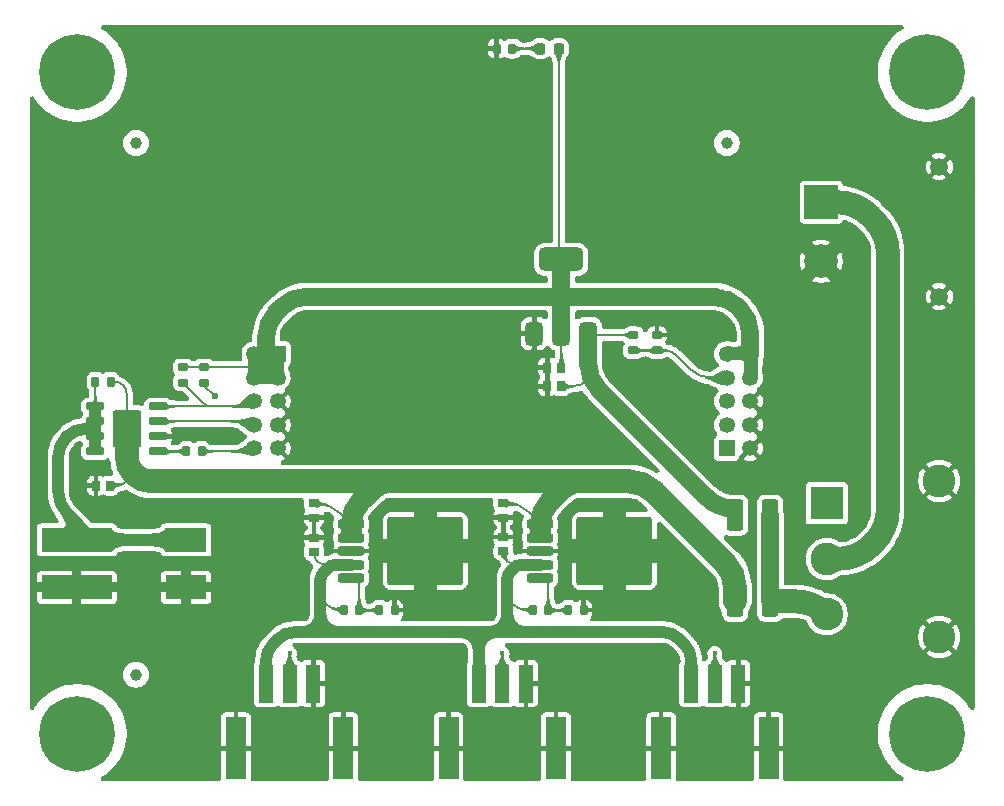
<source format=gbr>
%TF.GenerationSoftware,KiCad,Pcbnew,9.0.6*%
%TF.CreationDate,2026-01-04T20:51:53+00:00*%
%TF.ProjectId,COMET1_PWR_Board,434f4d45-5431-45f5-9057-525f426f6172,rev?*%
%TF.SameCoordinates,Original*%
%TF.FileFunction,Copper,L1,Top*%
%TF.FilePolarity,Positive*%
%FSLAX46Y46*%
G04 Gerber Fmt 4.6, Leading zero omitted, Abs format (unit mm)*
G04 Created by KiCad (PCBNEW 9.0.6) date 2026-01-04 20:51:53*
%MOMM*%
%LPD*%
G01*
G04 APERTURE LIST*
G04 Aperture macros list*
%AMRoundRect*
0 Rectangle with rounded corners*
0 $1 Rounding radius*
0 $2 $3 $4 $5 $6 $7 $8 $9 X,Y pos of 4 corners*
0 Add a 4 corners polygon primitive as box body*
4,1,4,$2,$3,$4,$5,$6,$7,$8,$9,$2,$3,0*
0 Add four circle primitives for the rounded corners*
1,1,$1+$1,$2,$3*
1,1,$1+$1,$4,$5*
1,1,$1+$1,$6,$7*
1,1,$1+$1,$8,$9*
0 Add four rect primitives between the rounded corners*
20,1,$1+$1,$2,$3,$4,$5,0*
20,1,$1+$1,$4,$5,$6,$7,0*
20,1,$1+$1,$6,$7,$8,$9,0*
20,1,$1+$1,$8,$9,$2,$3,0*%
G04 Aperture macros list end*
%TA.AperFunction,ComponentPad*%
%ADD10C,1.350000*%
%TD*%
%TA.AperFunction,ComponentPad*%
%ADD11R,1.350000X1.350000*%
%TD*%
%TA.AperFunction,SMDPad,CuDef*%
%ADD12RoundRect,0.162500X-0.162500X-0.287500X0.162500X-0.287500X0.162500X0.287500X-0.162500X0.287500X0*%
%TD*%
%TA.AperFunction,SMDPad,CuDef*%
%ADD13RoundRect,0.162500X0.287500X-0.162500X0.287500X0.162500X-0.287500X0.162500X-0.287500X-0.162500X0*%
%TD*%
%TA.AperFunction,SMDPad,CuDef*%
%ADD14RoundRect,0.218750X-0.218750X-0.256250X0.218750X-0.256250X0.218750X0.256250X-0.218750X0.256250X0*%
%TD*%
%TA.AperFunction,SMDPad,CuDef*%
%ADD15RoundRect,0.162500X0.162500X0.287500X-0.162500X0.287500X-0.162500X-0.287500X0.162500X-0.287500X0*%
%TD*%
%TA.AperFunction,SMDPad,CuDef*%
%ADD16RoundRect,0.187500X0.187500X0.262500X-0.187500X0.262500X-0.187500X-0.262500X0.187500X-0.262500X0*%
%TD*%
%TA.AperFunction,SMDPad,CuDef*%
%ADD17RoundRect,0.250001X0.462499X1.074999X-0.462499X1.074999X-0.462499X-1.074999X0.462499X-1.074999X0*%
%TD*%
%TA.AperFunction,ComponentPad*%
%ADD18C,0.800000*%
%TD*%
%TA.AperFunction,ComponentPad*%
%ADD19C,6.400000*%
%TD*%
%TA.AperFunction,SMDPad,CuDef*%
%ADD20RoundRect,0.250000X0.950000X1.350000X-0.950000X1.350000X-0.950000X-1.350000X0.950000X-1.350000X0*%
%TD*%
%TA.AperFunction,SMDPad,CuDef*%
%ADD21RoundRect,0.150000X0.650000X0.150000X-0.650000X0.150000X-0.650000X-0.150000X0.650000X-0.150000X0*%
%TD*%
%TA.AperFunction,ComponentPad*%
%ADD22C,2.775000*%
%TD*%
%TA.AperFunction,ComponentPad*%
%ADD23R,2.775000X2.775000*%
%TD*%
%TA.AperFunction,SMDPad,CuDef*%
%ADD24RoundRect,0.162500X-0.287500X0.162500X-0.287500X-0.162500X0.287500X-0.162500X0.287500X0.162500X0*%
%TD*%
%TA.AperFunction,FiducialPad,Global*%
%ADD25C,1.000000*%
%TD*%
%TA.AperFunction,SMDPad,CuDef*%
%ADD26RoundRect,0.375000X0.375000X-0.625000X0.375000X0.625000X-0.375000X0.625000X-0.375000X-0.625000X0*%
%TD*%
%TA.AperFunction,SMDPad,CuDef*%
%ADD27RoundRect,0.500000X1.400000X-0.500000X1.400000X0.500000X-1.400000X0.500000X-1.400000X-0.500000X0*%
%TD*%
%TA.AperFunction,SMDPad,CuDef*%
%ADD28RoundRect,0.200000X-0.900000X-0.200000X0.900000X-0.200000X0.900000X0.200000X-0.900000X0.200000X0*%
%TD*%
%TA.AperFunction,SMDPad,CuDef*%
%ADD29RoundRect,0.249997X-2.950003X-2.650003X2.950003X-2.650003X2.950003X2.650003X-2.950003X2.650003X0*%
%TD*%
%TA.AperFunction,SMDPad,CuDef*%
%ADD30RoundRect,0.187500X0.262500X-0.187500X0.262500X0.187500X-0.262500X0.187500X-0.262500X-0.187500X0*%
%TD*%
%TA.AperFunction,SMDPad,CuDef*%
%ADD31R,3.500000X2.000000*%
%TD*%
%TA.AperFunction,SMDPad,CuDef*%
%ADD32R,6.000000X2.000000*%
%TD*%
%TA.AperFunction,SMDPad,CuDef*%
%ADD33RoundRect,0.187500X-0.262500X0.187500X-0.262500X-0.187500X0.262500X-0.187500X0.262500X0.187500X0*%
%TD*%
%TA.AperFunction,ComponentPad*%
%ADD34C,1.500000*%
%TD*%
%TA.AperFunction,ComponentPad*%
%ADD35C,2.850000*%
%TD*%
%TA.AperFunction,ComponentPad*%
%ADD36R,2.850000X2.850000*%
%TD*%
%TA.AperFunction,SMDPad,CuDef*%
%ADD37R,1.700000X5.300000*%
%TD*%
%TA.AperFunction,SMDPad,CuDef*%
%ADD38R,1.200000X3.200000*%
%TD*%
%TA.AperFunction,SMDPad,CuDef*%
%ADD39RoundRect,0.187500X-0.187500X-0.262500X0.187500X-0.262500X0.187500X0.262500X-0.187500X0.262500X0*%
%TD*%
%TA.AperFunction,SMDPad,CuDef*%
%ADD40RoundRect,0.250001X-0.462499X-1.074999X0.462499X-1.074999X0.462499X1.074999X-0.462499X1.074999X0*%
%TD*%
%TA.AperFunction,ViaPad*%
%ADD41C,0.600000*%
%TD*%
%TA.AperFunction,ViaPad*%
%ADD42C,0.450000*%
%TD*%
%TA.AperFunction,Conductor*%
%ADD43C,2.000000*%
%TD*%
%TA.AperFunction,Conductor*%
%ADD44C,0.200000*%
%TD*%
%TA.AperFunction,Conductor*%
%ADD45C,1.500000*%
%TD*%
%TA.AperFunction,Conductor*%
%ADD46C,1.800000*%
%TD*%
%TA.AperFunction,Conductor*%
%ADD47C,1.000000*%
%TD*%
G04 APERTURE END LIST*
D10*
%TO.P,J6,10,10*%
%TO.N,+3V3*%
X168500000Y-100850000D03*
%TO.P,J6,9,9*%
X166500000Y-100850000D03*
%TO.P,J6,8,8*%
X168500000Y-102850000D03*
%TO.P,J6,7,7*%
%TO.N,/Power Board Schematic/VBAT_sense*%
X166500000Y-102850000D03*
%TO.P,J6,6,6*%
%TO.N,GND*%
X168500000Y-104850000D03*
%TO.P,J6,5,5*%
%TO.N,/Power Board Schematic/Servo1_PWM*%
X166500000Y-104850000D03*
%TO.P,J6,4,4*%
%TO.N,GND*%
X168500000Y-106850000D03*
%TO.P,J6,3,3*%
%TO.N,/Power Board Schematic/Servo2_PWM*%
X166500000Y-106850000D03*
%TO.P,J6,2,2*%
%TO.N,GND*%
X168500000Y-108850000D03*
D11*
%TO.P,J6,1,1*%
%TO.N,/Power Board Schematic/Servo3_PWM*%
X166500000Y-108850000D03*
%TD*%
D12*
%TO.P,R9,2*%
%TO.N,GND*%
X154390000Y-122540000D03*
%TO.P,R9,1*%
%TO.N,Net-(U4-ADJ)*%
X153090000Y-122540000D03*
%TD*%
D13*
%TO.P,R11,2*%
%TO.N,+3V3*%
X120450000Y-101975000D03*
%TO.P,R11,1*%
%TO.N,/Power Board Schematic/PYRO_ST2*%
X120450000Y-103275000D03*
%TD*%
%TO.P,R10,2*%
%TO.N,+3V3*%
X122250000Y-101975000D03*
%TO.P,R10,1*%
%TO.N,/Power Board Schematic/PYRO_ST1*%
X122250000Y-103275000D03*
%TD*%
D14*
%TO.P,LED1,2,A*%
%TO.N,+3V3*%
X152290000Y-75000000D03*
%TO.P,LED1,1,K*%
%TO.N,Net-(LED1-K)*%
X150715000Y-75000000D03*
%TD*%
D15*
%TO.P,R3,2*%
%TO.N,GND*%
X147035000Y-75000000D03*
%TO.P,R3,1*%
%TO.N,Net-(LED1-K)*%
X148335000Y-75000000D03*
%TD*%
D16*
%TO.P,C3,2*%
%TO.N,GND*%
X113100000Y-112000000D03*
%TO.P,C3,1*%
%TO.N,VBUS*%
X114300000Y-112000000D03*
%TD*%
D17*
%TO.P,F2,2*%
%TO.N,VBUS*%
X167212500Y-121800000D03*
%TO.P,F2,1*%
%TO.N,/Power Board Schematic/BAT_CONN_OUT*%
X170187500Y-121800000D03*
%TD*%
D18*
%TO.P,MH3,1,1*%
%TO.N,unconnected-(MH3-Pad1)_2*%
X185900000Y-77000000D03*
%TO.N,unconnected-(MH3-Pad1)*%
X185197056Y-78697056D03*
%TO.N,unconnected-(MH3-Pad1)_6*%
X185197056Y-75302944D03*
%TO.N,unconnected-(MH3-Pad1)_4*%
X183500000Y-79400000D03*
D19*
%TO.N,unconnected-(MH3-Pad1)_1*%
X183500000Y-77000000D03*
D18*
%TO.N,unconnected-(MH3-Pad1)_5*%
X183500000Y-74600000D03*
%TO.N,unconnected-(MH3-Pad1)_3*%
X181802944Y-78697056D03*
%TO.N,unconnected-(MH3-Pad1)_8*%
X181802944Y-75302944D03*
%TO.N,unconnected-(MH3-Pad1)_7*%
X181100000Y-77000000D03*
%TD*%
D20*
%TO.P,U2,9,VCC*%
%TO.N,VBUS*%
X115700000Y-107200000D03*
D21*
%TO.P,U2,8,OUT*%
%TO.N,/Power Board Schematic/Pyro+*%
X113050000Y-109105000D03*
%TO.P,U2,7,OUT*%
X113050000Y-107835000D03*
%TO.P,U2,6,OUT*%
X113050000Y-106565000D03*
%TO.P,U2,5,OUT*%
X113050000Y-105295000D03*
%TO.P,U2,4,ST2*%
%TO.N,/Power Board Schematic/PYRO_ST2*%
X118350000Y-105295000D03*
%TO.P,U2,3,ST1*%
%TO.N,/Power Board Schematic/PYRO_ST1*%
X118350000Y-106565000D03*
%TO.P,U2,2,GND*%
%TO.N,GND*%
X118350000Y-107835000D03*
%TO.P,U2,1,IN*%
%TO.N,Net-(U2-IN)*%
X118350000Y-109105000D03*
%TD*%
D22*
%TO.P,S1,MH2,MH2*%
%TO.N,GND*%
X184499000Y-124805500D03*
%TO.P,S1,MH1,MH1*%
X184499000Y-111595500D03*
%TO.P,S1,3,NO*%
%TO.N,/Power Board Schematic/BAT_CONN_OUT*%
X174969000Y-122900500D03*
%TO.P,S1,2,COM*%
%TO.N,/Power Board Schematic/BAT_CONN_IN*%
X174969000Y-118200500D03*
D23*
%TO.P,S1,1,NC*%
%TO.N,unconnected-(S1-NC-Pad1)*%
X174969000Y-113500500D03*
%TD*%
D24*
%TO.P,R2,2*%
%TO.N,/Power Board Schematic/VBAT_sense*%
X160600000Y-100550000D03*
%TO.P,R2,1*%
%TO.N,GND*%
X160600000Y-99250000D03*
%TD*%
D25*
%TO.P,FID1,*%
%TO.N,*%
X116500000Y-83000000D03*
%TD*%
D26*
%TO.P,U1,3,VI*%
%TO.N,VREG*%
X154800000Y-99150000D03*
D27*
%TO.P,U1,2,VO*%
%TO.N,+3V3*%
X152500000Y-92850000D03*
D26*
X152500000Y-99150000D03*
%TO.P,U1,1,GND*%
%TO.N,GND*%
X150200000Y-99150000D03*
%TD*%
D28*
%TO.P,U3,5,ADJ*%
%TO.N,Net-(U3-ADJ)*%
X134700000Y-119820000D03*
%TO.P,U3,4,VOUT*%
%TO.N,+6V*%
X134700000Y-118680000D03*
D29*
%TO.P,U3,3,GND*%
%TO.N,GND*%
X141000000Y-117540000D03*
D28*
X134700000Y-117540000D03*
%TO.P,U3,2,VIN*%
%TO.N,VBUS*%
X134700000Y-116400000D03*
%TO.P,U3,1,EN*%
X134700000Y-115260000D03*
%TD*%
D30*
%TO.P,C7,2*%
%TO.N,GND*%
X147600000Y-116350000D03*
%TO.P,C7,1*%
%TO.N,+6V*%
X147600000Y-117550000D03*
%TD*%
D31*
%TO.P,J2,2,Pin_2*%
%TO.N,GND*%
X120725000Y-120600000D03*
D32*
X111475000Y-120600000D03*
D31*
%TO.P,J2,1,Pin_1*%
%TO.N,/Power Board Schematic/Pyro+*%
X120725000Y-116600000D03*
D32*
X111475000Y-116600000D03*
%TD*%
D33*
%TO.P,C4,2*%
%TO.N,GND*%
X131550000Y-114700000D03*
%TO.P,C4,1*%
%TO.N,VBUS*%
X131550000Y-113500000D03*
%TD*%
D18*
%TO.P,MH2,1,1*%
%TO.N,unconnected-(MH2-Pad1)_2*%
X113900000Y-133000000D03*
%TO.N,unconnected-(MH2-Pad1)_5*%
X113197056Y-134697056D03*
%TO.N,unconnected-(MH2-Pad1)*%
X113197056Y-131302944D03*
%TO.N,unconnected-(MH2-Pad1)_8*%
X111500000Y-135400000D03*
D19*
%TO.N,unconnected-(MH2-Pad1)_6*%
X111500000Y-133000000D03*
D18*
%TO.N,unconnected-(MH2-Pad1)_3*%
X111500000Y-130600000D03*
%TO.N,unconnected-(MH2-Pad1)_1*%
X109802944Y-134697056D03*
%TO.N,unconnected-(MH2-Pad1)_4*%
X109802944Y-131302944D03*
%TO.N,unconnected-(MH2-Pad1)_7*%
X109100000Y-133000000D03*
%TD*%
D30*
%TO.P,C6,2*%
%TO.N,GND*%
X131550000Y-116400000D03*
%TO.P,C6,1*%
%TO.N,+6V*%
X131550000Y-117600000D03*
%TD*%
D34*
%TO.P,J1,4,MH_2*%
%TO.N,GND*%
X184500000Y-96000000D03*
%TO.P,J1,3,MH_1*%
X184500000Y-85000000D03*
D35*
%TO.P,J1,2,2*%
X174500000Y-93000000D03*
D36*
%TO.P,J1,1,1*%
%TO.N,/Power Board Schematic/BAT_CONN_IN*%
X174500000Y-88000000D03*
%TD*%
D37*
%TO.P,J5,MP2,MP2*%
%TO.N,GND*%
X170050000Y-134250000D03*
%TO.P,J5,MP1,MP1*%
X160950000Y-134250000D03*
D38*
%TO.P,J5,3,3*%
X167500000Y-128770000D03*
%TO.P,J5,2,2*%
%TO.N,/Power Board Schematic/Servo3_PWM*%
X165500000Y-128770000D03*
%TO.P,J5,1,1*%
%TO.N,+6V*%
X163500000Y-128770000D03*
%TD*%
D39*
%TO.P,C1,2*%
%TO.N,VREG*%
X152500000Y-103600000D03*
%TO.P,C1,1*%
%TO.N,GND*%
X151300000Y-103600000D03*
%TD*%
D15*
%TO.P,R5,2*%
%TO.N,Net-(U2-IN)*%
X120750000Y-109100000D03*
%TO.P,R5,1*%
%TO.N,/Power Board Schematic/PYRO_IN*%
X122050000Y-109100000D03*
%TD*%
D12*
%TO.P,R6,2*%
%TO.N,Net-(U3-ADJ)*%
X135390000Y-122540000D03*
%TO.P,R6,1*%
%TO.N,+6V*%
X134090000Y-122540000D03*
%TD*%
D18*
%TO.P,MH4,1,1*%
%TO.N,unconnected-(MH4-Pad1)_7*%
X185900000Y-133000000D03*
%TO.N,unconnected-(MH4-Pad1)_3*%
X185197056Y-134697056D03*
%TO.N,unconnected-(MH4-Pad1)_2*%
X185197056Y-131302944D03*
%TO.N,unconnected-(MH4-Pad1)*%
X183500000Y-135400000D03*
D19*
%TO.N,unconnected-(MH4-Pad1)_6*%
X183500000Y-133000000D03*
D18*
%TO.N,unconnected-(MH4-Pad1)_8*%
X183500000Y-130600000D03*
%TO.N,unconnected-(MH4-Pad1)_1*%
X181802944Y-134697056D03*
%TO.N,unconnected-(MH4-Pad1)_4*%
X181802944Y-131302944D03*
%TO.N,unconnected-(MH4-Pad1)_5*%
X181100000Y-133000000D03*
%TD*%
D12*
%TO.P,R7,2*%
%TO.N,GND*%
X138390000Y-122540000D03*
%TO.P,R7,1*%
%TO.N,Net-(U3-ADJ)*%
X137090000Y-122540000D03*
%TD*%
D25*
%TO.P,FID2,*%
%TO.N,*%
X166500000Y-83000000D03*
%TD*%
D12*
%TO.P,R12,2*%
%TO.N,VBUS*%
X114350000Y-103200000D03*
%TO.P,R12,1*%
%TO.N,/Power Board Schematic/Pyro+*%
X113050000Y-103200000D03*
%TD*%
D28*
%TO.P,U4,5,ADJ*%
%TO.N,Net-(U4-ADJ)*%
X150700000Y-119820000D03*
%TO.P,U4,4,VOUT*%
%TO.N,+6V*%
X150700000Y-118680000D03*
D29*
%TO.P,U4,3,GND*%
%TO.N,GND*%
X157000000Y-117540000D03*
D28*
X150700000Y-117540000D03*
%TO.P,U4,2,VIN*%
%TO.N,VBUS*%
X150700000Y-116400000D03*
%TO.P,U4,1,EN*%
X150700000Y-115260000D03*
%TD*%
D25*
%TO.P,FID3,*%
%TO.N,*%
X116500000Y-128000000D03*
%TD*%
D10*
%TO.P,J7,10,10*%
%TO.N,/Power Board Schematic/PYRO_IN*%
X126500000Y-108850000D03*
%TO.P,J7,9,9*%
%TO.N,GND*%
X128500000Y-108850000D03*
%TO.P,J7,8,8*%
%TO.N,/Power Board Schematic/PYRO_ST1*%
X126500000Y-106850000D03*
%TO.P,J7,7,7*%
%TO.N,GND*%
X128500000Y-106850000D03*
%TO.P,J7,6,6*%
%TO.N,/Power Board Schematic/PYRO_ST2*%
X126500000Y-104850000D03*
%TO.P,J7,5,5*%
%TO.N,GND*%
X128500000Y-104850000D03*
%TO.P,J7,4,4*%
%TO.N,+3V3*%
X126500000Y-102850000D03*
%TO.P,J7,3,3*%
X128500000Y-102850000D03*
%TO.P,J7,2,2*%
X126500000Y-100850000D03*
D11*
%TO.P,J7,1,1*%
X128500000Y-100850000D03*
%TD*%
D37*
%TO.P,J4,MP2,MP2*%
%TO.N,GND*%
X152050000Y-134250000D03*
%TO.P,J4,MP1,MP1*%
X142950000Y-134250000D03*
D38*
%TO.P,J4,3,3*%
X149500000Y-128770000D03*
%TO.P,J4,2,2*%
%TO.N,/Power Board Schematic/Servo2_PWM*%
X147500000Y-128770000D03*
%TO.P,J4,1,1*%
%TO.N,+6V*%
X145500000Y-128770000D03*
%TD*%
D37*
%TO.P,J3,MP2,MP2*%
%TO.N,GND*%
X134050000Y-134250000D03*
%TO.P,J3,MP1,MP1*%
X124950000Y-134250000D03*
D38*
%TO.P,J3,3,3*%
X131500000Y-128770000D03*
%TO.P,J3,2,2*%
%TO.N,/Power Board Schematic/Servo1_PWM*%
X129500000Y-128770000D03*
%TO.P,J3,1,1*%
%TO.N,+6V*%
X127500000Y-128770000D03*
%TD*%
D13*
%TO.P,R1,2*%
%TO.N,VREG*%
X158600000Y-99250000D03*
%TO.P,R1,1*%
%TO.N,/Power Board Schematic/VBAT_sense*%
X158600000Y-100550000D03*
%TD*%
D16*
%TO.P,C2,2*%
%TO.N,GND*%
X151300000Y-102000000D03*
%TO.P,C2,1*%
%TO.N,+3V3*%
X152500000Y-102000000D03*
%TD*%
D18*
%TO.P,MH1,1,1*%
%TO.N,unconnected-(MH1-Pad1)_6*%
X113900000Y-77000000D03*
%TO.N,unconnected-(MH1-Pad1)_2*%
X113197056Y-78697056D03*
%TO.N,unconnected-(MH1-Pad1)*%
X113197056Y-75302944D03*
%TO.N,unconnected-(MH1-Pad1)_3*%
X111500000Y-79400000D03*
D19*
%TO.N,unconnected-(MH1-Pad1)_7*%
X111500000Y-77000000D03*
D18*
%TO.N,unconnected-(MH1-Pad1)_1*%
X111500000Y-74600000D03*
%TO.N,unconnected-(MH1-Pad1)_5*%
X109802944Y-78697056D03*
%TO.N,unconnected-(MH1-Pad1)_8*%
X109802944Y-75302944D03*
%TO.N,unconnected-(MH1-Pad1)_4*%
X109100000Y-77000000D03*
%TD*%
D12*
%TO.P,R8,2*%
%TO.N,Net-(U4-ADJ)*%
X151390000Y-122540000D03*
%TO.P,R8,1*%
%TO.N,+6V*%
X150090000Y-122540000D03*
%TD*%
D40*
%TO.P,F1,2*%
%TO.N,/Power Board Schematic/BAT_CONN_OUT*%
X170187500Y-114500000D03*
%TO.P,F1,1*%
%TO.N,VREG*%
X167212500Y-114500000D03*
%TD*%
D33*
%TO.P,C5,2*%
%TO.N,GND*%
X147600000Y-114700000D03*
%TO.P,C5,1*%
%TO.N,VBUS*%
X147600000Y-113500000D03*
%TD*%
D41*
%TO.N,GND*%
X142200000Y-116500000D03*
D42*
%TO.N,/Power Board Schematic/Servo3_PWM*%
X165500000Y-126200000D03*
D41*
%TO.N,/Power Board Schematic/PYRO_ST1*%
X123175000Y-104450000D03*
D42*
%TO.N,/Power Board Schematic/Servo2_PWM*%
X147500000Y-126200000D03*
D41*
%TO.N,GND*%
X139900000Y-116500000D03*
X113100000Y-110500000D03*
X130300000Y-115550000D03*
X158700000Y-109500000D03*
X138700000Y-119500000D03*
X159400000Y-115500000D03*
X143400000Y-117500000D03*
X108600000Y-106600000D03*
X169100000Y-128800000D03*
X157000000Y-115500000D03*
X161100000Y-117500000D03*
X148800000Y-116400000D03*
X156900000Y-101000000D03*
X150200000Y-100700000D03*
X132800000Y-117500000D03*
X143400000Y-115500000D03*
X132900000Y-128800000D03*
X141000000Y-113900000D03*
X165100000Y-97800000D03*
X159400000Y-117500000D03*
X157000000Y-97800000D03*
X158200000Y-116500000D03*
X137000000Y-121200000D03*
X144900000Y-121200000D03*
X157000000Y-119500000D03*
X146200000Y-115500000D03*
X157000000Y-121300000D03*
X137000000Y-117500000D03*
X153300000Y-114100000D03*
X159400000Y-119500000D03*
X144900000Y-117500000D03*
X139900000Y-118600000D03*
X152900000Y-117500000D03*
X138700000Y-117500000D03*
X120500000Y-107800000D03*
X137300000Y-114100000D03*
X124200000Y-107800000D03*
X164300000Y-120700000D03*
X155900000Y-118600000D03*
X154700000Y-115500000D03*
X116500000Y-114200000D03*
X132800000Y-115550000D03*
X152900000Y-121300000D03*
X141000000Y-119500000D03*
X147000000Y-76700000D03*
X141000000Y-115500000D03*
X157000000Y-113700000D03*
X138700000Y-115500000D03*
X164300000Y-124800000D03*
X155900000Y-116500000D03*
X165100000Y-100100000D03*
X143400000Y-119500000D03*
X111100000Y-104000000D03*
X154700000Y-119500000D03*
X144900000Y-113900000D03*
X142200000Y-118600000D03*
X162300000Y-122600000D03*
X141000000Y-121200000D03*
D42*
%TO.N,/Power Board Schematic/Servo1_PWM*%
X129500000Y-126200000D03*
D41*
%TO.N,GND*%
X154700000Y-117500000D03*
X158200000Y-118600000D03*
X160600000Y-97800000D03*
X175136904Y-108751750D03*
X151136904Y-84751750D03*
X155136904Y-108751750D03*
X147136904Y-108751750D03*
X155136904Y-92751750D03*
X143136904Y-76751750D03*
X147136904Y-92751750D03*
X147136904Y-132751750D03*
X151136904Y-104751750D03*
X155136904Y-84751750D03*
X131136904Y-84751750D03*
X183136904Y-104751750D03*
X111136904Y-96751750D03*
X171136904Y-80751750D03*
X183136904Y-100751750D03*
X175136904Y-132751750D03*
X171136904Y-128751750D03*
X147136904Y-80751750D03*
X171136904Y-92751750D03*
X151136904Y-76751750D03*
X131136904Y-100751750D03*
X135136904Y-128751750D03*
X131136904Y-76751750D03*
X131136904Y-80751750D03*
X115136904Y-100751750D03*
X155136904Y-88751750D03*
X111136904Y-100751750D03*
X163136904Y-104751750D03*
X115136904Y-96751750D03*
X159136904Y-132751750D03*
X115136904Y-124751750D03*
X135136904Y-80751750D03*
X167136904Y-132751750D03*
X143136904Y-84751750D03*
X115136904Y-92751750D03*
X159136904Y-128751750D03*
X139136904Y-84751750D03*
X159136904Y-84751750D03*
X143136904Y-80751750D03*
X183136904Y-116751750D03*
X143136904Y-108751750D03*
X171136904Y-84751750D03*
X151136904Y-108751750D03*
X179136904Y-80751750D03*
X175136904Y-128751750D03*
X183136904Y-88751750D03*
X155136904Y-80751750D03*
X143136904Y-104751750D03*
X131136904Y-132751750D03*
X119136904Y-100751750D03*
X143136904Y-128751750D03*
X119136904Y-88751750D03*
X135136904Y-100751750D03*
X111136904Y-124751750D03*
X143136904Y-88751750D03*
X119136904Y-96751750D03*
X171136904Y-104751750D03*
X167136904Y-84751750D03*
X143136904Y-100751750D03*
X127136904Y-132751750D03*
X119136904Y-76751750D03*
X175136904Y-80751750D03*
X127136904Y-92751750D03*
X159136904Y-76751750D03*
X167136904Y-88751750D03*
X183136904Y-108751750D03*
X151136904Y-128751750D03*
X139136904Y-92751750D03*
X183136904Y-92751750D03*
X127136904Y-120751750D03*
X159136904Y-88751750D03*
X123136904Y-116751750D03*
X123136904Y-100751750D03*
X167136904Y-124751750D03*
X155136904Y-76751750D03*
X135136904Y-108751750D03*
X131136904Y-88751750D03*
X131136904Y-108751750D03*
X135136904Y-76751750D03*
X139136904Y-100751750D03*
X127136904Y-116751750D03*
X123136904Y-92751750D03*
X163136904Y-84751750D03*
X119136904Y-132751750D03*
X155136904Y-128751750D03*
X119136904Y-124751750D03*
X111136904Y-84751750D03*
X127136904Y-76751750D03*
X115136904Y-84751750D03*
X111136904Y-92751750D03*
X151136904Y-80751750D03*
X123136904Y-80751750D03*
X123136904Y-120751750D03*
X115136904Y-88751750D03*
X127136904Y-88751750D03*
X139136904Y-104751750D03*
X163136904Y-88751750D03*
X111136904Y-88751750D03*
X127136904Y-80751750D03*
X155136904Y-132751750D03*
X123136904Y-124751750D03*
X127136904Y-84751750D03*
X175136904Y-104751750D03*
X135136904Y-104751750D03*
X163136904Y-80751750D03*
X123136904Y-84751750D03*
X135136904Y-92751750D03*
X151136904Y-88751750D03*
X135136904Y-88751750D03*
X135136904Y-84751750D03*
X167136904Y-92751750D03*
X147136904Y-100751750D03*
X159136904Y-92751750D03*
X131136904Y-104751750D03*
X123136904Y-128751750D03*
X139136904Y-132751750D03*
X175136904Y-100751750D03*
X167136904Y-76751750D03*
X139136904Y-76751750D03*
X171136904Y-108751750D03*
X139136904Y-128751750D03*
X183136904Y-120751750D03*
X163136904Y-132751750D03*
X167136904Y-80751750D03*
X123136904Y-76751750D03*
X115136904Y-120751750D03*
X175136904Y-84751750D03*
X147136904Y-88751750D03*
X139136904Y-88751750D03*
X163136904Y-92751750D03*
X119136904Y-80751750D03*
X175136904Y-76751750D03*
X123136904Y-96751750D03*
X147136904Y-104751750D03*
X123136904Y-88751750D03*
X131136904Y-92751750D03*
X147136904Y-84751750D03*
X179136904Y-128751750D03*
X179136904Y-84751750D03*
X159136904Y-80751750D03*
X171136904Y-88751750D03*
X119136904Y-128751750D03*
X171136904Y-76751750D03*
X139136904Y-80751750D03*
X119136904Y-92751750D03*
X143136904Y-92751750D03*
X119136904Y-84751750D03*
X115136904Y-80751750D03*
X175136904Y-96751750D03*
X179136904Y-124751750D03*
X163136904Y-76751750D03*
X123136904Y-132751750D03*
X139136904Y-108751750D03*
%TD*%
D43*
%TO.N,/Power Board Schematic/BAT_CONN_IN*%
X180150000Y-113993146D02*
X180150000Y-92334998D01*
D44*
%TO.N,VREG*%
X158600000Y-99250000D02*
X154900000Y-99250000D01*
X152500000Y-103600000D02*
X153371573Y-103600000D01*
D43*
%TO.N,/Power Board Schematic/BAT_CONN_IN*%
X178771073Y-117028927D02*
X178978427Y-116821573D01*
%TO.N,/Power Board Schematic/BAT_CONN_OUT*%
X172312517Y-121800000D02*
X170550000Y-121800000D01*
D44*
%TO.N,VREG*%
X154785787Y-103014213D02*
X154993945Y-102806055D01*
D43*
%TO.N,/Power Board Schematic/BAT_CONN_IN*%
X174969000Y-118200500D02*
X175942646Y-118200500D01*
D45*
%TO.N,/Power Board Schematic/BAT_CONN_OUT*%
X170187500Y-121800000D02*
X170187500Y-114500000D01*
D44*
%TO.N,/Power Board Schematic/PYRO_ST2*%
X125425668Y-105295000D02*
X118350000Y-105295000D01*
D45*
%TO.N,VREG*%
X164781401Y-112968464D02*
X164781401Y-112968901D01*
D43*
%TO.N,/Power Board Schematic/BAT_CONN_IN*%
X175821205Y-88000000D02*
X174500000Y-88000000D01*
D45*
%TO.N,VREG*%
X155679117Y-103866180D02*
X164781401Y-112968464D01*
X154800000Y-99150000D02*
X154800000Y-101744859D01*
D44*
%TO.N,/Power Board Schematic/PYRO_ST2*%
X120450000Y-103275000D02*
X122180020Y-105005020D01*
D43*
%TO.N,/Power Board Schematic/BAT_CONN_IN*%
X179004736Y-89533127D02*
X178675941Y-89198129D01*
D44*
%TO.N,VREG*%
X154900000Y-99250000D02*
X154800000Y-99150000D01*
D45*
X155678680Y-103866180D02*
X155679117Y-103866180D01*
D44*
%TO.N,VBUS*%
X131550000Y-113500000D02*
X131697359Y-113500000D01*
D46*
X134700000Y-115900000D02*
X134700000Y-115342641D01*
D47*
%TO.N,/Power Board Schematic/Pyro+*%
X113050000Y-108000000D02*
X113050000Y-108800000D01*
D43*
%TO.N,VBUS*%
X158217359Y-111640000D02*
X154452641Y-111640000D01*
D44*
%TO.N,+3V3*%
X120450000Y-101975000D02*
X122250000Y-101975000D01*
%TO.N,Net-(U3-ADJ)*%
X135390000Y-122540000D02*
X135390000Y-120117071D01*
X135390000Y-122540000D02*
X137090000Y-122540000D01*
D43*
%TO.N,VBUS*%
X116300000Y-111000000D02*
X116354214Y-111054214D01*
D44*
%TO.N,Net-(U2-IN)*%
X118358535Y-109100000D02*
X120750000Y-109100000D01*
D47*
%TO.N,+3V3*%
X126500000Y-100850000D02*
X126500000Y-102850000D01*
D44*
%TO.N,/Power Board Schematic/PYRO_ST1*%
X118350000Y-106565000D02*
X126215000Y-106565000D01*
D47*
%TO.N,/Power Board Schematic/Pyro+*%
X110696896Y-114396896D02*
X112700000Y-116400000D01*
D44*
X113050000Y-103200000D02*
X113050000Y-105295000D01*
%TO.N,/Power Board Schematic/PYRO_ST1*%
X126215000Y-106565000D02*
X126500000Y-106850000D01*
D47*
%TO.N,/Power Board Schematic/Pyro+*%
X111760786Y-116600000D02*
X112900000Y-116600000D01*
D44*
%TO.N,Net-(U2-IN)*%
X118352500Y-109102500D02*
X118350000Y-109105000D01*
D43*
%TO.N,VBUS*%
X115700000Y-107200000D02*
X115700000Y-109571573D01*
X117768427Y-111640000D02*
X138402641Y-111640000D01*
D47*
%TO.N,+3V3*%
X168500000Y-102850000D02*
X168500000Y-100850000D01*
D46*
%TO.N,VBUS*%
X135578680Y-113221320D02*
X136281321Y-112518679D01*
D47*
%TO.N,+3V3*%
X128500000Y-102850000D02*
X128500000Y-100850000D01*
%TO.N,/Power Board Schematic/Pyro+*%
X110681281Y-107818718D02*
X110600000Y-107900000D01*
X112175000Y-107200000D02*
X112250000Y-107200000D01*
D44*
%TO.N,VBUS*%
X149859898Y-114319898D02*
X150741218Y-115201218D01*
%TO.N,+3V3*%
X152500000Y-102000000D02*
X152500000Y-99150000D01*
D43*
%TO.N,VBUS*%
X138402641Y-111640000D02*
X154452641Y-111640000D01*
D44*
X147591218Y-113441218D02*
X147738577Y-113441218D01*
X115700000Y-104214214D02*
X115700000Y-107200000D01*
X114300000Y-112000000D02*
X114885786Y-112000000D01*
D43*
X167212500Y-121800000D02*
X167212500Y-120635141D01*
D44*
X133818680Y-114378680D02*
X134700000Y-115260000D01*
D43*
X116285787Y-110985787D02*
X116300000Y-111000000D01*
D44*
%TO.N,Net-(LED1-K)*%
X148335000Y-75000000D02*
X150900000Y-75000000D01*
D47*
%TO.N,+3V3*%
X126500000Y-102850000D02*
X128500000Y-102850000D01*
D45*
X128821320Y-96878680D02*
X128378679Y-97321321D01*
D44*
%TO.N,/Power Board Schematic/Servo2_PWM*%
X147500000Y-126200000D02*
X147500000Y-128770000D01*
D45*
%TO.N,+3V3*%
X152500000Y-96000000D02*
X152500000Y-99150000D01*
D47*
%TO.N,/Power Board Schematic/Pyro+*%
X109900000Y-109589949D02*
X109900000Y-112473018D01*
D43*
%TO.N,VBUS*%
X166333820Y-118513820D02*
X160338679Y-112518679D01*
D44*
X115592893Y-111707107D02*
X116300000Y-111000000D01*
%TO.N,Net-(U3-ADJ)*%
X135395000Y-120105000D02*
X135400000Y-120100000D01*
%TO.N,/Power Board Schematic/Servo3_PWM*%
X165500000Y-126200000D02*
X165500000Y-128770000D01*
%TO.N,Net-(U4-ADJ)*%
X151395000Y-120005000D02*
X151400000Y-120000000D01*
X151390000Y-120017071D02*
X151390000Y-122540000D01*
%TO.N,VBUS*%
X115392893Y-103492893D02*
X115407107Y-103507107D01*
D45*
%TO.N,+3V3*%
X165357359Y-96000000D02*
X130942641Y-96000000D01*
D47*
%TO.N,/Power Board Schematic/Pyro+*%
X113050000Y-106400000D02*
X113050000Y-108000000D01*
D44*
%TO.N,/Power Board Schematic/PYRO_ST1*%
X122250000Y-103275000D02*
X122250000Y-103525000D01*
D46*
%TO.N,VBUS*%
X150700000Y-115900000D02*
X150700000Y-115392641D01*
D47*
%TO.N,/Power Board Schematic/Pyro+*%
X111760786Y-116600000D02*
X120425000Y-116600000D01*
D46*
%TO.N,VBUS*%
X151578680Y-113271320D02*
X152331321Y-112518679D01*
D47*
%TO.N,/Power Board Schematic/Pyro+*%
X113050000Y-106400000D02*
X113050000Y-105600000D01*
%TO.N,+3V3*%
X166500000Y-100850000D02*
X168500000Y-100850000D01*
D44*
%TO.N,Net-(U4-ADJ)*%
X151390000Y-122540000D02*
X153090000Y-122540000D01*
%TO.N,/Power Board Schematic/PYRO_ST1*%
X122250000Y-103525000D02*
X123175000Y-104450000D01*
%TO.N,VBUS*%
X114350000Y-103200000D02*
X114685786Y-103200000D01*
%TO.N,Net-(U3-ADJ)*%
X135395000Y-120105000D02*
G75*
G03*
X135389988Y-120117071I12100J-12100D01*
G01*
%TO.N,/Power Board Schematic/PYRO_ST2*%
X126500000Y-104850000D02*
G75*
G02*
X125425668Y-105294990I-1074300J1074300D01*
G01*
X122180020Y-105005020D02*
G75*
G03*
X122880265Y-105294991I700080J700120D01*
G01*
D43*
%TO.N,/Power Board Schematic/BAT_CONN_IN*%
X175821205Y-88000000D02*
G75*
G02*
X178675939Y-89198131I-5J-4000000D01*
G01*
%TO.N,/Power Board Schematic/BAT_CONN_OUT*%
X174969000Y-122900500D02*
G75*
G03*
X172312517Y-121799995I-2656500J-2656000D01*
G01*
%TO.N,/Power Board Schematic/BAT_CONN_IN*%
X175942646Y-118200500D02*
G75*
G03*
X178771050Y-117028904I-46J4000000D01*
G01*
X180150000Y-92334998D02*
G75*
G03*
X179004735Y-89533128I-4000000J-2D01*
G01*
D45*
%TO.N,VREG*%
X164781401Y-112968901D02*
G75*
G03*
X167150000Y-113950006I2368599J2368601D01*
G01*
D43*
%TO.N,/Power Board Schematic/BAT_CONN_IN*%
X180150000Y-113993146D02*
G75*
G02*
X178978404Y-116821550I-4000000J46D01*
G01*
D44*
%TO.N,VREG*%
X153371573Y-103600000D02*
G75*
G03*
X154785801Y-103014227I27J2000000D01*
G01*
D45*
X154800000Y-101744859D02*
G75*
G03*
X155678660Y-103866200I3000000J-41D01*
G01*
D43*
%TO.N,VBUS*%
X167212500Y-120635141D02*
G75*
G03*
X166333840Y-118513800I-3000000J41D01*
G01*
D47*
%TO.N,+6V*%
X149428427Y-124400000D02*
G75*
G02*
X147928400Y-122900000I-27J1500000D01*
G01*
D44*
X149668427Y-122540000D02*
G75*
G02*
X148254199Y-121954227I-27J2000000D01*
G01*
D47*
%TO.N,/Power Board Schematic/Pyro+*%
X112250000Y-107200000D02*
G75*
G03*
X113050000Y-106400000I0J800000D01*
G01*
D45*
%TO.N,+3V3*%
X127500000Y-99442641D02*
G75*
G02*
X128378659Y-97321301I3000000J41D01*
G01*
D44*
%TO.N,/Power Board Schematic/PYRO_IN*%
X126375000Y-108975000D02*
G75*
G02*
X126073223Y-109100010I-301800J301800D01*
G01*
D47*
%TO.N,+6V*%
X133434214Y-118680000D02*
G75*
G03*
X132727100Y-118972886I-14J-1000000D01*
G01*
D44*
X147900000Y-118400000D02*
G75*
G02*
X147591204Y-117654537I745500J745500D01*
G01*
D47*
%TO.N,/Power Board Schematic/Pyro+*%
X111760786Y-116600000D02*
X111760786Y-116600000D01*
X110600000Y-107900000D02*
G75*
G03*
X109900021Y-109589949I1689900J-1689900D01*
G01*
%TO.N,+6V*%
X163500000Y-126828427D02*
G75*
G03*
X162914228Y-125414200I-2000000J27D01*
G01*
%TO.N,/Power Board Schematic/Pyro+*%
X109900000Y-112473018D02*
G75*
G03*
X110696900Y-114396892I2720800J18D01*
G01*
X113050000Y-108000000D02*
G75*
G03*
X112250000Y-107200000I-800000J0D01*
G01*
D45*
%TO.N,+3V3*%
X130942641Y-96000000D02*
G75*
G03*
X128821300Y-96878660I-41J-3000000D01*
G01*
D44*
%TO.N,/Power Board Schematic/VBAT_sense*%
X162302622Y-101002622D02*
G75*
G03*
X161209897Y-100549989I-1092722J-1092678D01*
G01*
D47*
%TO.N,+6V*%
X133600000Y-124400000D02*
G75*
G02*
X132100000Y-122900000I0J1500000D01*
G01*
D44*
X133868427Y-122540000D02*
G75*
G02*
X132454199Y-121954227I-27J2000000D01*
G01*
D46*
%TO.N,VBUS*%
X150700000Y-115392641D02*
G75*
G02*
X151578660Y-113271300I3000000J41D01*
G01*
D47*
%TO.N,+6V*%
X130600000Y-124400000D02*
G75*
G03*
X132100000Y-122900000I0J1500000D01*
G01*
D46*
%TO.N,VBUS*%
X136281321Y-112518679D02*
G75*
G02*
X138402641Y-111640029I2121279J-2121321D01*
G01*
D44*
X115592893Y-111707107D02*
G75*
G02*
X114885786Y-111999990I-707093J707107D01*
G01*
%TO.N,Net-(U4-ADJ)*%
X151395000Y-120005000D02*
G75*
G03*
X151389988Y-120017071I12100J-12100D01*
G01*
%TO.N,/Power Board Schematic/VBAT_sense*%
X163482558Y-102182558D02*
G75*
G03*
X165093906Y-102849993I1611342J1611358D01*
G01*
D47*
%TO.N,+6V*%
X149184214Y-118680000D02*
G75*
G03*
X148477100Y-118972886I-14J-1000000D01*
G01*
X147928427Y-119935787D02*
G75*
G02*
X148221332Y-119228692I999973J-13D01*
G01*
X146425000Y-124400000D02*
G75*
G03*
X147925000Y-122900000I0J1500000D01*
G01*
D44*
X131858782Y-118458782D02*
G75*
G02*
X131549974Y-117713319I745418J745482D01*
G01*
D47*
X129928427Y-124400000D02*
G75*
G03*
X128514254Y-124985760I-27J-1999900D01*
G01*
%TO.N,/Power Board Schematic/Pyro+*%
X112175000Y-107200000D02*
G75*
G03*
X110681289Y-107818726I0J-2112400D01*
G01*
D44*
%TO.N,Net-(U2-IN)*%
X118358535Y-109100000D02*
G75*
G03*
X118352490Y-109102490I-35J-8500D01*
G01*
D43*
%TO.N,VBUS*%
X160338679Y-112518679D02*
G75*
G03*
X158217359Y-111640029I-2121279J-2121321D01*
G01*
D44*
X131697359Y-113500000D02*
G75*
G02*
X133818700Y-114378660I41J-3000000D01*
G01*
X115700000Y-104214214D02*
G75*
G03*
X115407114Y-103507100I-1000000J14D01*
G01*
D47*
%TO.N,+6V*%
X147000000Y-124400000D02*
G75*
G03*
X145500000Y-125900000I0J-1500000D01*
G01*
X128085787Y-125414213D02*
G75*
G03*
X127500019Y-126828427I1414213J-1414187D01*
G01*
D45*
%TO.N,+3V3*%
X167478679Y-96878679D02*
G75*
G03*
X165357359Y-96000029I-2121279J-2121321D01*
G01*
D46*
%TO.N,VBUS*%
X134700000Y-115342641D02*
G75*
G02*
X135578660Y-113221300I3000000J41D01*
G01*
D44*
X147738577Y-113441218D02*
G75*
G02*
X149859906Y-114319890I23J-2999982D01*
G01*
X114685786Y-103200000D02*
G75*
G02*
X115392900Y-103492886I14J-1000000D01*
G01*
D45*
%TO.N,+3V3*%
X168500000Y-99142641D02*
G75*
G03*
X167621340Y-97021300I-3000000J41D01*
G01*
D43*
%TO.N,VBUS*%
X116354214Y-111054214D02*
G75*
G03*
X117768427Y-111639981I1414186J1414214D01*
G01*
D46*
X152331321Y-112518679D02*
G75*
G02*
X154452641Y-111640029I2121279J-2121321D01*
G01*
D43*
X116285787Y-110985787D02*
G75*
G02*
X115700019Y-109571573I1414213J1414187D01*
G01*
D44*
%TO.N,+6V*%
X147900000Y-118400000D02*
G75*
G03*
X148434069Y-118621231I534100J534100D01*
G01*
D47*
X132392893Y-119307107D02*
G75*
G03*
X132100010Y-120014214I707107J-707093D01*
G01*
X162485787Y-124985787D02*
G75*
G03*
X161071573Y-124400019I-1414187J-1414213D01*
G01*
D44*
X131858782Y-118458782D02*
G75*
G03*
X132392851Y-118679961I534018J534082D01*
G01*
D47*
X144000000Y-124400000D02*
G75*
G02*
X145500000Y-125900000I0J-1500000D01*
G01*
D45*
%TO.N,+3V3*%
X127500000Y-99442641D02*
X127500000Y-101800000D01*
D44*
%TO.N,/Power Board Schematic/VBAT_sense*%
X160600000Y-100550000D02*
X158600000Y-100550000D01*
D45*
%TO.N,+3V3*%
X168500000Y-100850000D02*
X168500000Y-99142641D01*
D44*
%TO.N,/Power Board Schematic/VBAT_sense*%
X162302622Y-101002622D02*
X163482558Y-102182558D01*
%TO.N,/Power Board Schematic/PYRO_IN*%
X126250000Y-109100000D02*
X122050000Y-109100000D01*
%TO.N,/Power Board Schematic/VBAT_sense*%
X160775000Y-100550000D02*
X161209897Y-100550000D01*
X165093906Y-102850000D02*
X166500000Y-102850000D01*
%TO.N,/Power Board Schematic/PYRO_IN*%
X126500000Y-108850000D02*
X126250000Y-109100000D01*
D47*
%TO.N,+6V*%
X161071573Y-124400000D02*
X149428427Y-124400000D01*
D44*
%TO.N,/Power Board Schematic/PYRO_IN*%
X126375000Y-108975000D02*
X126500000Y-108850000D01*
D45*
%TO.N,+3V3*%
X152500000Y-92850000D02*
X152500000Y-96000000D01*
D44*
%TO.N,/Power Board Schematic/Servo1_PWM*%
X129500000Y-126200000D02*
X129500000Y-128770000D01*
%TO.N,+3V3*%
X122275000Y-101950000D02*
X126100000Y-101950000D01*
X122250000Y-101975000D02*
X122275000Y-101950000D01*
X152290000Y-75000000D02*
X152290000Y-92000000D01*
%TO.N,+6V*%
X147591218Y-117541218D02*
X147591218Y-117654537D01*
D47*
X146425000Y-124400000D02*
X149428427Y-124400000D01*
X163500000Y-128770000D02*
X163500000Y-126828427D01*
D44*
X131550000Y-117600000D02*
X131550000Y-117713319D01*
D47*
X150700000Y-118680000D02*
X149184214Y-118680000D01*
X132100000Y-120014214D02*
X132100000Y-122900000D01*
X145500000Y-128770000D02*
X145500000Y-124400000D01*
X133600000Y-124400000D02*
X145500000Y-124400000D01*
X134700000Y-118680000D02*
X133434214Y-118680000D01*
D44*
X132392851Y-118680000D02*
X132580000Y-118680000D01*
X134090000Y-122540000D02*
X133868427Y-122540000D01*
X150090000Y-122540000D02*
X149668427Y-122540000D01*
D47*
X162914214Y-125414214D02*
X162485787Y-124985787D01*
X145500000Y-124400000D02*
X146425000Y-124400000D01*
X127500000Y-126828427D02*
X127500000Y-128770000D01*
D44*
X148434069Y-118621218D02*
X148621218Y-118621218D01*
D47*
X147925000Y-122400000D02*
X147925000Y-122934412D01*
X130600000Y-124400000D02*
X133600000Y-124400000D01*
X147928427Y-119935787D02*
X147928427Y-122900000D01*
X128514247Y-124985753D02*
X128085787Y-125414213D01*
X130600000Y-124400000D02*
X129928427Y-124400000D01*
X132727107Y-118972893D02*
X132392893Y-119307107D01*
X148477107Y-118972893D02*
X148221320Y-119228680D01*
%TD*%
%TA.AperFunction,Conductor*%
%TO.N,GND*%
G36*
X151236843Y-97170207D02*
G01*
X151306084Y-97225426D01*
X151344511Y-97305218D01*
X151349500Y-97349500D01*
X151349500Y-97736294D01*
X151329793Y-97822637D01*
X151274574Y-97891878D01*
X151194782Y-97930305D01*
X151106218Y-97930305D01*
X151044627Y-97904793D01*
X150913387Y-97822330D01*
X150913384Y-97822329D01*
X150748548Y-97764651D01*
X150618522Y-97750000D01*
X150400000Y-97750000D01*
X150400000Y-100550000D01*
X150618522Y-100550000D01*
X150748548Y-100535348D01*
X150913384Y-100477670D01*
X150913387Y-100477669D01*
X151061262Y-100384754D01*
X151184753Y-100261263D01*
X151191723Y-100252524D01*
X151193879Y-100254243D01*
X151243786Y-100204311D01*
X151327372Y-100175039D01*
X151415381Y-100184932D01*
X151490382Y-100232031D01*
X151507331Y-100253278D01*
X151507884Y-100252838D01*
X151514853Y-100261577D01*
X151638423Y-100385147D01*
X151721195Y-100437155D01*
X151786394Y-100478122D01*
X151866227Y-100506057D01*
X151894494Y-100523819D01*
X151924574Y-100538305D01*
X151931630Y-100547153D01*
X151941215Y-100553176D01*
X151958975Y-100581442D01*
X151979793Y-100607546D01*
X151982311Y-100618582D01*
X151988333Y-100628165D01*
X151999500Y-100693889D01*
X151999500Y-100736539D01*
X151995381Y-100771463D01*
X151996102Y-100771577D01*
X151994883Y-100779312D01*
X151977310Y-101004947D01*
X151975199Y-101022234D01*
X151972483Y-101038518D01*
X151938840Y-101120442D01*
X151872983Y-101179656D01*
X151787955Y-101204431D01*
X151700599Y-101189861D01*
X151700041Y-101189631D01*
X151640871Y-101165122D01*
X151526008Y-101150000D01*
X151500000Y-101150000D01*
X151500000Y-104449999D01*
X151526008Y-104449999D01*
X151640871Y-104434878D01*
X151783785Y-104375680D01*
X151795085Y-104369157D01*
X151796449Y-104371519D01*
X151858938Y-104342851D01*
X151947486Y-104344505D01*
X152003563Y-104371509D01*
X152004668Y-104369596D01*
X152015965Y-104376118D01*
X152051131Y-104390684D01*
X152159001Y-104435365D01*
X152240850Y-104446140D01*
X152273952Y-104450499D01*
X152273958Y-104450500D01*
X152273960Y-104450500D01*
X152726042Y-104450500D01*
X152726045Y-104450499D01*
X152840999Y-104435365D01*
X152984037Y-104376117D01*
X153106867Y-104281867D01*
X153154297Y-104220052D01*
X153168672Y-104208142D01*
X153179466Y-104192907D01*
X153202352Y-104180236D01*
X153222492Y-104163550D01*
X153256938Y-104150015D01*
X153318726Y-104132167D01*
X153346001Y-104126325D01*
X153499960Y-104104512D01*
X153516528Y-104102871D01*
X153535716Y-104101777D01*
X153535738Y-104101775D01*
X153535741Y-104101775D01*
X153536890Y-104101681D01*
X153588121Y-104094173D01*
X153588133Y-104094168D01*
X153589450Y-104093824D01*
X153617577Y-104088585D01*
X153791075Y-104069040D01*
X153791081Y-104069038D01*
X153791085Y-104069038D01*
X154064876Y-104006551D01*
X154064877Y-104006550D01*
X154064884Y-104006549D01*
X154124978Y-103985521D01*
X154212981Y-103975606D01*
X154296575Y-104004857D01*
X154353711Y-104059213D01*
X154504047Y-104273920D01*
X154504050Y-104273924D01*
X154737010Y-104551561D01*
X154777228Y-104591779D01*
X154801120Y-104615671D01*
X154801127Y-104615681D01*
X154883152Y-104697706D01*
X154883154Y-104697708D01*
X154883156Y-104697711D01*
X154939933Y-104754489D01*
X154945197Y-104759313D01*
X160762018Y-110576134D01*
X160809137Y-110651122D01*
X160819053Y-110739129D01*
X160789802Y-110822722D01*
X160727178Y-110885346D01*
X160643585Y-110914597D01*
X160555578Y-110904681D01*
X160521806Y-110889188D01*
X160251219Y-110732968D01*
X159902956Y-110570575D01*
X159655958Y-110480679D01*
X159541865Y-110439154D01*
X159170696Y-110339705D01*
X158792271Y-110272983D01*
X158792270Y-110272982D01*
X158792265Y-110272982D01*
X158571807Y-110253698D01*
X158409471Y-110239498D01*
X158409467Y-110239498D01*
X158217340Y-110239500D01*
X128958767Y-110239500D01*
X128872424Y-110219793D01*
X128803183Y-110164574D01*
X128764756Y-110084782D01*
X128764756Y-109996218D01*
X128803183Y-109916426D01*
X128872424Y-109861207D01*
X128897273Y-109851240D01*
X128912652Y-109846242D01*
X128912657Y-109846240D01*
X129063424Y-109769420D01*
X129105793Y-109738637D01*
X129105793Y-109738636D01*
X128644353Y-109277194D01*
X128673694Y-109269333D01*
X128776306Y-109210090D01*
X128860090Y-109126306D01*
X128919333Y-109023694D01*
X128927195Y-108994352D01*
X129388636Y-109455793D01*
X129388637Y-109455793D01*
X129419420Y-109413424D01*
X129496240Y-109262657D01*
X129496241Y-109262656D01*
X129548528Y-109101733D01*
X129548531Y-109101722D01*
X129575000Y-108934603D01*
X129575000Y-108765396D01*
X129548531Y-108598277D01*
X129548528Y-108598266D01*
X129496241Y-108437343D01*
X129496238Y-108437336D01*
X129419425Y-108286582D01*
X129388636Y-108244205D01*
X128927194Y-108705646D01*
X128919333Y-108676306D01*
X128860090Y-108573694D01*
X128776306Y-108489910D01*
X128673694Y-108430667D01*
X128644352Y-108422804D01*
X129105794Y-107961362D01*
X129099908Y-107886583D01*
X129092275Y-107858919D01*
X129099429Y-107819504D01*
X129105793Y-107738636D01*
X128644352Y-107277195D01*
X128673694Y-107269333D01*
X128776306Y-107210090D01*
X128860090Y-107126306D01*
X128919333Y-107023694D01*
X128927194Y-106994353D01*
X129388636Y-107455793D01*
X129388637Y-107455793D01*
X129419420Y-107413424D01*
X129496240Y-107262657D01*
X129496241Y-107262656D01*
X129548528Y-107101733D01*
X129548531Y-107101722D01*
X129575000Y-106934603D01*
X129575000Y-106765396D01*
X129548531Y-106598277D01*
X129548528Y-106598266D01*
X129496241Y-106437343D01*
X129496238Y-106437336D01*
X129419425Y-106286582D01*
X129388636Y-106244205D01*
X128927194Y-106705646D01*
X128919333Y-106676306D01*
X128860090Y-106573694D01*
X128776306Y-106489910D01*
X128673694Y-106430667D01*
X128644351Y-106422804D01*
X129105794Y-105961362D01*
X129099908Y-105886583D01*
X129092275Y-105858919D01*
X129099429Y-105819504D01*
X129105793Y-105738636D01*
X128644352Y-105277195D01*
X128673694Y-105269333D01*
X128776306Y-105210090D01*
X128860090Y-105126306D01*
X128919333Y-105023694D01*
X128927194Y-104994353D01*
X129388636Y-105455793D01*
X129388637Y-105455793D01*
X129419420Y-105413424D01*
X129496240Y-105262657D01*
X129496241Y-105262656D01*
X129548528Y-105101733D01*
X129548531Y-105101722D01*
X129575000Y-104934603D01*
X129575000Y-104765396D01*
X129548531Y-104598277D01*
X129548528Y-104598266D01*
X129496241Y-104437343D01*
X129496238Y-104437336D01*
X129419425Y-104286582D01*
X129388636Y-104244205D01*
X128927194Y-104705646D01*
X128919333Y-104676306D01*
X128860090Y-104573694D01*
X128776306Y-104489910D01*
X128673694Y-104430667D01*
X128644351Y-104422804D01*
X129105794Y-103961362D01*
X129101044Y-103901007D01*
X150525001Y-103901007D01*
X150540122Y-104015871D01*
X150599318Y-104158783D01*
X150693489Y-104281510D01*
X150816216Y-104375681D01*
X150959129Y-104434878D01*
X151073990Y-104449999D01*
X151100000Y-104449998D01*
X151100000Y-103800000D01*
X150525001Y-103800000D01*
X150525001Y-103901007D01*
X129101044Y-103901007D01*
X129099986Y-103887569D01*
X129093044Y-103864983D01*
X129093484Y-103862079D01*
X129092703Y-103859248D01*
X129100105Y-103818445D01*
X129106330Y-103777422D01*
X129107920Y-103775367D01*
X129108512Y-103772107D01*
X129156293Y-103704297D01*
X129164967Y-103696264D01*
X129200641Y-103670346D01*
X129320346Y-103550641D01*
X129419850Y-103413685D01*
X129478290Y-103298991D01*
X150525000Y-103298991D01*
X150525000Y-103400000D01*
X151100000Y-103400000D01*
X151100000Y-102200000D01*
X150525001Y-102200000D01*
X150525001Y-102301007D01*
X150540122Y-102415871D01*
X150599318Y-102558783D01*
X150691453Y-102678856D01*
X150728381Y-102759354D01*
X150726725Y-102847902D01*
X150691453Y-102921144D01*
X150599318Y-103041216D01*
X150540122Y-103184128D01*
X150525000Y-103298991D01*
X129478290Y-103298991D01*
X129496702Y-103262855D01*
X129496705Y-103262848D01*
X129496707Y-103262844D01*
X129549018Y-103101847D01*
X129553693Y-103072333D01*
X129558661Y-103040963D01*
X129575500Y-102934644D01*
X129575500Y-102765356D01*
X129562081Y-102680630D01*
X129549019Y-102598158D01*
X129549017Y-102598150D01*
X129496705Y-102437151D01*
X129496703Y-102437147D01*
X129496702Y-102437144D01*
X129422190Y-102290906D01*
X129421632Y-102288691D01*
X129420207Y-102286905D01*
X129410835Y-102245845D01*
X129400550Y-102205027D01*
X129400500Y-102200562D01*
X129400500Y-101948320D01*
X129420207Y-101861977D01*
X129458784Y-101807607D01*
X129503050Y-101763342D01*
X129535839Y-101698991D01*
X150525000Y-101698991D01*
X150525000Y-101800000D01*
X151100000Y-101800000D01*
X151100000Y-101149999D01*
X151073993Y-101150000D01*
X151073990Y-101150000D01*
X150959129Y-101165121D01*
X150959128Y-101165122D01*
X150816216Y-101224318D01*
X150693489Y-101318489D01*
X150599318Y-101441216D01*
X150540122Y-101584128D01*
X150525000Y-101698991D01*
X129535839Y-101698991D01*
X129560646Y-101650304D01*
X129575500Y-101556519D01*
X129575499Y-100143482D01*
X129560646Y-100049696D01*
X129503050Y-99936658D01*
X129503049Y-99936657D01*
X129503048Y-99936655D01*
X129413342Y-99846949D01*
X129357549Y-99818521D01*
X149050000Y-99818521D01*
X149064651Y-99948548D01*
X149122329Y-100113384D01*
X149122330Y-100113387D01*
X149215245Y-100261262D01*
X149338737Y-100384754D01*
X149486612Y-100477669D01*
X149486615Y-100477670D01*
X149651451Y-100535348D01*
X149781478Y-100550000D01*
X150000000Y-100550000D01*
X150000000Y-99350000D01*
X149050000Y-99350000D01*
X149050000Y-99818521D01*
X129357549Y-99818521D01*
X129300307Y-99789355D01*
X129300304Y-99789354D01*
X129300302Y-99789353D01*
X129300300Y-99789353D01*
X129206519Y-99774500D01*
X128849500Y-99774500D01*
X128827642Y-99769511D01*
X128805218Y-99769511D01*
X128785016Y-99759782D01*
X128763157Y-99754793D01*
X128745625Y-99740811D01*
X128725426Y-99731084D01*
X128711446Y-99713553D01*
X128693916Y-99699574D01*
X128684188Y-99679374D01*
X128670207Y-99661843D01*
X128665217Y-99639983D01*
X128655489Y-99619782D01*
X128650500Y-99575500D01*
X128650500Y-99552254D01*
X128650501Y-99552209D01*
X128650500Y-99543286D01*
X128650502Y-99543281D01*
X128650500Y-99449135D01*
X128650926Y-99436122D01*
X128652862Y-99406584D01*
X128665467Y-99214229D01*
X128668864Y-99188426D01*
X128676818Y-99148431D01*
X128710971Y-98976721D01*
X128717703Y-98951594D01*
X128787087Y-98747187D01*
X128797042Y-98723153D01*
X128892511Y-98529557D01*
X128905517Y-98507029D01*
X128922589Y-98481478D01*
X149050000Y-98481478D01*
X149050000Y-98950000D01*
X150000000Y-98950000D01*
X150000000Y-97750000D01*
X149781478Y-97750000D01*
X149651451Y-97764651D01*
X149486615Y-97822329D01*
X149486612Y-97822330D01*
X149338737Y-97915245D01*
X149215245Y-98038737D01*
X149122330Y-98186612D01*
X149122329Y-98186615D01*
X149064651Y-98351451D01*
X149050000Y-98481478D01*
X128922589Y-98481478D01*
X129025438Y-98327550D01*
X129041275Y-98306910D01*
X129187623Y-98140028D01*
X129196498Y-98130553D01*
X129630241Y-97696811D01*
X129639732Y-97687923D01*
X129806920Y-97541306D01*
X129827560Y-97525467D01*
X130007046Y-97405541D01*
X130029569Y-97392537D01*
X130223170Y-97297066D01*
X130247204Y-97287112D01*
X130451592Y-97217734D01*
X130476734Y-97210998D01*
X130479484Y-97210451D01*
X130688442Y-97168889D01*
X130714224Y-97165495D01*
X130936567Y-97150925D01*
X130949573Y-97150500D01*
X131043281Y-97150502D01*
X131043292Y-97150500D01*
X151150500Y-97150500D01*
X151236843Y-97170207D01*
G37*
%TD.AperFunction*%
%TA.AperFunction,Conductor*%
G36*
X124542439Y-107068823D02*
G01*
X124544830Y-107069265D01*
X124552360Y-107070659D01*
X124710857Y-107074769D01*
X124710857Y-107074768D01*
X124712606Y-107074813D01*
X124713322Y-107074832D01*
X124726205Y-107075584D01*
X124738006Y-107076659D01*
X124744354Y-107077238D01*
X124744354Y-107077239D01*
X124845862Y-107086489D01*
X124861427Y-107088531D01*
X124876808Y-107091170D01*
X124935152Y-107101180D01*
X124952487Y-107104956D01*
X124992371Y-107115532D01*
X125019663Y-107124937D01*
X125108311Y-107162893D01*
X125139640Y-107179769D01*
X125235382Y-107242996D01*
X125245761Y-107249851D01*
X125260384Y-107260493D01*
X125399442Y-107371699D01*
X125450892Y-107412906D01*
X125605142Y-107536446D01*
X125613538Y-107542991D01*
X125614027Y-107543362D01*
X125622592Y-107549686D01*
X125622633Y-107549716D01*
X125815761Y-107688405D01*
X125874399Y-107754776D01*
X125898432Y-107840016D01*
X125883101Y-107927242D01*
X125831442Y-107999178D01*
X125815893Y-108011589D01*
X125549795Y-108203007D01*
X125545039Y-108206480D01*
X125544838Y-108206629D01*
X125538176Y-108211678D01*
X125443091Y-108285283D01*
X125440083Y-108287567D01*
X125235489Y-108439820D01*
X125220148Y-108450163D01*
X125162190Y-108485439D01*
X125142929Y-108495758D01*
X125090459Y-108520261D01*
X125067172Y-108529400D01*
X125030350Y-108541239D01*
X125030088Y-108541324D01*
X125016449Y-108545710D01*
X125005896Y-108549103D01*
X124983149Y-108554960D01*
X124892873Y-108572599D01*
X124874038Y-108575351D01*
X124740300Y-108588401D01*
X124726315Y-108589270D01*
X124537477Y-108594339D01*
X124511090Y-108595910D01*
X124503204Y-108597137D01*
X124472627Y-108599500D01*
X123092024Y-108599500D01*
X123073235Y-108598611D01*
X123058275Y-108597192D01*
X123050045Y-108595132D01*
X122850778Y-108577512D01*
X122850053Y-108577444D01*
X122849722Y-108577334D01*
X122830693Y-108574642D01*
X122797458Y-108568148D01*
X122716499Y-108532253D01*
X122677744Y-108493990D01*
X122614036Y-108410964D01*
X122599747Y-108400000D01*
X122511063Y-108331950D01*
X122496429Y-108320721D01*
X122359472Y-108263991D01*
X122249401Y-108249500D01*
X122249398Y-108249500D01*
X121850602Y-108249500D01*
X121740528Y-108263991D01*
X121603570Y-108320721D01*
X121521143Y-108383970D01*
X121440645Y-108420897D01*
X121352097Y-108419240D01*
X121278857Y-108383970D01*
X121196429Y-108320721D01*
X121059472Y-108263991D01*
X120949401Y-108249500D01*
X120949398Y-108249500D01*
X120550602Y-108249500D01*
X120440528Y-108263991D01*
X120303569Y-108320722D01*
X120185963Y-108410964D01*
X120123675Y-108492139D01*
X120104842Y-108507742D01*
X120089554Y-108526833D01*
X120071173Y-108535638D01*
X120055478Y-108548642D01*
X120009682Y-108565095D01*
X119974341Y-108573085D01*
X119949463Y-108577074D01*
X119778443Y-108593482D01*
X119751462Y-108594231D01*
X119699668Y-108592152D01*
X119650085Y-108590162D01*
X119636982Y-108589202D01*
X119631088Y-108588574D01*
X119612750Y-108586619D01*
X119528983Y-108557874D01*
X119465982Y-108495630D01*
X119436227Y-108412215D01*
X119445612Y-108324150D01*
X119475277Y-108268493D01*
X119483919Y-108257097D01*
X119483921Y-108257093D01*
X119539386Y-108116441D01*
X119549167Y-108035000D01*
X118549000Y-108035000D01*
X118527142Y-108030011D01*
X118504718Y-108030011D01*
X118484516Y-108020282D01*
X118462657Y-108015293D01*
X118445125Y-108001311D01*
X118424926Y-107991584D01*
X118410946Y-107974053D01*
X118393416Y-107960074D01*
X118383688Y-107939874D01*
X118369707Y-107922343D01*
X118364717Y-107900483D01*
X118354989Y-107880282D01*
X118350000Y-107836000D01*
X118350000Y-107834000D01*
X118369707Y-107747657D01*
X118424926Y-107678416D01*
X118504718Y-107639989D01*
X118549000Y-107635000D01*
X119549167Y-107635000D01*
X119549167Y-107634999D01*
X119539386Y-107553558D01*
X119483921Y-107412906D01*
X119483917Y-107412899D01*
X119471854Y-107396992D01*
X119460424Y-107371699D01*
X119444881Y-107348702D01*
X119442407Y-107331828D01*
X119435384Y-107316286D01*
X119436060Y-107288538D01*
X119432035Y-107261076D01*
X119437128Y-107244798D01*
X119437544Y-107227749D01*
X119450192Y-107203043D01*
X119458481Y-107176553D01*
X119470132Y-107164097D01*
X119477904Y-107148917D01*
X119500019Y-107132145D01*
X119518981Y-107111875D01*
X119534881Y-107105708D01*
X119548471Y-107095403D01*
X119601552Y-107079853D01*
X119604880Y-107079365D01*
X119623522Y-107077524D01*
X119759686Y-107070536D01*
X119781100Y-107068867D01*
X119781107Y-107068865D01*
X119784095Y-107068354D01*
X119817677Y-107065500D01*
X124506224Y-107065500D01*
X124542439Y-107068823D01*
G37*
%TD.AperFunction*%
%TA.AperFunction,Conductor*%
G36*
X165247790Y-97150501D02*
G01*
X165256713Y-97150500D01*
X165256719Y-97150502D01*
X165350863Y-97150500D01*
X165363874Y-97150925D01*
X165530717Y-97161859D01*
X165585767Y-97165467D01*
X165611573Y-97168864D01*
X165716520Y-97189737D01*
X165823274Y-97210970D01*
X165848409Y-97217704D01*
X166052807Y-97287085D01*
X166076851Y-97297045D01*
X166270435Y-97392508D01*
X166292974Y-97405520D01*
X166472446Y-97525436D01*
X166493098Y-97541283D01*
X166659946Y-97687602D01*
X166669451Y-97696504D01*
X166730533Y-97757585D01*
X166730535Y-97757587D01*
X166803181Y-97830234D01*
X166812070Y-97839724D01*
X166958700Y-98006927D01*
X166974533Y-98027561D01*
X167074551Y-98177252D01*
X167094452Y-98207036D01*
X167107467Y-98229579D01*
X167202929Y-98423162D01*
X167212890Y-98447212D01*
X167282264Y-98651591D01*
X167289001Y-98676734D01*
X167331108Y-98888429D01*
X167334505Y-98914238D01*
X167349073Y-99136566D01*
X167349499Y-99149576D01*
X167349499Y-99175074D01*
X167349498Y-99243281D01*
X167349499Y-99243291D01*
X167349500Y-99252252D01*
X167349500Y-99628439D01*
X167329793Y-99714782D01*
X167274574Y-99784023D01*
X167194782Y-99822450D01*
X167146958Y-99827407D01*
X166981344Y-99824459D01*
X166965586Y-99823553D01*
X166858155Y-99813084D01*
X166858104Y-99813080D01*
X166854321Y-99812711D01*
X166854313Y-99812710D01*
X166850151Y-99812304D01*
X166837464Y-99810653D01*
X166708082Y-99789569D01*
X166708052Y-99789565D01*
X166683486Y-99786329D01*
X166683482Y-99786329D01*
X166683474Y-99786328D01*
X166674146Y-99785981D01*
X166674164Y-99785483D01*
X166644617Y-99783998D01*
X166584644Y-99774500D01*
X166415356Y-99774500D01*
X166248158Y-99800980D01*
X166248150Y-99800982D01*
X166087155Y-99853293D01*
X166087144Y-99853297D01*
X165936320Y-99930146D01*
X165799355Y-100029656D01*
X165679656Y-100149355D01*
X165580146Y-100286320D01*
X165503297Y-100437144D01*
X165503293Y-100437155D01*
X165450982Y-100598150D01*
X165450980Y-100598158D01*
X165424500Y-100765356D01*
X165424500Y-100934643D01*
X165450980Y-101101841D01*
X165450982Y-101101849D01*
X165503293Y-101262844D01*
X165503297Y-101262855D01*
X165580146Y-101413679D01*
X165580149Y-101413683D01*
X165580150Y-101413685D01*
X165605589Y-101448699D01*
X165679656Y-101550644D01*
X165790027Y-101661015D01*
X165837146Y-101736003D01*
X165847062Y-101824010D01*
X165817811Y-101907603D01*
X165755187Y-101970227D01*
X165735520Y-101981087D01*
X165713400Y-101991718D01*
X165711997Y-101992452D01*
X165688228Y-102005931D01*
X165611028Y-102053217D01*
X165506852Y-102117026D01*
X165484145Y-102130934D01*
X165474581Y-102136977D01*
X165474033Y-102137334D01*
X165463825Y-102144208D01*
X165390832Y-102194989D01*
X165386935Y-102197632D01*
X165238842Y-102295541D01*
X165219893Y-102306618D01*
X165189879Y-102322008D01*
X165166547Y-102332144D01*
X165153677Y-102336782D01*
X165073195Y-102348142D01*
X164874803Y-102335139D01*
X164848996Y-102331741D01*
X164646445Y-102291452D01*
X164621301Y-102284715D01*
X164425728Y-102218328D01*
X164401680Y-102208367D01*
X164216455Y-102117026D01*
X164193915Y-102104013D01*
X164022187Y-101989268D01*
X164001539Y-101973425D01*
X163997892Y-101970227D01*
X163841432Y-101833016D01*
X163831927Y-101824113D01*
X162601054Y-100593240D01*
X162600939Y-100593138D01*
X162575291Y-100567490D01*
X162575290Y-100567489D01*
X162575288Y-100567487D01*
X162395637Y-100424215D01*
X162390060Y-100420711D01*
X162201084Y-100301965D01*
X162201077Y-100301962D01*
X162201073Y-100301959D01*
X162055869Y-100232031D01*
X161994045Y-100202257D01*
X161994042Y-100202256D01*
X161777149Y-100126360D01*
X161706748Y-100110291D01*
X161706748Y-100110290D01*
X161701292Y-100109044D01*
X161637966Y-100090812D01*
X161601748Y-100086324D01*
X161591938Y-100084085D01*
X161591923Y-100084082D01*
X161564117Y-100077736D01*
X161553122Y-100075227D01*
X161503264Y-100069610D01*
X161486925Y-100067077D01*
X161460292Y-100061808D01*
X161379415Y-100025719D01*
X161322207Y-99958112D01*
X161299997Y-99872379D01*
X161317185Y-99785500D01*
X161341037Y-99745447D01*
X161378841Y-99696180D01*
X161378843Y-99696176D01*
X161435520Y-99559344D01*
X161435521Y-99559341D01*
X161449916Y-99450000D01*
X160799000Y-99450000D01*
X160777142Y-99445011D01*
X160754718Y-99445011D01*
X160734516Y-99435282D01*
X160712657Y-99430293D01*
X160695125Y-99416311D01*
X160674926Y-99406584D01*
X160660946Y-99389053D01*
X160643416Y-99375074D01*
X160633688Y-99354874D01*
X160619707Y-99337343D01*
X160614717Y-99315483D01*
X160604989Y-99295282D01*
X160600000Y-99251000D01*
X160600000Y-99250000D01*
X160599000Y-99250000D01*
X160512657Y-99230293D01*
X160443416Y-99175074D01*
X160404989Y-99095282D01*
X160400000Y-99051000D01*
X160400000Y-99050000D01*
X160800000Y-99050000D01*
X161449916Y-99050000D01*
X161435521Y-98940658D01*
X161435520Y-98940655D01*
X161378843Y-98803823D01*
X161378842Y-98803820D01*
X161288679Y-98686320D01*
X161171179Y-98596157D01*
X161171176Y-98596156D01*
X161034344Y-98539479D01*
X161034335Y-98539476D01*
X160924377Y-98525000D01*
X160800000Y-98525000D01*
X160800000Y-99050000D01*
X160400000Y-99050000D01*
X160400000Y-98525000D01*
X160275622Y-98525000D01*
X160165664Y-98539476D01*
X160165655Y-98539479D01*
X160028823Y-98596156D01*
X160028820Y-98596157D01*
X159911320Y-98686320D01*
X159821157Y-98803820D01*
X159821156Y-98803823D01*
X159784122Y-98893232D01*
X159732873Y-98965461D01*
X159655360Y-99008301D01*
X159566936Y-99013266D01*
X159485114Y-98979374D01*
X159426100Y-98913338D01*
X159416422Y-98893241D01*
X159379279Y-98803571D01*
X159289036Y-98685964D01*
X159171429Y-98595721D01*
X159034472Y-98538991D01*
X158924401Y-98524500D01*
X158924398Y-98524500D01*
X158275602Y-98524500D01*
X158165528Y-98538991D01*
X158028571Y-98595721D01*
X158028570Y-98595721D01*
X158028567Y-98595723D01*
X157940128Y-98663584D01*
X157936924Y-98665053D01*
X157934581Y-98667690D01*
X157896821Y-98683450D01*
X157859631Y-98700511D01*
X157852851Y-98701803D01*
X157690189Y-98729894D01*
X157669500Y-98732360D01*
X157484113Y-98744661D01*
X157471053Y-98745826D01*
X157465714Y-98746303D01*
X157465712Y-98746303D01*
X157465706Y-98746304D01*
X157465592Y-98746325D01*
X157430187Y-98749500D01*
X156149500Y-98749500D01*
X156063157Y-98729793D01*
X155993916Y-98674574D01*
X155955489Y-98594782D01*
X155950500Y-98550500D01*
X155950500Y-98481450D01*
X155949500Y-98472572D01*
X155935841Y-98351343D01*
X155878122Y-98186394D01*
X155785344Y-98038737D01*
X155785147Y-98038423D01*
X155661576Y-97914852D01*
X155513606Y-97821878D01*
X155348662Y-97764160D01*
X155348658Y-97764159D01*
X155348657Y-97764159D01*
X155218552Y-97749500D01*
X154381448Y-97749500D01*
X154251343Y-97764159D01*
X154251341Y-97764159D01*
X154251337Y-97764160D01*
X154086391Y-97821879D01*
X153955372Y-97904202D01*
X153871779Y-97933452D01*
X153783772Y-97923535D01*
X153708784Y-97876416D01*
X153661666Y-97801426D01*
X153650500Y-97735703D01*
X153650500Y-97349500D01*
X153670207Y-97263157D01*
X153725426Y-97193916D01*
X153805218Y-97155489D01*
X153849500Y-97150500D01*
X165247746Y-97150500D01*
X165247790Y-97150501D01*
G37*
%TD.AperFunction*%
%TA.AperFunction,Conductor*%
G36*
X181363676Y-73020207D02*
G01*
X181432917Y-73075426D01*
X181471344Y-73155218D01*
X181471344Y-73243782D01*
X181432917Y-73323574D01*
X181371143Y-73375000D01*
X181337907Y-73392766D01*
X181337894Y-73392773D01*
X180994747Y-73622058D01*
X180994738Y-73622064D01*
X180675717Y-73883878D01*
X180675698Y-73883895D01*
X180383895Y-74175698D01*
X180383878Y-74175717D01*
X180122064Y-74494738D01*
X180122058Y-74494747D01*
X179892770Y-74837898D01*
X179698212Y-75201889D01*
X179540279Y-75583173D01*
X179540272Y-75583191D01*
X179420473Y-75978118D01*
X179420468Y-75978140D01*
X179339953Y-76382912D01*
X179299500Y-76793638D01*
X179299500Y-77206361D01*
X179339953Y-77617087D01*
X179420468Y-78021859D01*
X179420473Y-78021881D01*
X179540272Y-78416808D01*
X179540279Y-78416826D01*
X179698212Y-78798110D01*
X179892770Y-79162101D01*
X180045972Y-79391383D01*
X180122058Y-79505253D01*
X180122061Y-79505257D01*
X180122064Y-79505261D01*
X180296606Y-79717941D01*
X180383881Y-79824286D01*
X180383886Y-79824291D01*
X180383895Y-79824301D01*
X180675698Y-80116104D01*
X180675707Y-80116112D01*
X180675714Y-80116119D01*
X180994747Y-80377942D01*
X181165163Y-80491810D01*
X181337898Y-80607229D01*
X181337905Y-80607233D01*
X181337907Y-80607234D01*
X181701889Y-80801787D01*
X182083187Y-80959726D01*
X182478131Y-81079530D01*
X182882915Y-81160047D01*
X183293643Y-81200500D01*
X183293645Y-81200500D01*
X183706355Y-81200500D01*
X183706357Y-81200500D01*
X184117085Y-81160047D01*
X184521869Y-81079530D01*
X184916813Y-80959726D01*
X185298111Y-80801787D01*
X185662093Y-80607234D01*
X185662098Y-80607230D01*
X185662101Y-80607229D01*
X185720967Y-80567895D01*
X186005253Y-80377942D01*
X186324286Y-80116119D01*
X186616119Y-79824286D01*
X186877942Y-79505253D01*
X187107234Y-79162093D01*
X187124999Y-79128856D01*
X187183079Y-79062001D01*
X187264417Y-79026965D01*
X187352902Y-79030689D01*
X187431008Y-79072438D01*
X187483266Y-79143940D01*
X187499500Y-79222666D01*
X187499500Y-130777333D01*
X187479793Y-130863676D01*
X187424574Y-130932917D01*
X187344782Y-130971344D01*
X187256218Y-130971344D01*
X187176426Y-130932917D01*
X187124999Y-130871143D01*
X187107234Y-130837907D01*
X187107228Y-130837898D01*
X187107226Y-130837894D01*
X186961681Y-130620072D01*
X186877942Y-130494747D01*
X186616119Y-130175714D01*
X186616112Y-130175707D01*
X186616104Y-130175698D01*
X186324301Y-129883895D01*
X186324291Y-129883886D01*
X186324286Y-129883881D01*
X186217941Y-129796606D01*
X186005261Y-129622064D01*
X186005257Y-129622061D01*
X186005253Y-129622058D01*
X185891383Y-129545972D01*
X185662101Y-129392770D01*
X185298110Y-129198212D01*
X184916826Y-129040279D01*
X184916808Y-129040272D01*
X184521881Y-128920473D01*
X184521872Y-128920471D01*
X184521869Y-128920470D01*
X184521859Y-128920468D01*
X184117087Y-128839953D01*
X183706361Y-128799500D01*
X183706357Y-128799500D01*
X183293643Y-128799500D01*
X183293638Y-128799500D01*
X182882912Y-128839953D01*
X182478140Y-128920468D01*
X182478118Y-128920473D01*
X182083191Y-129040272D01*
X182083173Y-129040279D01*
X181701889Y-129198212D01*
X181337898Y-129392770D01*
X180994747Y-129622058D01*
X180994738Y-129622064D01*
X180675717Y-129883878D01*
X180675698Y-129883895D01*
X180383895Y-130175698D01*
X180383878Y-130175717D01*
X180122064Y-130494738D01*
X180122058Y-130494747D01*
X179892770Y-130837898D01*
X179698212Y-131201889D01*
X179540279Y-131583173D01*
X179540272Y-131583191D01*
X179420473Y-131978118D01*
X179420468Y-131978140D01*
X179339953Y-132382912D01*
X179299500Y-132793638D01*
X179299500Y-133206361D01*
X179339953Y-133617087D01*
X179420468Y-134021859D01*
X179420473Y-134021881D01*
X179540272Y-134416808D01*
X179540279Y-134416826D01*
X179698212Y-134798110D01*
X179892770Y-135162101D01*
X180045972Y-135391383D01*
X180122058Y-135505253D01*
X180122061Y-135505257D01*
X180122064Y-135505261D01*
X180129323Y-135514106D01*
X180383881Y-135824286D01*
X180383886Y-135824291D01*
X180383895Y-135824301D01*
X180675698Y-136116104D01*
X180675707Y-136116112D01*
X180675714Y-136116119D01*
X180849509Y-136258749D01*
X180943970Y-136336271D01*
X180994747Y-136377942D01*
X181198236Y-136513909D01*
X181337894Y-136607226D01*
X181337899Y-136607228D01*
X181337907Y-136607234D01*
X181371143Y-136624999D01*
X181438000Y-136683081D01*
X181473035Y-136764420D01*
X181469309Y-136852905D01*
X181427560Y-136931010D01*
X181356056Y-136983267D01*
X181277333Y-136999500D01*
X171499000Y-136999500D01*
X171412657Y-136979793D01*
X171343416Y-136924574D01*
X171304989Y-136844782D01*
X171300000Y-136800500D01*
X171300000Y-134450000D01*
X168800001Y-134450000D01*
X168800001Y-136800500D01*
X168780294Y-136886843D01*
X168725075Y-136956084D01*
X168645283Y-136994511D01*
X168601001Y-136999500D01*
X162399000Y-136999500D01*
X162312657Y-136979793D01*
X162243416Y-136924574D01*
X162204989Y-136844782D01*
X162200000Y-136800500D01*
X162200000Y-134450000D01*
X159700001Y-134450000D01*
X159700001Y-136800500D01*
X159680294Y-136886843D01*
X159625075Y-136956084D01*
X159545283Y-136994511D01*
X159501001Y-136999500D01*
X153499000Y-136999500D01*
X153412657Y-136979793D01*
X153343416Y-136924574D01*
X153304989Y-136844782D01*
X153300000Y-136800500D01*
X153300000Y-134450000D01*
X150800001Y-134450000D01*
X150800001Y-136800500D01*
X150780294Y-136886843D01*
X150725075Y-136956084D01*
X150645283Y-136994511D01*
X150601001Y-136999500D01*
X144399000Y-136999500D01*
X144312657Y-136979793D01*
X144243416Y-136924574D01*
X144204989Y-136844782D01*
X144200000Y-136800500D01*
X144200000Y-134450000D01*
X141700001Y-134450000D01*
X141700001Y-136800500D01*
X141680294Y-136886843D01*
X141625075Y-136956084D01*
X141545283Y-136994511D01*
X141501001Y-136999500D01*
X135499000Y-136999500D01*
X135412657Y-136979793D01*
X135343416Y-136924574D01*
X135304989Y-136844782D01*
X135300000Y-136800500D01*
X135300000Y-134450000D01*
X132800001Y-134450000D01*
X132800001Y-136800500D01*
X132780294Y-136886843D01*
X132725075Y-136956084D01*
X132645283Y-136994511D01*
X132601001Y-136999500D01*
X126399000Y-136999500D01*
X126312657Y-136979793D01*
X126243416Y-136924574D01*
X126204989Y-136844782D01*
X126200000Y-136800500D01*
X126200000Y-134450000D01*
X123700001Y-134450000D01*
X123700001Y-136800500D01*
X123680294Y-136886843D01*
X123625075Y-136956084D01*
X123545283Y-136994511D01*
X123501001Y-136999500D01*
X113722667Y-136999500D01*
X113636324Y-136979793D01*
X113567083Y-136924574D01*
X113528656Y-136844782D01*
X113528656Y-136756218D01*
X113567083Y-136676426D01*
X113628856Y-136624999D01*
X113662093Y-136607234D01*
X114005253Y-136377942D01*
X114324286Y-136116119D01*
X114616119Y-135824286D01*
X114877942Y-135505253D01*
X115107234Y-135162093D01*
X115301787Y-134798111D01*
X115459726Y-134416813D01*
X115579530Y-134021869D01*
X115660047Y-133617085D01*
X115700500Y-133206357D01*
X115700500Y-132793643D01*
X115660047Y-132382915D01*
X115579530Y-131978131D01*
X115459726Y-131583187D01*
X115453650Y-131568519D01*
X123700000Y-131568519D01*
X123700000Y-134050000D01*
X124750000Y-134050000D01*
X125150000Y-134050000D01*
X126199999Y-134050000D01*
X126199999Y-131568523D01*
X126199998Y-131568519D01*
X132800000Y-131568519D01*
X132800000Y-134050000D01*
X133850000Y-134050000D01*
X134250000Y-134050000D01*
X135299999Y-134050000D01*
X135299999Y-131568523D01*
X135299998Y-131568519D01*
X141700000Y-131568519D01*
X141700000Y-134050000D01*
X142750000Y-134050000D01*
X143150000Y-134050000D01*
X144199999Y-134050000D01*
X144199999Y-131568523D01*
X144199998Y-131568519D01*
X150800000Y-131568519D01*
X150800000Y-134050000D01*
X151850000Y-134050000D01*
X152250000Y-134050000D01*
X153299999Y-134050000D01*
X153299999Y-131568523D01*
X153299998Y-131568519D01*
X159700000Y-131568519D01*
X159700000Y-134050000D01*
X160750000Y-134050000D01*
X161150000Y-134050000D01*
X162199999Y-134050000D01*
X162199999Y-131568523D01*
X162199998Y-131568519D01*
X168800000Y-131568519D01*
X168800000Y-134050000D01*
X169850000Y-134050000D01*
X170250000Y-134050000D01*
X171299999Y-134050000D01*
X171299999Y-131568523D01*
X171285164Y-131474850D01*
X171227641Y-131361954D01*
X171138045Y-131272358D01*
X171025150Y-131214835D01*
X171025148Y-131214834D01*
X170931481Y-131200000D01*
X170250000Y-131200000D01*
X170250000Y-134050000D01*
X169850000Y-134050000D01*
X169850000Y-131200000D01*
X169168523Y-131200000D01*
X169074850Y-131214835D01*
X168961954Y-131272358D01*
X168872358Y-131361954D01*
X168814835Y-131474849D01*
X168814834Y-131474851D01*
X168800000Y-131568519D01*
X162199998Y-131568519D01*
X162185164Y-131474850D01*
X162127641Y-131361954D01*
X162038045Y-131272358D01*
X161925150Y-131214835D01*
X161925148Y-131214834D01*
X161831481Y-131200000D01*
X161150000Y-131200000D01*
X161150000Y-134050000D01*
X160750000Y-134050000D01*
X160750000Y-131200000D01*
X160068523Y-131200000D01*
X159974850Y-131214835D01*
X159861954Y-131272358D01*
X159772358Y-131361954D01*
X159714835Y-131474849D01*
X159714834Y-131474851D01*
X159700000Y-131568519D01*
X153299998Y-131568519D01*
X153285164Y-131474850D01*
X153227641Y-131361954D01*
X153138045Y-131272358D01*
X153025150Y-131214835D01*
X153025148Y-131214834D01*
X152931481Y-131200000D01*
X152250000Y-131200000D01*
X152250000Y-134050000D01*
X151850000Y-134050000D01*
X151850000Y-131200000D01*
X151168523Y-131200000D01*
X151074850Y-131214835D01*
X150961954Y-131272358D01*
X150872358Y-131361954D01*
X150814835Y-131474849D01*
X150814834Y-131474851D01*
X150800000Y-131568519D01*
X144199998Y-131568519D01*
X144185164Y-131474850D01*
X144127641Y-131361954D01*
X144038045Y-131272358D01*
X143925150Y-131214835D01*
X143925148Y-131214834D01*
X143831481Y-131200000D01*
X143150000Y-131200000D01*
X143150000Y-134050000D01*
X142750000Y-134050000D01*
X142750000Y-131200000D01*
X142068523Y-131200000D01*
X141974850Y-131214835D01*
X141861954Y-131272358D01*
X141772358Y-131361954D01*
X141714835Y-131474849D01*
X141714834Y-131474851D01*
X141700000Y-131568519D01*
X135299998Y-131568519D01*
X135285164Y-131474850D01*
X135227641Y-131361954D01*
X135138045Y-131272358D01*
X135025150Y-131214835D01*
X135025148Y-131214834D01*
X134931481Y-131200000D01*
X134250000Y-131200000D01*
X134250000Y-134050000D01*
X133850000Y-134050000D01*
X133850000Y-131200000D01*
X133168523Y-131200000D01*
X133074850Y-131214835D01*
X132961954Y-131272358D01*
X132872358Y-131361954D01*
X132814835Y-131474849D01*
X132814834Y-131474851D01*
X132800000Y-131568519D01*
X126199998Y-131568519D01*
X126185164Y-131474850D01*
X126127641Y-131361954D01*
X126038045Y-131272358D01*
X125925150Y-131214835D01*
X125925148Y-131214834D01*
X125831481Y-131200000D01*
X125150000Y-131200000D01*
X125150000Y-134050000D01*
X124750000Y-134050000D01*
X124750000Y-131200000D01*
X124068523Y-131200000D01*
X123974850Y-131214835D01*
X123861954Y-131272358D01*
X123772358Y-131361954D01*
X123714835Y-131474849D01*
X123714834Y-131474851D01*
X123700000Y-131568519D01*
X115453650Y-131568519D01*
X115301787Y-131201889D01*
X115107234Y-130837907D01*
X115107233Y-130837905D01*
X115107229Y-130837898D01*
X114961681Y-130620072D01*
X114877942Y-130494747D01*
X114616119Y-130175714D01*
X114616112Y-130175707D01*
X114616104Y-130175698D01*
X114324301Y-129883895D01*
X114324291Y-129883886D01*
X114324286Y-129883881D01*
X114217941Y-129796606D01*
X114005261Y-129622064D01*
X114005257Y-129622061D01*
X114005253Y-129622058D01*
X113891383Y-129545972D01*
X113662101Y-129392770D01*
X113298110Y-129198212D01*
X112916826Y-129040279D01*
X112916808Y-129040272D01*
X112521881Y-128920473D01*
X112521872Y-128920471D01*
X112521869Y-128920470D01*
X112521859Y-128920468D01*
X112117087Y-128839953D01*
X111706361Y-128799500D01*
X111706357Y-128799500D01*
X111293643Y-128799500D01*
X111293638Y-128799500D01*
X110882912Y-128839953D01*
X110478140Y-128920468D01*
X110478118Y-128920473D01*
X110083191Y-129040272D01*
X110083173Y-129040279D01*
X109701889Y-129198212D01*
X109337898Y-129392770D01*
X108994747Y-129622058D01*
X108994738Y-129622064D01*
X108675717Y-129883878D01*
X108675698Y-129883895D01*
X108383895Y-130175698D01*
X108383878Y-130175717D01*
X108122064Y-130494738D01*
X108122058Y-130494747D01*
X107892773Y-130837894D01*
X107892766Y-130837906D01*
X107892766Y-130837907D01*
X107875000Y-130871143D01*
X107816919Y-130938000D01*
X107735580Y-130973035D01*
X107647095Y-130969309D01*
X107568990Y-130927560D01*
X107516733Y-130856056D01*
X107500500Y-130777333D01*
X107500500Y-127913389D01*
X115399500Y-127913389D01*
X115399500Y-128086610D01*
X115426596Y-128257693D01*
X115426599Y-128257705D01*
X115480125Y-128422441D01*
X115480126Y-128422444D01*
X115558769Y-128576790D01*
X115558770Y-128576792D01*
X115660581Y-128716923D01*
X115660587Y-128716930D01*
X115783069Y-128839412D01*
X115783076Y-128839418D01*
X115923207Y-128941229D01*
X115923209Y-128941230D01*
X115923212Y-128941232D01*
X116077555Y-129019873D01*
X116242299Y-129073402D01*
X116413389Y-129100500D01*
X116586611Y-129100500D01*
X116757701Y-129073402D01*
X116922445Y-129019873D01*
X117076788Y-128941232D01*
X117105367Y-128920468D01*
X117216923Y-128839418D01*
X117216930Y-128839412D01*
X117339412Y-128716930D01*
X117339418Y-128716923D01*
X117441229Y-128576792D01*
X117441228Y-128576792D01*
X117441232Y-128576788D01*
X117519873Y-128422445D01*
X117573402Y-128257701D01*
X117600500Y-128086611D01*
X117600500Y-127913389D01*
X117573402Y-127742299D01*
X117519873Y-127577555D01*
X117441232Y-127423212D01*
X117441230Y-127423209D01*
X117441229Y-127423207D01*
X117339418Y-127283076D01*
X117339412Y-127283069D01*
X117216930Y-127160587D01*
X117216923Y-127160581D01*
X117186505Y-127138481D01*
X126499500Y-127138481D01*
X126499500Y-127162866D01*
X126499500Y-127162867D01*
X126499500Y-130401518D01*
X126512323Y-130482480D01*
X126514264Y-130494738D01*
X126514354Y-130495303D01*
X126514354Y-130495305D01*
X126571951Y-130608344D01*
X126661657Y-130698050D01*
X126773750Y-130755164D01*
X126774696Y-130755646D01*
X126868481Y-130770500D01*
X128131518Y-130770499D01*
X128225304Y-130755646D01*
X128338342Y-130698050D01*
X128338751Y-130697641D01*
X128359286Y-130677107D01*
X128434274Y-130629988D01*
X128522281Y-130620072D01*
X128605874Y-130649323D01*
X128640714Y-130677107D01*
X128661657Y-130698050D01*
X128773750Y-130755164D01*
X128774696Y-130755646D01*
X128868481Y-130770500D01*
X130131518Y-130770499D01*
X130225304Y-130755646D01*
X130338342Y-130698050D01*
X130338751Y-130697641D01*
X130359639Y-130676754D01*
X130434627Y-130629635D01*
X130522634Y-130619719D01*
X130606227Y-130648970D01*
X130641067Y-130676754D01*
X130661954Y-130697641D01*
X130774849Y-130755164D01*
X130774851Y-130755165D01*
X130868518Y-130769999D01*
X131299999Y-130769999D01*
X131700000Y-130769999D01*
X132131477Y-130769999D01*
X132225149Y-130755164D01*
X132338045Y-130697641D01*
X132427641Y-130608045D01*
X132485164Y-130495150D01*
X132485165Y-130495148D01*
X132500000Y-130401480D01*
X132500000Y-128970000D01*
X131700000Y-128970000D01*
X131700000Y-130769999D01*
X131299999Y-130769999D01*
X131300000Y-130769998D01*
X131300000Y-128570000D01*
X131700000Y-128570000D01*
X132499999Y-128570000D01*
X132499999Y-127138523D01*
X132485164Y-127044850D01*
X132427641Y-126931954D01*
X132338045Y-126842358D01*
X132225150Y-126784835D01*
X132225148Y-126784834D01*
X132131481Y-126770000D01*
X131700000Y-126770000D01*
X131700000Y-128570000D01*
X131300000Y-128570000D01*
X131300000Y-126770000D01*
X130868523Y-126770000D01*
X130774850Y-126784835D01*
X130661954Y-126842358D01*
X130661953Y-126842359D01*
X130641067Y-126863246D01*
X130566079Y-126910365D01*
X130478072Y-126920281D01*
X130394479Y-126891030D01*
X130383907Y-126883905D01*
X130370940Y-126874548D01*
X130338342Y-126841950D01*
X130300208Y-126822520D01*
X130293050Y-126817904D01*
X130291704Y-126817372D01*
X130291362Y-126817125D01*
X130276166Y-126810269D01*
X130236873Y-126790248D01*
X130168888Y-126733490D01*
X130151613Y-126706554D01*
X130126108Y-126658707D01*
X130114237Y-126631819D01*
X130086271Y-126553229D01*
X130075890Y-126465276D01*
X130089901Y-126410362D01*
X130101463Y-126382452D01*
X130112046Y-126329248D01*
X130125500Y-126261609D01*
X130125500Y-126138390D01*
X130107005Y-126045411D01*
X130101463Y-126017548D01*
X130054311Y-125903714D01*
X130051829Y-125900000D01*
X130018497Y-125850115D01*
X129985858Y-125801267D01*
X129898733Y-125714142D01*
X129863632Y-125690688D01*
X129825174Y-125664991D01*
X129809300Y-125648200D01*
X129790178Y-125635230D01*
X129779264Y-125616430D01*
X129764331Y-125600635D01*
X129757314Y-125578620D01*
X129745714Y-125558638D01*
X129744038Y-125536965D01*
X129737437Y-125516254D01*
X129740667Y-125493374D01*
X129738886Y-125470338D01*
X129746779Y-125450084D01*
X129749818Y-125428561D01*
X129762654Y-125409349D01*
X129771045Y-125387820D01*
X129786944Y-125372996D01*
X129799021Y-125354923D01*
X129818922Y-125343183D01*
X129835823Y-125327427D01*
X129856578Y-125320970D01*
X129875302Y-125309926D01*
X129920384Y-125301121D01*
X129920765Y-125301091D01*
X129936107Y-125300500D01*
X130017106Y-125300501D01*
X130017111Y-125300500D01*
X130511309Y-125300500D01*
X133454796Y-125300500D01*
X133511309Y-125300500D01*
X143911309Y-125300500D01*
X143988822Y-125300500D01*
X144011102Y-125301751D01*
X144025148Y-125303333D01*
X144111124Y-125313020D01*
X144154562Y-125322935D01*
X144238952Y-125352464D01*
X144279090Y-125371793D01*
X144354802Y-125419366D01*
X144389636Y-125447146D01*
X144452853Y-125510363D01*
X144480634Y-125545198D01*
X144528204Y-125620905D01*
X144547536Y-125661050D01*
X144577063Y-125745435D01*
X144586979Y-125788877D01*
X144598249Y-125888896D01*
X144599500Y-125911178D01*
X144599500Y-125975458D01*
X144598973Y-125989931D01*
X144597011Y-126016823D01*
X144597012Y-126016828D01*
X144598793Y-126037901D01*
X144599500Y-126054660D01*
X144599500Y-126829812D01*
X144579793Y-126916155D01*
X144577810Y-126920156D01*
X144514355Y-127044692D01*
X144514353Y-127044699D01*
X144499500Y-127138481D01*
X144499500Y-130401518D01*
X144512323Y-130482480D01*
X144514264Y-130494738D01*
X144514354Y-130495303D01*
X144514354Y-130495305D01*
X144571951Y-130608344D01*
X144661657Y-130698050D01*
X144773750Y-130755164D01*
X144774696Y-130755646D01*
X144868481Y-130770500D01*
X146131518Y-130770499D01*
X146225304Y-130755646D01*
X146338342Y-130698050D01*
X146338751Y-130697641D01*
X146359286Y-130677107D01*
X146434274Y-130629988D01*
X146522281Y-130620072D01*
X146605874Y-130649323D01*
X146640714Y-130677107D01*
X146661657Y-130698050D01*
X146773750Y-130755164D01*
X146774696Y-130755646D01*
X146868481Y-130770500D01*
X148131518Y-130770499D01*
X148225304Y-130755646D01*
X148338342Y-130698050D01*
X148338751Y-130697641D01*
X148359639Y-130676754D01*
X148434627Y-130629635D01*
X148522634Y-130619719D01*
X148606227Y-130648970D01*
X148641067Y-130676754D01*
X148661954Y-130697641D01*
X148774849Y-130755164D01*
X148774851Y-130755165D01*
X148868518Y-130769999D01*
X149299999Y-130769999D01*
X149700000Y-130769999D01*
X150131477Y-130769999D01*
X150225149Y-130755164D01*
X150338045Y-130697641D01*
X150427641Y-130608045D01*
X150485164Y-130495150D01*
X150485165Y-130495148D01*
X150500000Y-130401480D01*
X150500000Y-128970000D01*
X149700000Y-128970000D01*
X149700000Y-130769999D01*
X149299999Y-130769999D01*
X149300000Y-130769998D01*
X149300000Y-128570000D01*
X149700000Y-128570000D01*
X150499999Y-128570000D01*
X150499999Y-127138523D01*
X150485164Y-127044850D01*
X150427641Y-126931954D01*
X150338045Y-126842358D01*
X150225150Y-126784835D01*
X150225148Y-126784834D01*
X150131481Y-126770000D01*
X149700000Y-126770000D01*
X149700000Y-128570000D01*
X149300000Y-128570000D01*
X149300000Y-126770000D01*
X148868523Y-126770000D01*
X148774850Y-126784835D01*
X148661954Y-126842358D01*
X148661953Y-126842359D01*
X148641067Y-126863246D01*
X148566079Y-126910365D01*
X148478072Y-126920281D01*
X148394479Y-126891030D01*
X148383907Y-126883905D01*
X148370940Y-126874548D01*
X148338342Y-126841950D01*
X148300208Y-126822520D01*
X148293050Y-126817904D01*
X148291704Y-126817372D01*
X148291362Y-126817125D01*
X148276166Y-126810269D01*
X148236873Y-126790248D01*
X148168888Y-126733490D01*
X148151613Y-126706554D01*
X148126108Y-126658707D01*
X148114237Y-126631819D01*
X148086271Y-126553229D01*
X148075890Y-126465276D01*
X148089901Y-126410362D01*
X148101463Y-126382452D01*
X148112046Y-126329248D01*
X148125500Y-126261609D01*
X148125500Y-126138390D01*
X148107005Y-126045411D01*
X148101463Y-126017548D01*
X148054311Y-125903714D01*
X148051829Y-125900000D01*
X148018497Y-125850115D01*
X147985858Y-125801267D01*
X147898733Y-125714142D01*
X147825129Y-125664961D01*
X147764288Y-125600607D01*
X147737393Y-125516226D01*
X147749774Y-125428532D01*
X147798977Y-125354894D01*
X147875257Y-125309898D01*
X147935689Y-125300500D01*
X149283213Y-125300500D01*
X149283238Y-125300503D01*
X149428443Y-125300500D01*
X160982889Y-125300500D01*
X160982894Y-125300501D01*
X161063766Y-125300500D01*
X161079375Y-125301113D01*
X161227979Y-125312805D01*
X161258809Y-125317688D01*
X161396127Y-125350654D01*
X161425812Y-125360298D01*
X161556287Y-125414341D01*
X161584105Y-125428515D01*
X161689947Y-125493374D01*
X161704506Y-125502295D01*
X161729769Y-125520649D01*
X161820084Y-125597784D01*
X161842924Y-125617291D01*
X161854399Y-125627899D01*
X162256915Y-126030414D01*
X162271912Y-126045411D01*
X162282520Y-126056886D01*
X162379333Y-126170241D01*
X162397688Y-126195505D01*
X162471468Y-126315906D01*
X162485644Y-126343730D01*
X162535545Y-126464208D01*
X162546146Y-126498065D01*
X162580867Y-126657704D01*
X162582330Y-126664161D01*
X162582351Y-126664250D01*
X162582360Y-126664290D01*
X162585198Y-126676354D01*
X162589870Y-126706301D01*
X162593776Y-126755934D01*
X162598389Y-126814557D01*
X162598432Y-126815093D01*
X162585559Y-126902716D01*
X162577355Y-126921050D01*
X162514355Y-127044693D01*
X162514353Y-127044699D01*
X162500000Y-127135327D01*
X162499500Y-127138481D01*
X162499500Y-127168812D01*
X162499496Y-127168931D01*
X162499500Y-127169682D01*
X162499500Y-130401518D01*
X162512323Y-130482480D01*
X162514264Y-130494738D01*
X162514354Y-130495303D01*
X162514354Y-130495305D01*
X162571951Y-130608344D01*
X162661657Y-130698050D01*
X162773750Y-130755164D01*
X162774696Y-130755646D01*
X162868481Y-130770500D01*
X164131518Y-130770499D01*
X164225304Y-130755646D01*
X164338342Y-130698050D01*
X164338751Y-130697641D01*
X164359286Y-130677107D01*
X164434274Y-130629988D01*
X164522281Y-130620072D01*
X164605874Y-130649323D01*
X164640714Y-130677107D01*
X164661657Y-130698050D01*
X164773750Y-130755164D01*
X164774696Y-130755646D01*
X164868481Y-130770500D01*
X166131518Y-130770499D01*
X166225304Y-130755646D01*
X166338342Y-130698050D01*
X166338751Y-130697641D01*
X166359639Y-130676754D01*
X166434627Y-130629635D01*
X166522634Y-130619719D01*
X166606227Y-130648970D01*
X166641067Y-130676754D01*
X166661954Y-130697641D01*
X166774849Y-130755164D01*
X166774851Y-130755165D01*
X166868518Y-130769999D01*
X167299999Y-130769999D01*
X167700000Y-130769999D01*
X168131477Y-130769999D01*
X168225149Y-130755164D01*
X168338045Y-130697641D01*
X168427641Y-130608045D01*
X168485164Y-130495150D01*
X168485165Y-130495148D01*
X168500000Y-130401480D01*
X168500000Y-128970000D01*
X167700000Y-128970000D01*
X167700000Y-130769999D01*
X167299999Y-130769999D01*
X167300000Y-130769998D01*
X167300000Y-128570000D01*
X167700000Y-128570000D01*
X168499999Y-128570000D01*
X168499999Y-127138523D01*
X168485164Y-127044850D01*
X168427641Y-126931954D01*
X168338045Y-126842358D01*
X168225150Y-126784835D01*
X168225148Y-126784834D01*
X168131481Y-126770000D01*
X167700000Y-126770000D01*
X167700000Y-128570000D01*
X167300000Y-128570000D01*
X167300000Y-126770000D01*
X166868523Y-126770000D01*
X166774850Y-126784835D01*
X166661954Y-126842358D01*
X166661953Y-126842359D01*
X166641067Y-126863246D01*
X166566079Y-126910365D01*
X166478072Y-126920281D01*
X166394479Y-126891030D01*
X166383907Y-126883905D01*
X166370940Y-126874548D01*
X166338342Y-126841950D01*
X166300208Y-126822520D01*
X166293050Y-126817904D01*
X166291704Y-126817372D01*
X166291362Y-126817125D01*
X166276166Y-126810269D01*
X166236873Y-126790248D01*
X166168888Y-126733490D01*
X166151613Y-126706554D01*
X166126108Y-126658707D01*
X166114237Y-126631819D01*
X166086271Y-126553229D01*
X166075890Y-126465276D01*
X166089901Y-126410362D01*
X166101463Y-126382452D01*
X166112046Y-126329248D01*
X166125500Y-126261609D01*
X166125500Y-126138397D01*
X166125498Y-126138383D01*
X166117785Y-126099609D01*
X166101463Y-126017548D01*
X166054311Y-125903714D01*
X166051829Y-125900000D01*
X166018497Y-125850115D01*
X165985858Y-125801267D01*
X165898733Y-125714142D01*
X165864120Y-125691014D01*
X165796287Y-125645689D01*
X165796282Y-125645687D01*
X165736438Y-125620899D01*
X165682452Y-125598537D01*
X165682450Y-125598536D01*
X165682449Y-125598536D01*
X165561609Y-125574500D01*
X165561606Y-125574500D01*
X165438394Y-125574500D01*
X165438391Y-125574500D01*
X165317550Y-125598536D01*
X165317548Y-125598537D01*
X165203717Y-125645687D01*
X165203712Y-125645689D01*
X165101271Y-125714139D01*
X165101263Y-125714145D01*
X165014145Y-125801263D01*
X165014139Y-125801271D01*
X164945689Y-125903712D01*
X164945687Y-125903717D01*
X164898537Y-126017548D01*
X164898536Y-126017550D01*
X164874500Y-126138390D01*
X164874500Y-126261609D01*
X164898536Y-126382450D01*
X164898538Y-126382457D01*
X164911852Y-126414598D01*
X164916900Y-126444309D01*
X164926204Y-126472973D01*
X164924234Y-126487477D01*
X164926687Y-126501910D01*
X164914290Y-126560731D01*
X164890794Y-126623279D01*
X164883945Y-126639335D01*
X164856362Y-126696864D01*
X164801262Y-126766200D01*
X164767285Y-126788129D01*
X164764750Y-126789421D01*
X164745299Y-126798057D01*
X164739902Y-126800115D01*
X164739888Y-126800122D01*
X164738182Y-126801275D01*
X164717140Y-126813679D01*
X164687399Y-126828833D01*
X164601520Y-126850473D01*
X164514757Y-126832708D01*
X164444293Y-126779058D01*
X164404086Y-126700148D01*
X164399013Y-126671033D01*
X164372552Y-126402335D01*
X164320055Y-126138397D01*
X164316960Y-126122835D01*
X164316956Y-126122820D01*
X164316955Y-126122818D01*
X164234235Y-125850112D01*
X164125179Y-125586820D01*
X163990841Y-125335484D01*
X163832515Y-125098527D01*
X163832512Y-125098523D01*
X163651735Y-124878239D01*
X163651721Y-124878224D01*
X163618676Y-124845178D01*
X163618676Y-124845177D01*
X163550969Y-124777470D01*
X163481312Y-124707812D01*
X163481301Y-124707802D01*
X163192199Y-124418699D01*
X163192193Y-124418693D01*
X163180824Y-124407323D01*
X163180781Y-124407255D01*
X163021789Y-124248264D01*
X163021784Y-124248259D01*
X162801489Y-124067472D01*
X162801485Y-124067469D01*
X162720286Y-124013215D01*
X162564527Y-123909142D01*
X162564516Y-123909136D01*
X162313187Y-123774801D01*
X162049899Y-123665748D01*
X162049885Y-123665743D01*
X161777184Y-123583024D01*
X161777181Y-123583023D01*
X161497672Y-123527428D01*
X161497666Y-123527427D01*
X161214056Y-123499498D01*
X161214054Y-123499498D01*
X161071561Y-123499500D01*
X155149405Y-123499500D01*
X155063062Y-123479793D01*
X154993821Y-123424574D01*
X154955394Y-123344782D01*
X154955394Y-123256218D01*
X154991528Y-123179356D01*
X155043841Y-123111179D01*
X155043843Y-123111176D01*
X155100520Y-122974344D01*
X155100523Y-122974335D01*
X155114999Y-122864377D01*
X155115000Y-122864372D01*
X155115000Y-122740000D01*
X154589000Y-122740000D01*
X154567142Y-122735011D01*
X154544718Y-122735011D01*
X154524516Y-122725282D01*
X154502657Y-122720293D01*
X154485125Y-122706311D01*
X154464926Y-122696584D01*
X154450946Y-122679053D01*
X154433416Y-122665074D01*
X154423688Y-122644874D01*
X154409707Y-122627343D01*
X154404717Y-122605483D01*
X154394989Y-122585282D01*
X154390000Y-122541000D01*
X154390000Y-122540000D01*
X154389000Y-122540000D01*
X154302657Y-122520293D01*
X154233416Y-122465074D01*
X154194989Y-122385282D01*
X154190000Y-122341000D01*
X154190000Y-122340000D01*
X154590000Y-122340000D01*
X155115000Y-122340000D01*
X155115000Y-122215627D01*
X155114999Y-122215622D01*
X155100523Y-122105664D01*
X155100520Y-122105655D01*
X155043843Y-121968823D01*
X155043842Y-121968820D01*
X154953679Y-121851320D01*
X154836179Y-121761157D01*
X154836176Y-121761156D01*
X154699339Y-121704477D01*
X154590000Y-121690081D01*
X154590000Y-122340000D01*
X154190000Y-122340000D01*
X154190000Y-121690082D01*
X154189999Y-121690081D01*
X154080660Y-121704477D01*
X153943823Y-121761156D01*
X153943821Y-121761157D01*
X153861552Y-121824285D01*
X153781055Y-121861212D01*
X153692507Y-121859556D01*
X153619267Y-121824285D01*
X153536429Y-121760721D01*
X153399472Y-121703991D01*
X153289401Y-121689500D01*
X153289398Y-121689500D01*
X152890602Y-121689500D01*
X152780528Y-121703991D01*
X152643569Y-121760722D01*
X152525963Y-121850964D01*
X152463675Y-121932139D01*
X152444842Y-121947741D01*
X152429557Y-121966830D01*
X152411175Y-121975635D01*
X152395478Y-121988642D01*
X152349686Y-122005094D01*
X152314353Y-122013083D01*
X152289466Y-122017074D01*
X152258011Y-122020091D01*
X152221487Y-122020227D01*
X152191318Y-122017560D01*
X152170685Y-122014640D01*
X152137461Y-122008149D01*
X152056499Y-121972252D01*
X152017742Y-121933987D01*
X151976417Y-121880132D01*
X151939489Y-121799635D01*
X151938202Y-121792889D01*
X151910100Y-121630167D01*
X151907639Y-121609524D01*
X151895335Y-121424078D01*
X151894915Y-121419374D01*
X151893699Y-121405736D01*
X151893673Y-121405592D01*
X151890500Y-121370196D01*
X151890500Y-120652141D01*
X151910207Y-120565798D01*
X151965426Y-120496557D01*
X151968295Y-120494311D01*
X152028282Y-120448282D01*
X152099665Y-120355252D01*
X152124535Y-120322843D01*
X152124536Y-120322840D01*
X152152372Y-120255638D01*
X153400000Y-120255638D01*
X153402900Y-120292495D01*
X153448718Y-120450201D01*
X153532317Y-120591557D01*
X153648442Y-120707682D01*
X153789798Y-120791281D01*
X153947505Y-120837099D01*
X153947503Y-120837099D01*
X153984361Y-120840000D01*
X156000000Y-120840000D01*
X158000000Y-120840000D01*
X160015639Y-120840000D01*
X160052495Y-120837099D01*
X160210201Y-120791281D01*
X160351557Y-120707682D01*
X160467682Y-120591557D01*
X160551281Y-120450201D01*
X160597099Y-120292495D01*
X160600000Y-120255638D01*
X160600000Y-118540000D01*
X158000000Y-118540000D01*
X158000000Y-120840000D01*
X156000000Y-120840000D01*
X156000000Y-118540000D01*
X153400000Y-118540000D01*
X153400000Y-120255638D01*
X152152372Y-120255638D01*
X152185044Y-120176762D01*
X152200500Y-120059361D01*
X152200499Y-119580640D01*
X152185044Y-119463238D01*
X152185043Y-119463236D01*
X152185043Y-119463234D01*
X152128262Y-119326153D01*
X152113427Y-119238841D01*
X152128262Y-119173845D01*
X152129090Y-119171847D01*
X152185044Y-119036762D01*
X152200500Y-118919361D01*
X152200499Y-118440640D01*
X152185044Y-118323238D01*
X152124536Y-118177159D01*
X152123299Y-118175547D01*
X152118863Y-118157923D01*
X152118195Y-118127846D01*
X152113156Y-118098188D01*
X152117148Y-118080696D01*
X152116897Y-118069382D01*
X152122589Y-118056858D01*
X152127991Y-118033192D01*
X152184556Y-117896630D01*
X152199999Y-117779330D01*
X152200000Y-117779325D01*
X152200000Y-117740000D01*
X149188895Y-117740000D01*
X149143791Y-117768341D01*
X149078065Y-117779508D01*
X149059661Y-117779508D01*
X149030929Y-117783290D01*
X148812661Y-117812022D01*
X148701002Y-117841940D01*
X148612501Y-117845250D01*
X148531327Y-117809833D01*
X148473560Y-117742704D01*
X148450639Y-117657158D01*
X148450500Y-117649720D01*
X148450500Y-117323957D01*
X148450499Y-117323952D01*
X148435365Y-117209002D01*
X148435365Y-117209001D01*
X148376118Y-117065965D01*
X148369596Y-117054668D01*
X148371818Y-117053384D01*
X148342850Y-116990233D01*
X148344507Y-116901685D01*
X148371198Y-116846263D01*
X148369157Y-116845085D01*
X148375680Y-116833785D01*
X148434877Y-116690871D01*
X148450000Y-116576008D01*
X148450000Y-116550000D01*
X146750001Y-116550000D01*
X146750001Y-116576007D01*
X146765122Y-116690871D01*
X146824318Y-116833785D01*
X146830841Y-116845082D01*
X146828478Y-116846445D01*
X146857149Y-116908938D01*
X146855495Y-116997486D01*
X146828491Y-117053569D01*
X146830402Y-117054673D01*
X146823879Y-117065969D01*
X146764634Y-117209001D01*
X146764634Y-117209002D01*
X146749500Y-117323952D01*
X146749500Y-117776047D01*
X146764634Y-117890997D01*
X146764634Y-117890998D01*
X146823881Y-118034034D01*
X146823882Y-118034036D01*
X146823883Y-118034037D01*
X146918133Y-118156867D01*
X147040963Y-118251117D01*
X147040964Y-118251117D01*
X147040965Y-118251118D01*
X147180521Y-118308924D01*
X147193746Y-118318307D01*
X147209091Y-118323560D01*
X147226619Y-118341632D01*
X147252750Y-118360173D01*
X147272140Y-118385755D01*
X147274513Y-118389476D01*
X147349968Y-118520163D01*
X147396862Y-118581276D01*
X147401503Y-118588551D01*
X147413578Y-118622319D01*
X147428536Y-118654925D01*
X147428372Y-118663690D01*
X147431323Y-118671943D01*
X147427550Y-118707609D01*
X147426880Y-118743473D01*
X147422878Y-118751781D01*
X147422008Y-118760015D01*
X147408059Y-118782553D01*
X147391606Y-118816719D01*
X147344849Y-118877650D01*
X147220277Y-119093405D01*
X147220275Y-119093407D01*
X147124937Y-119323558D01*
X147124933Y-119323571D01*
X147060450Y-119564208D01*
X147027929Y-119811210D01*
X147027928Y-119811213D01*
X147027928Y-119835380D01*
X147027928Y-119847088D01*
X147027927Y-119847096D01*
X147027927Y-119886062D01*
X147027927Y-119895150D01*
X147027927Y-119935775D01*
X147027926Y-120034283D01*
X147027927Y-120034304D01*
X147027927Y-122274479D01*
X147025259Y-122301556D01*
X147025458Y-122301576D01*
X147024500Y-122311305D01*
X147024500Y-122888821D01*
X147023249Y-122911103D01*
X147011979Y-123011122D01*
X147002063Y-123054564D01*
X146972536Y-123138949D01*
X146953202Y-123179097D01*
X146926632Y-123221384D01*
X146905637Y-123254797D01*
X146877853Y-123289636D01*
X146814636Y-123352853D01*
X146779796Y-123380637D01*
X146704097Y-123428202D01*
X146663949Y-123447536D01*
X146579564Y-123477063D01*
X146536122Y-123486979D01*
X146469447Y-123494491D01*
X146436101Y-123498249D01*
X146413822Y-123499500D01*
X139149405Y-123499500D01*
X139063062Y-123479793D01*
X138993821Y-123424574D01*
X138955394Y-123344782D01*
X138955394Y-123256218D01*
X138991528Y-123179356D01*
X139043841Y-123111179D01*
X139043843Y-123111176D01*
X139100520Y-122974344D01*
X139100523Y-122974335D01*
X139114999Y-122864377D01*
X139115000Y-122864372D01*
X139115000Y-122740000D01*
X138589000Y-122740000D01*
X138567142Y-122735011D01*
X138544718Y-122735011D01*
X138524516Y-122725282D01*
X138502657Y-122720293D01*
X138485125Y-122706311D01*
X138464926Y-122696584D01*
X138450946Y-122679053D01*
X138433416Y-122665074D01*
X138423688Y-122644874D01*
X138409707Y-122627343D01*
X138404717Y-122605483D01*
X138394989Y-122585282D01*
X138390000Y-122541000D01*
X138390000Y-122540000D01*
X138389000Y-122540000D01*
X138302657Y-122520293D01*
X138233416Y-122465074D01*
X138194989Y-122385282D01*
X138190000Y-122341000D01*
X138190000Y-122340000D01*
X138590000Y-122340000D01*
X139115000Y-122340000D01*
X139115000Y-122215627D01*
X139114999Y-122215622D01*
X139100523Y-122105664D01*
X139100520Y-122105655D01*
X139043843Y-121968823D01*
X139043842Y-121968820D01*
X138953679Y-121851320D01*
X138836179Y-121761157D01*
X138836176Y-121761156D01*
X138699339Y-121704477D01*
X138590000Y-121690081D01*
X138590000Y-122340000D01*
X138190000Y-122340000D01*
X138190000Y-121690082D01*
X138189999Y-121690081D01*
X138080660Y-121704477D01*
X137943823Y-121761156D01*
X137943821Y-121761157D01*
X137861552Y-121824285D01*
X137781055Y-121861212D01*
X137692507Y-121859556D01*
X137619267Y-121824285D01*
X137536429Y-121760721D01*
X137399472Y-121703991D01*
X137289401Y-121689500D01*
X137289398Y-121689500D01*
X136890602Y-121689500D01*
X136780528Y-121703991D01*
X136643569Y-121760722D01*
X136525963Y-121850964D01*
X136463675Y-121932139D01*
X136444842Y-121947741D01*
X136429557Y-121966830D01*
X136411175Y-121975635D01*
X136395478Y-121988642D01*
X136349686Y-122005094D01*
X136314353Y-122013083D01*
X136289466Y-122017074D01*
X136258011Y-122020091D01*
X136221487Y-122020227D01*
X136191318Y-122017560D01*
X136170685Y-122014640D01*
X136137461Y-122008149D01*
X136056499Y-121972252D01*
X136017742Y-121933987D01*
X135976417Y-121880132D01*
X135939489Y-121799635D01*
X135938202Y-121792889D01*
X135910100Y-121630167D01*
X135907639Y-121609524D01*
X135895335Y-121424078D01*
X135894915Y-121419374D01*
X135893699Y-121405736D01*
X135893673Y-121405592D01*
X135890500Y-121370196D01*
X135890500Y-120652141D01*
X135910207Y-120565798D01*
X135965426Y-120496557D01*
X135968295Y-120494311D01*
X136028282Y-120448282D01*
X136099665Y-120355252D01*
X136124535Y-120322843D01*
X136124536Y-120322840D01*
X136152372Y-120255638D01*
X137400000Y-120255638D01*
X137402900Y-120292495D01*
X137448718Y-120450201D01*
X137532317Y-120591557D01*
X137648442Y-120707682D01*
X137789798Y-120791281D01*
X137947505Y-120837099D01*
X137947503Y-120837099D01*
X137984361Y-120840000D01*
X140000000Y-120840000D01*
X142000000Y-120840000D01*
X144015639Y-120840000D01*
X144052495Y-120837099D01*
X144210201Y-120791281D01*
X144351557Y-120707682D01*
X144467682Y-120591557D01*
X144551281Y-120450201D01*
X144597099Y-120292495D01*
X144600000Y-120255638D01*
X144600000Y-118540000D01*
X142000000Y-118540000D01*
X142000000Y-120840000D01*
X140000000Y-120840000D01*
X140000000Y-118540000D01*
X137400000Y-118540000D01*
X137400000Y-120255638D01*
X136152372Y-120255638D01*
X136185044Y-120176762D01*
X136200500Y-120059361D01*
X136200499Y-119580640D01*
X136185044Y-119463238D01*
X136185043Y-119463236D01*
X136185043Y-119463234D01*
X136128262Y-119326153D01*
X136113427Y-119238841D01*
X136128262Y-119173845D01*
X136129090Y-119171847D01*
X136185044Y-119036762D01*
X136200500Y-118919361D01*
X136200499Y-118440640D01*
X136185044Y-118323238D01*
X136124536Y-118177159D01*
X136123299Y-118175547D01*
X136118863Y-118157923D01*
X136118195Y-118127846D01*
X136113156Y-118098188D01*
X136117148Y-118080696D01*
X136116897Y-118069382D01*
X136122589Y-118056858D01*
X136127991Y-118033192D01*
X136184556Y-117896630D01*
X136199999Y-117779330D01*
X136200000Y-117779325D01*
X136200000Y-117740000D01*
X133200000Y-117740000D01*
X133185646Y-117754354D01*
X133110657Y-117801472D01*
X133070910Y-117810936D01*
X133062668Y-117812021D01*
X132822018Y-117876500D01*
X132716618Y-117920156D01*
X132697562Y-117928050D01*
X132675652Y-117937125D01*
X132588339Y-117951959D01*
X132503238Y-117927440D01*
X132437202Y-117868425D01*
X132403311Y-117786603D01*
X132400500Y-117753272D01*
X132400500Y-117373957D01*
X132400499Y-117373952D01*
X132385365Y-117259002D01*
X132385365Y-117259001D01*
X132326118Y-117115965D01*
X132319596Y-117104668D01*
X132321818Y-117103384D01*
X132292850Y-117040233D01*
X132294507Y-116951685D01*
X132321198Y-116896263D01*
X132319157Y-116895085D01*
X132325680Y-116883785D01*
X132384877Y-116740871D01*
X132400000Y-116626008D01*
X132400000Y-116600000D01*
X130700001Y-116600000D01*
X130700001Y-116626007D01*
X130715122Y-116740871D01*
X130774318Y-116883785D01*
X130780841Y-116895082D01*
X130778478Y-116896445D01*
X130807149Y-116958938D01*
X130805495Y-117047486D01*
X130778491Y-117103569D01*
X130780402Y-117104673D01*
X130773879Y-117115969D01*
X130714634Y-117259001D01*
X130714634Y-117259002D01*
X130699500Y-117373952D01*
X130699500Y-117826047D01*
X130714634Y-117940997D01*
X130714634Y-117940998D01*
X130773881Y-118084034D01*
X130773882Y-118084036D01*
X130773883Y-118084037D01*
X130868133Y-118206867D01*
X130990963Y-118301117D01*
X131072783Y-118335008D01*
X131135386Y-118360939D01*
X131207615Y-118412188D01*
X131231568Y-118445285D01*
X131308753Y-118578963D01*
X131432820Y-118740637D01*
X131432824Y-118740642D01*
X131432830Y-118740649D01*
X131446951Y-118754768D01*
X131447333Y-118755151D01*
X131447707Y-118755527D01*
X131447800Y-118755676D01*
X131456660Y-118764535D01*
X131466859Y-118780765D01*
X131468177Y-118779824D01*
X131468182Y-118779831D01*
X131466863Y-118780772D01*
X131503782Y-118839521D01*
X131513703Y-118927527D01*
X131488294Y-119004754D01*
X131391823Y-119171851D01*
X131296490Y-119402015D01*
X131232012Y-119642662D01*
X131199498Y-119889661D01*
X131199500Y-119988449D01*
X131199500Y-122888821D01*
X131198249Y-122911103D01*
X131186979Y-123011122D01*
X131177063Y-123054564D01*
X131147536Y-123138949D01*
X131128202Y-123179097D01*
X131101632Y-123221384D01*
X131080637Y-123254797D01*
X131052853Y-123289636D01*
X130989636Y-123352853D01*
X130954796Y-123380637D01*
X130879097Y-123428202D01*
X130838949Y-123447536D01*
X130754564Y-123477063D01*
X130711122Y-123486979D01*
X130644447Y-123494491D01*
X130611101Y-123498249D01*
X130588822Y-123499500D01*
X130010878Y-123499500D01*
X130010838Y-123499490D01*
X129785951Y-123499488D01*
X129785941Y-123499488D01*
X129502339Y-123527418D01*
X129502335Y-123527418D01*
X129222830Y-123583012D01*
X129222821Y-123583014D01*
X128950126Y-123665734D01*
X128950100Y-123665743D01*
X128686840Y-123774788D01*
X128686834Y-123774791D01*
X128686832Y-123774792D01*
X128629356Y-123805513D01*
X128435502Y-123909129D01*
X128198546Y-124067457D01*
X127978255Y-124248245D01*
X127978248Y-124248251D01*
X127959231Y-124267269D01*
X127940212Y-124286288D01*
X127940211Y-124286289D01*
X127511748Y-124714751D01*
X127511740Y-124714757D01*
X127507328Y-124719170D01*
X127507263Y-124719210D01*
X127348264Y-124878210D01*
X127348259Y-124878215D01*
X127167472Y-125098510D01*
X127167469Y-125098514D01*
X127009146Y-125335467D01*
X127009136Y-125335483D01*
X126874801Y-125586812D01*
X126765748Y-125850100D01*
X126765743Y-125850114D01*
X126683024Y-126122815D01*
X126683023Y-126122818D01*
X126627428Y-126402327D01*
X126627427Y-126402333D01*
X126599498Y-126685937D01*
X126599498Y-126685949D01*
X126599500Y-126800119D01*
X126599500Y-126829812D01*
X126592410Y-126860872D01*
X126589341Y-126892581D01*
X126578543Y-126925064D01*
X126571950Y-126931658D01*
X126514354Y-127044696D01*
X126499500Y-127138481D01*
X117186505Y-127138481D01*
X117076792Y-127058770D01*
X117076790Y-127058769D01*
X116922444Y-126980126D01*
X116922441Y-126980125D01*
X116757705Y-126926599D01*
X116757693Y-126926596D01*
X116586611Y-126899500D01*
X116413389Y-126899500D01*
X116242306Y-126926596D01*
X116242294Y-126926599D01*
X116077558Y-126980125D01*
X116077555Y-126980126D01*
X115923209Y-127058769D01*
X115923207Y-127058770D01*
X115783076Y-127160581D01*
X115783069Y-127160587D01*
X115660587Y-127283069D01*
X115660581Y-127283076D01*
X115558770Y-127423207D01*
X115558769Y-127423209D01*
X115480126Y-127577555D01*
X115480125Y-127577558D01*
X115426599Y-127742294D01*
X115426596Y-127742306D01*
X115399500Y-127913389D01*
X107500500Y-127913389D01*
X107500500Y-121631476D01*
X108075001Y-121631476D01*
X108089835Y-121725149D01*
X108147358Y-121838045D01*
X108236954Y-121927641D01*
X108349849Y-121985164D01*
X108349851Y-121985165D01*
X108443518Y-121999999D01*
X111074999Y-121999999D01*
X111875000Y-121999999D01*
X114506477Y-121999999D01*
X114600149Y-121985164D01*
X114713045Y-121927641D01*
X114802641Y-121838045D01*
X114860164Y-121725150D01*
X114860165Y-121725148D01*
X114875000Y-121631480D01*
X114875000Y-121631476D01*
X118575001Y-121631476D01*
X118589835Y-121725149D01*
X118647358Y-121838045D01*
X118736954Y-121927641D01*
X118849849Y-121985164D01*
X118849851Y-121985165D01*
X118943518Y-121999999D01*
X120324999Y-121999999D01*
X121125000Y-121999999D01*
X122506477Y-121999999D01*
X122600149Y-121985164D01*
X122713045Y-121927641D01*
X122802641Y-121838045D01*
X122860164Y-121725150D01*
X122860165Y-121725148D01*
X122875000Y-121631480D01*
X122875000Y-121000000D01*
X121125000Y-121000000D01*
X121125000Y-121999999D01*
X120324999Y-121999999D01*
X120325000Y-121999998D01*
X120325000Y-121000000D01*
X118575001Y-121000000D01*
X118575001Y-121631476D01*
X114875000Y-121631476D01*
X114875000Y-121000000D01*
X111875000Y-121000000D01*
X111875000Y-121999999D01*
X111074999Y-121999999D01*
X111075000Y-121999998D01*
X111075000Y-121000000D01*
X108075001Y-121000000D01*
X108075001Y-121631476D01*
X107500500Y-121631476D01*
X107500500Y-119568519D01*
X108075000Y-119568519D01*
X108075000Y-120200000D01*
X111075000Y-120200000D01*
X111875000Y-120200000D01*
X114874999Y-120200000D01*
X114874999Y-119568523D01*
X114874998Y-119568519D01*
X118575000Y-119568519D01*
X118575000Y-120200000D01*
X120325000Y-120200000D01*
X121125000Y-120200000D01*
X122874999Y-120200000D01*
X122874999Y-119568523D01*
X122860164Y-119474850D01*
X122802641Y-119361954D01*
X122713045Y-119272358D01*
X122600150Y-119214835D01*
X122600148Y-119214834D01*
X122506481Y-119200000D01*
X121125000Y-119200000D01*
X121125000Y-120200000D01*
X120325000Y-120200000D01*
X120325000Y-119200000D01*
X118943523Y-119200000D01*
X118849850Y-119214835D01*
X118736954Y-119272358D01*
X118647358Y-119361954D01*
X118589835Y-119474849D01*
X118589834Y-119474851D01*
X118575000Y-119568519D01*
X114874998Y-119568519D01*
X114860164Y-119474850D01*
X114802641Y-119361954D01*
X114713045Y-119272358D01*
X114600150Y-119214835D01*
X114600148Y-119214834D01*
X114506481Y-119200000D01*
X111875000Y-119200000D01*
X111875000Y-120200000D01*
X111075000Y-120200000D01*
X111075000Y-119200000D01*
X108443523Y-119200000D01*
X108349850Y-119214835D01*
X108236954Y-119272358D01*
X108147358Y-119361954D01*
X108089835Y-119474849D01*
X108089834Y-119474851D01*
X108075000Y-119568519D01*
X107500500Y-119568519D01*
X107500500Y-115568481D01*
X108074500Y-115568481D01*
X108074500Y-117631518D01*
X108087323Y-117712480D01*
X108089353Y-117725300D01*
X108089354Y-117725303D01*
X108089354Y-117725305D01*
X108146951Y-117838344D01*
X108236657Y-117928050D01*
X108339663Y-117980534D01*
X108349696Y-117985646D01*
X108443481Y-118000500D01*
X114447677Y-118000499D01*
X114454672Y-118001319D01*
X114460712Y-118000499D01*
X114506518Y-118000499D01*
X114600304Y-117985646D01*
X114713342Y-117928050D01*
X114803050Y-117838342D01*
X114849198Y-117747771D01*
X114873196Y-117719025D01*
X114895122Y-117688654D01*
X114901387Y-117685257D01*
X114905954Y-117679788D01*
X114972979Y-117646451D01*
X115130616Y-117602430D01*
X115152254Y-117597669D01*
X115429904Y-117552628D01*
X115445666Y-117550713D01*
X115844385Y-117518398D01*
X115855551Y-117517810D01*
X116352879Y-117505685D01*
X116463935Y-117505517D01*
X116495454Y-117504242D01*
X116508155Y-117501181D01*
X116528867Y-117500583D01*
X116530761Y-117500958D01*
X116534619Y-117500500D01*
X116933875Y-117500500D01*
X116967900Y-117503430D01*
X116980549Y-117505625D01*
X117486456Y-117513083D01*
X117494626Y-117513373D01*
X117795942Y-117530346D01*
X117806139Y-117531185D01*
X118099944Y-117562972D01*
X118116085Y-117565392D01*
X118372669Y-117614728D01*
X118391436Y-117619291D01*
X118472101Y-117643108D01*
X118490231Y-117649427D01*
X118497334Y-117652295D01*
X118570018Y-117702892D01*
X118600143Y-117746479D01*
X118646949Y-117838342D01*
X118736657Y-117928050D01*
X118839663Y-117980534D01*
X118849696Y-117985646D01*
X118943481Y-118000500D01*
X122506518Y-118000499D01*
X122600304Y-117985646D01*
X122713342Y-117928050D01*
X122803050Y-117838342D01*
X122860646Y-117725304D01*
X122875500Y-117631519D01*
X122875499Y-116173991D01*
X130700000Y-116173991D01*
X130700000Y-116200000D01*
X131350000Y-116200000D01*
X131750000Y-116200000D01*
X132399999Y-116200000D01*
X132399999Y-116173992D01*
X132384877Y-116059128D01*
X132325681Y-115916216D01*
X132231508Y-115793488D01*
X132119938Y-115707877D01*
X132063434Y-115639681D01*
X132042116Y-115553721D01*
X132060205Y-115467025D01*
X132114119Y-115396763D01*
X132119938Y-115392123D01*
X132231508Y-115306511D01*
X132325681Y-115183783D01*
X132384877Y-115040871D01*
X132400000Y-114926008D01*
X132400000Y-114900000D01*
X131750000Y-114900000D01*
X131750000Y-116200000D01*
X131350000Y-116200000D01*
X131350000Y-114900000D01*
X130700001Y-114900000D01*
X130700001Y-114926007D01*
X130715122Y-115040871D01*
X130774318Y-115183783D01*
X130868489Y-115306510D01*
X130980062Y-115392123D01*
X131036565Y-115460320D01*
X131057883Y-115546279D01*
X131039794Y-115632976D01*
X130985880Y-115703238D01*
X130980062Y-115707877D01*
X130868489Y-115793489D01*
X130774318Y-115916216D01*
X130715122Y-116059128D01*
X130700000Y-116173991D01*
X122875499Y-116173991D01*
X122875499Y-115568482D01*
X122860646Y-115474696D01*
X122803050Y-115361658D01*
X122803049Y-115361657D01*
X122803048Y-115361655D01*
X122713342Y-115271949D01*
X122600307Y-115214355D01*
X122600304Y-115214354D01*
X122600302Y-115214353D01*
X122600300Y-115214353D01*
X122534818Y-115203982D01*
X122506519Y-115199500D01*
X122506518Y-115199500D01*
X118943481Y-115199500D01*
X118849696Y-115214354D01*
X118849694Y-115214354D01*
X118736655Y-115271951D01*
X118646951Y-115361655D01*
X118600803Y-115452226D01*
X118576797Y-115480979D01*
X118554876Y-115511345D01*
X118548612Y-115514739D01*
X118544045Y-115520211D01*
X118477015Y-115553548D01*
X118319393Y-115597563D01*
X118297738Y-115602328D01*
X118020109Y-115647367D01*
X118004318Y-115649285D01*
X117605641Y-115681598D01*
X117594415Y-115682189D01*
X117099890Y-115694245D01*
X117099680Y-115694251D01*
X117097140Y-115694313D01*
X116986064Y-115694482D01*
X116954528Y-115695759D01*
X116941834Y-115698817D01*
X116921118Y-115699417D01*
X116919222Y-115699041D01*
X116915364Y-115699500D01*
X116516128Y-115699500D01*
X116482105Y-115696570D01*
X116478592Y-115695960D01*
X116469446Y-115694373D01*
X115963607Y-115686917D01*
X115955347Y-115686624D01*
X115654048Y-115669650D01*
X115643836Y-115668810D01*
X115350063Y-115637026D01*
X115333893Y-115634601D01*
X115077336Y-115585271D01*
X115058580Y-115580711D01*
X114977893Y-115556889D01*
X114959763Y-115550569D01*
X114953593Y-115548078D01*
X114880906Y-115497480D01*
X114857610Y-115462712D01*
X114856617Y-115463332D01*
X114851511Y-115455141D01*
X114843081Y-115440225D01*
X114803050Y-115361658D01*
X114803049Y-115361657D01*
X114803048Y-115361655D01*
X114713342Y-115271949D01*
X114600307Y-115214355D01*
X114600304Y-115214354D01*
X114600302Y-115214353D01*
X114600300Y-115214353D01*
X114506519Y-115199500D01*
X114483226Y-115199500D01*
X114459276Y-115198738D01*
X114454687Y-115199500D01*
X112855428Y-115199500D01*
X112769085Y-115179793D01*
X112714714Y-115141214D01*
X111338257Y-113764757D01*
X111329355Y-113755253D01*
X111303736Y-113726040D01*
X111185249Y-113590931D01*
X111169412Y-113570293D01*
X111051611Y-113393991D01*
X111038603Y-113371460D01*
X111032609Y-113359306D01*
X110944825Y-113181297D01*
X110934866Y-113157253D01*
X110929471Y-113141361D01*
X110866714Y-112956485D01*
X110859977Y-112931343D01*
X110843896Y-112850500D01*
X110818610Y-112723384D01*
X110815216Y-112697605D01*
X110800926Y-112479586D01*
X110800500Y-112466571D01*
X110800500Y-112301007D01*
X112325001Y-112301007D01*
X112340122Y-112415871D01*
X112399318Y-112558783D01*
X112493489Y-112681510D01*
X112616216Y-112775681D01*
X112759129Y-112834878D01*
X112873990Y-112849999D01*
X112900000Y-112849998D01*
X112900000Y-112200000D01*
X112325001Y-112200000D01*
X112325001Y-112301007D01*
X110800500Y-112301007D01*
X110800500Y-111698991D01*
X112325000Y-111698991D01*
X112325000Y-111800000D01*
X112900000Y-111800000D01*
X112900000Y-111149999D01*
X112873993Y-111150000D01*
X112873990Y-111150000D01*
X112759129Y-111165121D01*
X112759128Y-111165122D01*
X112616216Y-111224318D01*
X112493489Y-111318489D01*
X112399318Y-111441216D01*
X112340122Y-111584128D01*
X112325000Y-111698991D01*
X110800500Y-111698991D01*
X110800500Y-109678632D01*
X110800502Y-109678622D01*
X110800500Y-109596433D01*
X110800926Y-109583427D01*
X110809290Y-109455793D01*
X110812386Y-109408536D01*
X110815783Y-109382730D01*
X110822017Y-109351381D01*
X110848702Y-109217220D01*
X110855434Y-109192093D01*
X110909679Y-109032284D01*
X110919634Y-109008251D01*
X110994273Y-108856896D01*
X111007277Y-108834373D01*
X111101032Y-108694055D01*
X111116865Y-108673420D01*
X111232239Y-108541859D01*
X111241107Y-108532392D01*
X111255163Y-108518337D01*
X111269204Y-108504297D01*
X111312514Y-108460985D01*
X111323959Y-108450403D01*
X111450749Y-108342111D01*
X111475996Y-108323769D01*
X111611447Y-108240763D01*
X111639257Y-108226592D01*
X111689924Y-108205605D01*
X111777234Y-108190770D01*
X111862337Y-108215287D01*
X111924641Y-108269214D01*
X111951584Y-108304742D01*
X111985720Y-108349758D01*
X112022188Y-108430464D01*
X112020028Y-108519001D01*
X111985719Y-108590243D01*
X111915642Y-108682653D01*
X111915635Y-108682665D01*
X111860124Y-108823431D01*
X111860122Y-108823439D01*
X111849500Y-108911892D01*
X111849500Y-109298107D01*
X111860122Y-109386560D01*
X111860124Y-109386568D01*
X111915635Y-109527334D01*
X111915639Y-109527342D01*
X112007078Y-109647922D01*
X112127658Y-109739361D01*
X112127662Y-109739362D01*
X112127665Y-109739364D01*
X112204972Y-109769850D01*
X112268436Y-109794877D01*
X112301609Y-109798860D01*
X112356893Y-109805500D01*
X112356898Y-109805500D01*
X113743106Y-109805500D01*
X113790826Y-109799769D01*
X113831564Y-109794877D01*
X113972342Y-109739361D01*
X113993427Y-109723371D01*
X114074129Y-109686904D01*
X114162666Y-109689062D01*
X114241499Y-109729422D01*
X114295013Y-109799989D01*
X114311711Y-109862432D01*
X114332262Y-110071115D01*
X114397440Y-110398805D01*
X114494422Y-110718527D01*
X114494425Y-110718535D01*
X114558963Y-110874349D01*
X114573797Y-110961661D01*
X114549278Y-111046763D01*
X114490263Y-111112798D01*
X114408441Y-111146689D01*
X114375110Y-111149500D01*
X114073952Y-111149500D01*
X113959002Y-111164634D01*
X113959001Y-111164634D01*
X113815969Y-111223879D01*
X113804673Y-111230402D01*
X113803390Y-111228181D01*
X113740216Y-111257154D01*
X113651668Y-111255489D01*
X113596259Y-111228801D01*
X113595082Y-111230841D01*
X113583785Y-111224318D01*
X113440871Y-111165122D01*
X113326008Y-111150000D01*
X113300000Y-111150000D01*
X113300000Y-112849999D01*
X113326008Y-112849999D01*
X113440871Y-112834878D01*
X113583785Y-112775680D01*
X113595085Y-112769157D01*
X113596449Y-112771519D01*
X113658938Y-112742851D01*
X113747486Y-112744505D01*
X113803563Y-112771509D01*
X113804668Y-112769596D01*
X113815962Y-112776116D01*
X113815963Y-112776117D01*
X113959001Y-112835365D01*
X114036711Y-112845596D01*
X114073952Y-112850499D01*
X114073958Y-112850500D01*
X114073960Y-112850500D01*
X114526042Y-112850500D01*
X114526045Y-112850499D01*
X114640999Y-112835365D01*
X114784037Y-112776117D01*
X114906867Y-112681867D01*
X115001117Y-112559037D01*
X115001117Y-112559035D01*
X115002816Y-112556822D01*
X115071013Y-112500318D01*
X115134723Y-112480667D01*
X115179140Y-112474820D01*
X115369134Y-112423914D01*
X115545797Y-112350740D01*
X115633105Y-112335907D01*
X115718206Y-112360425D01*
X115736193Y-112371992D01*
X115736249Y-112371909D01*
X115740306Y-112374619D01*
X115740310Y-112374623D01*
X116018117Y-112560243D01*
X116018119Y-112560244D01*
X116018122Y-112560246D01*
X116312771Y-112717735D01*
X116312773Y-112717736D01*
X116312781Y-112717740D01*
X116621463Y-112845596D01*
X116941190Y-112942580D01*
X117268884Y-113007758D01*
X117601389Y-113040502D01*
X117768446Y-113040500D01*
X130503319Y-113040500D01*
X130589662Y-113060207D01*
X130658903Y-113115426D01*
X130697330Y-113195218D01*
X130700617Y-113265469D01*
X130699500Y-113273953D01*
X130699500Y-113726047D01*
X130714634Y-113840997D01*
X130714634Y-113840998D01*
X130773881Y-113984034D01*
X130780404Y-113995332D01*
X130778181Y-113996615D01*
X130807150Y-114059767D01*
X130805493Y-114148315D01*
X130778801Y-114203745D01*
X130780839Y-114204922D01*
X130774318Y-114216214D01*
X130715122Y-114359128D01*
X130700000Y-114473991D01*
X130700000Y-114500000D01*
X132399999Y-114500000D01*
X132399999Y-114473994D01*
X132391497Y-114409415D01*
X132394274Y-114379802D01*
X132392606Y-114350108D01*
X132398361Y-114336211D01*
X132399766Y-114321238D01*
X132415115Y-114295763D01*
X132426497Y-114268286D01*
X132437711Y-114258264D01*
X132445474Y-114245381D01*
X132470356Y-114229089D01*
X132492533Y-114209271D01*
X132506986Y-114205106D01*
X132519569Y-114196869D01*
X132549054Y-114192987D01*
X132577635Y-114184753D01*
X132592462Y-114187272D01*
X132607375Y-114185309D01*
X132664943Y-114199586D01*
X132771553Y-114243744D01*
X132791640Y-114253417D01*
X132982914Y-114359128D01*
X133017405Y-114378190D01*
X133036300Y-114390062D01*
X133209229Y-114512759D01*
X133268243Y-114578795D01*
X133292762Y-114663897D01*
X133277928Y-114751209D01*
X133277927Y-114751210D01*
X133214957Y-114903232D01*
X133214956Y-114903237D01*
X133214956Y-114903238D01*
X133200466Y-115013307D01*
X133199500Y-115020641D01*
X133199500Y-115499357D01*
X133214956Y-115616765D01*
X133214957Y-115616768D01*
X133271737Y-115753847D01*
X133286572Y-115841159D01*
X133271738Y-115906153D01*
X133214956Y-116043238D01*
X133199500Y-116160641D01*
X133199500Y-116639357D01*
X133214956Y-116756765D01*
X133214957Y-116756768D01*
X133272008Y-116894501D01*
X133286843Y-116981813D01*
X133272009Y-117046807D01*
X133215443Y-117183371D01*
X133200000Y-117300669D01*
X133200000Y-117340000D01*
X136199999Y-117340000D01*
X136199999Y-117300680D01*
X136184554Y-117183365D01*
X136184554Y-117183362D01*
X136127991Y-117046805D01*
X136113156Y-116959493D01*
X136127989Y-116894503D01*
X136185044Y-116756762D01*
X136200500Y-116639361D01*
X136200499Y-116160640D01*
X136185044Y-116043238D01*
X136185043Y-116043236D01*
X136185043Y-116043234D01*
X136128262Y-115906153D01*
X136113427Y-115818841D01*
X136128262Y-115753845D01*
X136132552Y-115743489D01*
X136185044Y-115616762D01*
X136200500Y-115499361D01*
X136200499Y-115020640D01*
X136185044Y-114903238D01*
X136152369Y-114824356D01*
X137400000Y-114824356D01*
X137400000Y-116540000D01*
X140000000Y-116540000D01*
X142000000Y-116540000D01*
X144600000Y-116540000D01*
X144600000Y-116123991D01*
X146750000Y-116123991D01*
X146750000Y-116150000D01*
X147400000Y-116150000D01*
X147800000Y-116150000D01*
X148449999Y-116150000D01*
X148449999Y-116123992D01*
X148434877Y-116009128D01*
X148375681Y-115866216D01*
X148281510Y-115743489D01*
X148202518Y-115682877D01*
X148146015Y-115614680D01*
X148124697Y-115528721D01*
X148142786Y-115442025D01*
X148196700Y-115371763D01*
X148202518Y-115367123D01*
X148281510Y-115306510D01*
X148375681Y-115183783D01*
X148434877Y-115040871D01*
X148450000Y-114926008D01*
X148450000Y-114900000D01*
X147800000Y-114900000D01*
X147800000Y-116150000D01*
X147400000Y-116150000D01*
X147400000Y-114900000D01*
X146750001Y-114900000D01*
X146750001Y-114926007D01*
X146765122Y-115040871D01*
X146824318Y-115183783D01*
X146918489Y-115306510D01*
X146997481Y-115367123D01*
X147053984Y-115435321D01*
X147075302Y-115521280D01*
X147057213Y-115607976D01*
X147003298Y-115678238D01*
X146997481Y-115682877D01*
X146918489Y-115743489D01*
X146824318Y-115866216D01*
X146765122Y-116009128D01*
X146750000Y-116123991D01*
X144600000Y-116123991D01*
X144600000Y-114824356D01*
X144597099Y-114787504D01*
X144551281Y-114629798D01*
X144467682Y-114488442D01*
X144351557Y-114372317D01*
X144210201Y-114288718D01*
X144052494Y-114242900D01*
X144052496Y-114242900D01*
X144015639Y-114240000D01*
X142000000Y-114240000D01*
X142000000Y-116540000D01*
X140000000Y-116540000D01*
X140000000Y-114240000D01*
X137984361Y-114240000D01*
X137947504Y-114242900D01*
X137789798Y-114288718D01*
X137648442Y-114372317D01*
X137532317Y-114488442D01*
X137448718Y-114629798D01*
X137402900Y-114787504D01*
X137400000Y-114824356D01*
X136152369Y-114824356D01*
X136146856Y-114811046D01*
X136132022Y-114723735D01*
X136152229Y-114646883D01*
X136222417Y-114504553D01*
X136235413Y-114482041D01*
X136344455Y-114318845D01*
X136360270Y-114298235D01*
X136493698Y-114146084D01*
X136502559Y-114136624D01*
X137196313Y-113442871D01*
X137205788Y-113433997D01*
X137358244Y-113300299D01*
X137378863Y-113284477D01*
X137542053Y-113175439D01*
X137564565Y-113162442D01*
X137740568Y-113075650D01*
X137764599Y-113065696D01*
X137807724Y-113051058D01*
X137871685Y-113040500D01*
X138292419Y-113040500D01*
X146553319Y-113040500D01*
X146639662Y-113060207D01*
X146708903Y-113115426D01*
X146747330Y-113195218D01*
X146750617Y-113265469D01*
X146749500Y-113273953D01*
X146749500Y-113726047D01*
X146764634Y-113840997D01*
X146764634Y-113840998D01*
X146823881Y-113984034D01*
X146830404Y-113995332D01*
X146828181Y-113996615D01*
X146857150Y-114059767D01*
X146855493Y-114148315D01*
X146828801Y-114203745D01*
X146830839Y-114204922D01*
X146824318Y-114216214D01*
X146765122Y-114359128D01*
X146750000Y-114473991D01*
X146750000Y-114500000D01*
X148449999Y-114500000D01*
X148449999Y-114473993D01*
X148433820Y-114351098D01*
X148436597Y-114321482D01*
X148434930Y-114291790D01*
X148440684Y-114277897D01*
X148442089Y-114262921D01*
X148457441Y-114237443D01*
X148468822Y-114209968D01*
X148480035Y-114199946D01*
X148487798Y-114187065D01*
X148512681Y-114170772D01*
X148534859Y-114150954D01*
X148549310Y-114146790D01*
X148561892Y-114138553D01*
X148591380Y-114134670D01*
X148619961Y-114126437D01*
X148634787Y-114128956D01*
X148649698Y-114126993D01*
X148707264Y-114141269D01*
X148812756Y-114184965D01*
X148832853Y-114194644D01*
X148914920Y-114240000D01*
X149058626Y-114319423D01*
X149077496Y-114331279D01*
X149248784Y-114452814D01*
X149307797Y-114518849D01*
X149332314Y-114603951D01*
X149317479Y-114691263D01*
X149291507Y-114736249D01*
X149275466Y-114757154D01*
X149275463Y-114757159D01*
X149214957Y-114903235D01*
X149214957Y-114903236D01*
X149214956Y-114903238D01*
X149200466Y-115013307D01*
X149199500Y-115020641D01*
X149199500Y-115499357D01*
X149214956Y-115616765D01*
X149214957Y-115616768D01*
X149271737Y-115753847D01*
X149286572Y-115841159D01*
X149271738Y-115906153D01*
X149214956Y-116043238D01*
X149199500Y-116160641D01*
X149199500Y-116639357D01*
X149214956Y-116756765D01*
X149214957Y-116756768D01*
X149272008Y-116894501D01*
X149286843Y-116981813D01*
X149272009Y-117046807D01*
X149215443Y-117183371D01*
X149200000Y-117300669D01*
X149200000Y-117340000D01*
X152199999Y-117340000D01*
X152199999Y-117300680D01*
X152184554Y-117183365D01*
X152184554Y-117183362D01*
X152127991Y-117046805D01*
X152113156Y-116959493D01*
X152127989Y-116894503D01*
X152185044Y-116756762D01*
X152200500Y-116639361D01*
X152200499Y-116160640D01*
X152185044Y-116043238D01*
X152185043Y-116043236D01*
X152185043Y-116043234D01*
X152128262Y-115906153D01*
X152113427Y-115818841D01*
X152128262Y-115753845D01*
X152132552Y-115743489D01*
X152185044Y-115616762D01*
X152200500Y-115499361D01*
X152200499Y-115020640D01*
X152185044Y-114903238D01*
X152158112Y-114838220D01*
X152155756Y-114824356D01*
X153400000Y-114824356D01*
X153400000Y-116540000D01*
X156000000Y-116540000D01*
X156000000Y-114240000D01*
X153984361Y-114240000D01*
X153947504Y-114242900D01*
X153789798Y-114288718D01*
X153648442Y-114372317D01*
X153532317Y-114488442D01*
X153448718Y-114629798D01*
X153402900Y-114787504D01*
X153400000Y-114824356D01*
X152155756Y-114824356D01*
X152143278Y-114750911D01*
X152163483Y-114674061D01*
X152222423Y-114554541D01*
X152235413Y-114532041D01*
X152344455Y-114368845D01*
X152360270Y-114348235D01*
X152493698Y-114196084D01*
X152502559Y-114186624D01*
X153246313Y-113442871D01*
X153255788Y-113433997D01*
X153408244Y-113300299D01*
X153428863Y-113284477D01*
X153592053Y-113175439D01*
X153614565Y-113162442D01*
X153790568Y-113075650D01*
X153814599Y-113065696D01*
X153857724Y-113051058D01*
X153921685Y-113040500D01*
X154342419Y-113040500D01*
X158107143Y-113040500D01*
X158107156Y-113040502D01*
X158210871Y-113040500D01*
X158223877Y-113040925D01*
X158413148Y-113053328D01*
X158438933Y-113056722D01*
X158618580Y-113092454D01*
X158643710Y-113099188D01*
X158817133Y-113158054D01*
X158841177Y-113168013D01*
X159005443Y-113249017D01*
X159027980Y-113262029D01*
X159180252Y-113363772D01*
X159200904Y-113379618D01*
X159343187Y-113504395D01*
X159352692Y-113513298D01*
X159739680Y-113900286D01*
X159786799Y-113975274D01*
X159796715Y-114063281D01*
X159767464Y-114146874D01*
X159704840Y-114209498D01*
X159621247Y-114238749D01*
X159598966Y-114240000D01*
X158000000Y-114240000D01*
X158000000Y-116540000D01*
X160600000Y-116540000D01*
X160600000Y-115241034D01*
X160619707Y-115154691D01*
X160674926Y-115085450D01*
X160754718Y-115047023D01*
X160843282Y-115047023D01*
X160923074Y-115085450D01*
X160939714Y-115100320D01*
X165338887Y-119499493D01*
X165347790Y-119508999D01*
X165472856Y-119651612D01*
X165488701Y-119672261D01*
X165590449Y-119824541D01*
X165603460Y-119847079D01*
X165684455Y-120011324D01*
X165694417Y-120035375D01*
X165753281Y-120208793D01*
X165760018Y-120233934D01*
X165795746Y-120413557D01*
X165799143Y-120439367D01*
X165811573Y-120629065D01*
X165811999Y-120642075D01*
X165811999Y-120674304D01*
X165811998Y-120745344D01*
X165812000Y-120745356D01*
X165812000Y-121910222D01*
X165812968Y-121916335D01*
X165846484Y-122127949D01*
X165846487Y-122127960D01*
X165914602Y-122337599D01*
X165914604Y-122337604D01*
X165914605Y-122337606D01*
X166014685Y-122534022D01*
X166061495Y-122598450D01*
X166096302Y-122679884D01*
X166099500Y-122715418D01*
X166099500Y-122940694D01*
X166102148Y-122974344D01*
X166102402Y-122977569D01*
X166148256Y-123135397D01*
X166231917Y-123276862D01*
X166348137Y-123393082D01*
X166401388Y-123424574D01*
X166489603Y-123476744D01*
X166647431Y-123522598D01*
X166684306Y-123525500D01*
X166684311Y-123525500D01*
X167740689Y-123525500D01*
X167740694Y-123525500D01*
X167777569Y-123522598D01*
X167935397Y-123476744D01*
X168076864Y-123393081D01*
X168193081Y-123276864D01*
X168276744Y-123135397D01*
X168322598Y-122977569D01*
X168325500Y-122940694D01*
X168325500Y-122715418D01*
X168345207Y-122629075D01*
X168363502Y-122598454D01*
X168410315Y-122534022D01*
X168510395Y-122337606D01*
X168578515Y-122127951D01*
X168613000Y-121910222D01*
X168613000Y-120524919D01*
X168613000Y-120517417D01*
X168612972Y-120516710D01*
X168612972Y-120494263D01*
X168612973Y-120443030D01*
X168579488Y-120060233D01*
X168512767Y-119681810D01*
X168413318Y-119310643D01*
X168413315Y-119310635D01*
X168413312Y-119310625D01*
X168313637Y-119036763D01*
X168281897Y-118949555D01*
X168119506Y-118601296D01*
X168106612Y-118578963D01*
X167927384Y-118268523D01*
X167927380Y-118268516D01*
X167706981Y-117953746D01*
X167696285Y-117940999D01*
X167459985Y-117659381D01*
X167409025Y-117608421D01*
X167409024Y-117608420D01*
X167402066Y-117601462D01*
X167402062Y-117601456D01*
X167304848Y-117504242D01*
X167304845Y-117504239D01*
X167304844Y-117504237D01*
X167241218Y-117440610D01*
X167241187Y-117440581D01*
X166315629Y-116515023D01*
X166268510Y-116440035D01*
X166258594Y-116352028D01*
X166287845Y-116268435D01*
X166350469Y-116205811D01*
X166434062Y-116176560D01*
X166511861Y-116183210D01*
X166647431Y-116222598D01*
X166684306Y-116225500D01*
X166684311Y-116225500D01*
X167740689Y-116225500D01*
X167740694Y-116225500D01*
X167777569Y-116222598D01*
X167935397Y-116176744D01*
X168076864Y-116093081D01*
X168193081Y-115976864D01*
X168276744Y-115835397D01*
X168322598Y-115677569D01*
X168325500Y-115640694D01*
X168325500Y-114409454D01*
X169037000Y-114409454D01*
X169037000Y-121890545D01*
X169065327Y-122069401D01*
X169067154Y-122077008D01*
X169066274Y-122077219D01*
X169074500Y-122129152D01*
X169074500Y-122940694D01*
X169077148Y-122974344D01*
X169077402Y-122977569D01*
X169123256Y-123135397D01*
X169206917Y-123276862D01*
X169323137Y-123393082D01*
X169376388Y-123424574D01*
X169464603Y-123476744D01*
X169622431Y-123522598D01*
X169659306Y-123525500D01*
X169659311Y-123525500D01*
X170715689Y-123525500D01*
X170715694Y-123525500D01*
X170752569Y-123522598D01*
X170910397Y-123476744D01*
X171051864Y-123393081D01*
X171168081Y-123276864D01*
X171168081Y-123276863D01*
X171176934Y-123268011D01*
X171177944Y-123269021D01*
X171236059Y-123221384D01*
X171322130Y-123200518D01*
X171324804Y-123200500D01*
X172202289Y-123200500D01*
X172306923Y-123200500D01*
X172318083Y-123200813D01*
X172565167Y-123214692D01*
X172587345Y-123217191D01*
X172825815Y-123257714D01*
X172847563Y-123262679D01*
X173013326Y-123310440D01*
X173079998Y-123329651D01*
X173101056Y-123337020D01*
X173161897Y-123362225D01*
X173234120Y-123413475D01*
X173267838Y-123471245D01*
X173269764Y-123470448D01*
X173272256Y-123476466D01*
X173272257Y-123476467D01*
X173361951Y-123693009D01*
X173361952Y-123693010D01*
X173479139Y-123895986D01*
X173621828Y-124081943D01*
X173787556Y-124247671D01*
X173973513Y-124390360D01*
X174064778Y-124443051D01*
X174176491Y-124507549D01*
X174393033Y-124597243D01*
X174619430Y-124657906D01*
X174851804Y-124688499D01*
X174851806Y-124688500D01*
X174851808Y-124688500D01*
X175086194Y-124688500D01*
X175086194Y-124688499D01*
X175087455Y-124688333D01*
X182711500Y-124688333D01*
X182711500Y-124922666D01*
X182742084Y-125154967D01*
X182802730Y-125381303D01*
X182892398Y-125597782D01*
X182892399Y-125597784D01*
X183009557Y-125800709D01*
X183009560Y-125800715D01*
X183101336Y-125920318D01*
X183101337Y-125920319D01*
X183718820Y-125302835D01*
X183780505Y-125395153D01*
X183909347Y-125523995D01*
X184001662Y-125585678D01*
X183384179Y-126203161D01*
X183503785Y-126294939D01*
X183503790Y-126294942D01*
X183706715Y-126412100D01*
X183706717Y-126412101D01*
X183923196Y-126501769D01*
X184149532Y-126562415D01*
X184381833Y-126592999D01*
X184381839Y-126593000D01*
X184616161Y-126593000D01*
X184616166Y-126592999D01*
X184848467Y-126562415D01*
X185074803Y-126501769D01*
X185291282Y-126412101D01*
X185291284Y-126412100D01*
X185494209Y-126294942D01*
X185494216Y-126294938D01*
X185613818Y-126203162D01*
X185613819Y-126203160D01*
X184996337Y-125585678D01*
X185088653Y-125523995D01*
X185217495Y-125395153D01*
X185279178Y-125302837D01*
X185896660Y-125920319D01*
X185896662Y-125920318D01*
X185988438Y-125800716D01*
X185988442Y-125800709D01*
X186105600Y-125597784D01*
X186105601Y-125597782D01*
X186195269Y-125381303D01*
X186255915Y-125154967D01*
X186286499Y-124922666D01*
X186286500Y-124922661D01*
X186286500Y-124688338D01*
X186286499Y-124688333D01*
X186255915Y-124456032D01*
X186195269Y-124229696D01*
X186105601Y-124013217D01*
X186105600Y-124013215D01*
X185988442Y-123810290D01*
X185988439Y-123810285D01*
X185896661Y-123690680D01*
X185896661Y-123690679D01*
X185279178Y-124308162D01*
X185217495Y-124215847D01*
X185088653Y-124087005D01*
X184996336Y-124025320D01*
X185613819Y-123407837D01*
X185613818Y-123407836D01*
X185494215Y-123316060D01*
X185494209Y-123316057D01*
X185291284Y-123198899D01*
X185291282Y-123198898D01*
X185074803Y-123109230D01*
X184848467Y-123048584D01*
X184616166Y-123018000D01*
X184381833Y-123018000D01*
X184149532Y-123048584D01*
X183923196Y-123109230D01*
X183706717Y-123198898D01*
X183706715Y-123198899D01*
X183503792Y-123316055D01*
X183384180Y-123407837D01*
X184001663Y-124025320D01*
X183909347Y-124087005D01*
X183780505Y-124215847D01*
X183718820Y-124308163D01*
X183101337Y-123690680D01*
X183009555Y-123810292D01*
X182892399Y-124013215D01*
X182892398Y-124013217D01*
X182802730Y-124229696D01*
X182742084Y-124456032D01*
X182711500Y-124688333D01*
X175087455Y-124688333D01*
X175318570Y-124657906D01*
X175544967Y-124597243D01*
X175761509Y-124507549D01*
X175964491Y-124390357D01*
X176150440Y-124247674D01*
X176316174Y-124081940D01*
X176458857Y-123895991D01*
X176576049Y-123693009D01*
X176665743Y-123476467D01*
X176673495Y-123447536D01*
X176677313Y-123433288D01*
X176677313Y-123433286D01*
X176678676Y-123428201D01*
X176726406Y-123250070D01*
X176757000Y-123017692D01*
X176757000Y-122783308D01*
X176726406Y-122550930D01*
X176665743Y-122324533D01*
X176576049Y-122107991D01*
X176499633Y-121975635D01*
X176458860Y-121905013D01*
X176456820Y-121902355D01*
X176320846Y-121725149D01*
X176316171Y-121719056D01*
X176150443Y-121553328D01*
X175964486Y-121410639D01*
X175817365Y-121325699D01*
X175761509Y-121293451D01*
X175544967Y-121203757D01*
X175544965Y-121203756D01*
X175544964Y-121203756D01*
X175318572Y-121143094D01*
X175318564Y-121143093D01*
X175086196Y-121112500D01*
X175086192Y-121112500D01*
X174986576Y-121112500D01*
X174900233Y-121092793D01*
X174882588Y-121083169D01*
X174834551Y-121053727D01*
X174473458Y-120869714D01*
X174473454Y-120869712D01*
X174473446Y-120869708D01*
X174473441Y-120869706D01*
X174473435Y-120869703D01*
X174099021Y-120714594D01*
X173713582Y-120589340D01*
X173713563Y-120589335D01*
X173319503Y-120494717D01*
X173319479Y-120494712D01*
X172919205Y-120431305D01*
X172919191Y-120431303D01*
X172515162Y-120399501D01*
X172430971Y-120399501D01*
X172422744Y-120399500D01*
X172422739Y-120399500D01*
X172312523Y-120399500D01*
X172202302Y-120399499D01*
X172202301Y-120399499D01*
X172194095Y-120399499D01*
X172194071Y-120399500D01*
X171537000Y-120399500D01*
X171450657Y-120379793D01*
X171381416Y-120324574D01*
X171342989Y-120244782D01*
X171338000Y-120200500D01*
X171338000Y-114409454D01*
X171309671Y-114230590D01*
X171307846Y-114222988D01*
X171308724Y-114222777D01*
X171300500Y-114170846D01*
X171300500Y-113359311D01*
X171300081Y-113353988D01*
X171297598Y-113322431D01*
X171251744Y-113164603D01*
X171195729Y-113069886D01*
X171168082Y-113023137D01*
X171051862Y-112906917D01*
X170910397Y-112823256D01*
X170752569Y-112777402D01*
X170715694Y-112774500D01*
X169659306Y-112774500D01*
X169628576Y-112776918D01*
X169622430Y-112777402D01*
X169464602Y-112823256D01*
X169323137Y-112906917D01*
X169206917Y-113023137D01*
X169123256Y-113164602D01*
X169098732Y-113249015D01*
X169077402Y-113322431D01*
X169075043Y-113352415D01*
X169074500Y-113359311D01*
X169074500Y-114170846D01*
X169066275Y-114222777D01*
X169067154Y-114222988D01*
X169065328Y-114230590D01*
X169037000Y-114409454D01*
X168325500Y-114409454D01*
X168325500Y-113359306D01*
X168322598Y-113322431D01*
X168276744Y-113164603D01*
X168220729Y-113069886D01*
X168193082Y-113023137D01*
X168076862Y-112906917D01*
X167935397Y-112823256D01*
X167777569Y-112777402D01*
X167740694Y-112774500D01*
X167740689Y-112774500D01*
X166854797Y-112774500D01*
X166821464Y-112771688D01*
X166671651Y-112746234D01*
X166649893Y-112741268D01*
X166434388Y-112679181D01*
X166413325Y-112671811D01*
X166362906Y-112650927D01*
X166349783Y-112645491D01*
X166206127Y-112585987D01*
X166186021Y-112576304D01*
X165989740Y-112467823D01*
X165970845Y-112455951D01*
X165787938Y-112326172D01*
X165770490Y-112312258D01*
X165669541Y-112222045D01*
X165669539Y-112222042D01*
X165603131Y-112162697D01*
X165595019Y-112155028D01*
X165525915Y-112085924D01*
X165525900Y-112085910D01*
X165521471Y-112081481D01*
X173181000Y-112081481D01*
X173181000Y-114919518D01*
X173189036Y-114970253D01*
X173195853Y-115013300D01*
X173195854Y-115013303D01*
X173195854Y-115013305D01*
X173253451Y-115126344D01*
X173343157Y-115216050D01*
X173452865Y-115271949D01*
X173456196Y-115273646D01*
X173549981Y-115288500D01*
X176388018Y-115288499D01*
X176481804Y-115273646D01*
X176594842Y-115216050D01*
X176684550Y-115126342D01*
X176742146Y-115013304D01*
X176757000Y-114919519D01*
X176756999Y-112081482D01*
X176742146Y-111987696D01*
X176684550Y-111874658D01*
X176684549Y-111874657D01*
X176684548Y-111874655D01*
X176594842Y-111784949D01*
X176481807Y-111727355D01*
X176481804Y-111727354D01*
X176481802Y-111727353D01*
X176481800Y-111727353D01*
X176416318Y-111716982D01*
X176388019Y-111712500D01*
X176388018Y-111712500D01*
X173549981Y-111712500D01*
X173456196Y-111727354D01*
X173456194Y-111727354D01*
X173343155Y-111784951D01*
X173253449Y-111874657D01*
X173195855Y-111987692D01*
X173195853Y-111987699D01*
X173181000Y-112081481D01*
X165521471Y-112081481D01*
X156563628Y-103123638D01*
X156556671Y-103116681D01*
X156556670Y-103116679D01*
X156493702Y-103053711D01*
X156484801Y-103044207D01*
X156341306Y-102880579D01*
X156325459Y-102859928D01*
X156319725Y-102851347D01*
X156205545Y-102680460D01*
X156192532Y-102657920D01*
X156192356Y-102657564D01*
X156097069Y-102464334D01*
X156087109Y-102440287D01*
X156082243Y-102425953D01*
X156035725Y-102288907D01*
X156017735Y-102235908D01*
X156010998Y-102210765D01*
X155995118Y-102130927D01*
X155968889Y-101999059D01*
X155965495Y-101973273D01*
X155950926Y-101750933D01*
X155950500Y-101737917D01*
X155950500Y-101736003D01*
X155950502Y-101644219D01*
X155950500Y-101644212D01*
X155950501Y-101636026D01*
X155950500Y-101635976D01*
X155950500Y-99949500D01*
X155970207Y-99863157D01*
X156025426Y-99793916D01*
X156105218Y-99755489D01*
X156149500Y-99750500D01*
X157436597Y-99750500D01*
X157453597Y-99751227D01*
X157468403Y-99752496D01*
X157479374Y-99755119D01*
X157688862Y-99771399D01*
X157689583Y-99771461D01*
X157731007Y-99784727D01*
X157772558Y-99797670D01*
X157773152Y-99798225D01*
X157773927Y-99798473D01*
X157805464Y-99828371D01*
X157837313Y-99858087D01*
X157837608Y-99858846D01*
X157838198Y-99859405D01*
X157853648Y-99900050D01*
X157869441Y-99940617D01*
X157869378Y-99941427D01*
X157869667Y-99942188D01*
X157865954Y-99985481D01*
X157862580Y-100028914D01*
X157862161Y-100029721D01*
X157862101Y-100030428D01*
X157859636Y-100034593D01*
X157830464Y-100090873D01*
X157820722Y-100103569D01*
X157820721Y-100103570D01*
X157820721Y-100103571D01*
X157763991Y-100240528D01*
X157757963Y-100286320D01*
X157749500Y-100350601D01*
X157749500Y-100749397D01*
X157761401Y-100839802D01*
X157763991Y-100859472D01*
X157820721Y-100996429D01*
X157910964Y-101114036D01*
X158028571Y-101204279D01*
X158165528Y-101261009D01*
X158275599Y-101275500D01*
X158924400Y-101275499D01*
X159034472Y-101261009D01*
X159171429Y-101204279D01*
X159259868Y-101136416D01*
X159263072Y-101134946D01*
X159265416Y-101132310D01*
X159303181Y-101116546D01*
X159340365Y-101099489D01*
X159347128Y-101098199D01*
X159509814Y-101070102D01*
X159530494Y-101067637D01*
X159575512Y-101064650D01*
X159604094Y-101064810D01*
X159719978Y-101073817D01*
X159738844Y-101076195D01*
X159835919Y-101093185D01*
X159854452Y-101097350D01*
X159871224Y-101101970D01*
X159939517Y-101135945D01*
X160028571Y-101204279D01*
X160165528Y-101261009D01*
X160275599Y-101275500D01*
X160924400Y-101275499D01*
X161034472Y-101261009D01*
X161171429Y-101204279D01*
X161254602Y-101140458D01*
X161261607Y-101137244D01*
X161266966Y-101131697D01*
X161301569Y-101118911D01*
X161335097Y-101103531D01*
X161350028Y-101101004D01*
X161416652Y-101092327D01*
X161442390Y-101090661D01*
X161463576Y-101090667D01*
X161509975Y-101096166D01*
X161517543Y-101097983D01*
X161547235Y-101107631D01*
X161669771Y-101158388D01*
X161697590Y-101172564D01*
X161810675Y-101241864D01*
X161835933Y-101260214D01*
X161942878Y-101351558D01*
X161954336Y-101362151D01*
X161995300Y-101403116D01*
X161995304Y-101403118D01*
X163070362Y-102478176D01*
X163070380Y-102478205D01*
X163190327Y-102598150D01*
X163225195Y-102633018D01*
X163273795Y-102672903D01*
X163436278Y-102806249D01*
X163436282Y-102806252D01*
X163436286Y-102806255D01*
X163663341Y-102957966D01*
X163904173Y-103086692D01*
X163904178Y-103086694D01*
X163904180Y-103086695D01*
X163912019Y-103089942D01*
X164156462Y-103191193D01*
X164260483Y-103222747D01*
X164417770Y-103270460D01*
X164417784Y-103270463D01*
X164442300Y-103275339D01*
X164471733Y-103281193D01*
X164490646Y-103285928D01*
X164504414Y-103290101D01*
X164521278Y-103298015D01*
X164723617Y-103356555D01*
X164724778Y-103356907D01*
X164724939Y-103356998D01*
X164730729Y-103358814D01*
X164884035Y-103410599D01*
X164896672Y-103415350D01*
X165177592Y-103532019D01*
X165185691Y-103535597D01*
X165269757Y-103574994D01*
X165269760Y-103574995D01*
X165271809Y-103575955D01*
X165271828Y-103575964D01*
X165273343Y-103576674D01*
X165273951Y-103576936D01*
X165323544Y-103599757D01*
X165444842Y-103655576D01*
X165454858Y-103660022D01*
X165454883Y-103660033D01*
X165455423Y-103660264D01*
X165465374Y-103664366D01*
X165480443Y-103670346D01*
X165658050Y-103740829D01*
X165672782Y-103746347D01*
X165673647Y-103746652D01*
X165674191Y-103746831D01*
X165674239Y-103746860D01*
X165675521Y-103747313D01*
X165675427Y-103747578D01*
X165749997Y-103792618D01*
X165798432Y-103866763D01*
X165809900Y-103954581D01*
X165782130Y-104038677D01*
X165752504Y-104076507D01*
X165679656Y-104149355D01*
X165580146Y-104286320D01*
X165503297Y-104437144D01*
X165503293Y-104437155D01*
X165450982Y-104598150D01*
X165450980Y-104598158D01*
X165424500Y-104765356D01*
X165424500Y-104934643D01*
X165450980Y-105101841D01*
X165450982Y-105101849D01*
X165503293Y-105262844D01*
X165503297Y-105262855D01*
X165580146Y-105413679D01*
X165580149Y-105413683D01*
X165580150Y-105413685D01*
X165610743Y-105455793D01*
X165679656Y-105550644D01*
X165799355Y-105670343D01*
X165825041Y-105689005D01*
X165883310Y-105755700D01*
X165906872Y-105841071D01*
X165891058Y-105928211D01*
X165839002Y-105999861D01*
X165825041Y-106010995D01*
X165799355Y-106029656D01*
X165679656Y-106149355D01*
X165580146Y-106286320D01*
X165503297Y-106437144D01*
X165503293Y-106437155D01*
X165450982Y-106598150D01*
X165450980Y-106598158D01*
X165424500Y-106765356D01*
X165424500Y-106934643D01*
X165450980Y-107101841D01*
X165450982Y-107101849D01*
X165503293Y-107262844D01*
X165503297Y-107262855D01*
X165580148Y-107413683D01*
X165674692Y-107543812D01*
X165709500Y-107625248D01*
X165705527Y-107713722D01*
X165663559Y-107791711D01*
X165604047Y-107838089D01*
X165586656Y-107846950D01*
X165496949Y-107936657D01*
X165439355Y-108049692D01*
X165439353Y-108049699D01*
X165424500Y-108143481D01*
X165424500Y-109556518D01*
X165439354Y-109650303D01*
X165439354Y-109650305D01*
X165496951Y-109763344D01*
X165586657Y-109853050D01*
X165672255Y-109896664D01*
X165699696Y-109910646D01*
X165793481Y-109925500D01*
X167206518Y-109925499D01*
X167300304Y-109910646D01*
X167413342Y-109853050D01*
X167503050Y-109763342D01*
X167560646Y-109650304D01*
X167575500Y-109556519D01*
X167575500Y-109544486D01*
X167583281Y-109519284D01*
X167593106Y-109502275D01*
X167601711Y-109474756D01*
X167632953Y-109434203D01*
X168072804Y-108994352D01*
X168080667Y-109023694D01*
X168139910Y-109126306D01*
X168223694Y-109210090D01*
X168326306Y-109269333D01*
X168355646Y-109277194D01*
X167949017Y-109683823D01*
X167925153Y-109761121D01*
X167936582Y-109769425D01*
X168087336Y-109846238D01*
X168087343Y-109846241D01*
X168248266Y-109898528D01*
X168248277Y-109898531D01*
X168415396Y-109925000D01*
X168584604Y-109925000D01*
X168751722Y-109898531D01*
X168751733Y-109898528D01*
X168912656Y-109846241D01*
X168912657Y-109846240D01*
X169063424Y-109769420D01*
X169105793Y-109738637D01*
X169105793Y-109738636D01*
X168644353Y-109277194D01*
X168673694Y-109269333D01*
X168776306Y-109210090D01*
X168860090Y-109126306D01*
X168919333Y-109023694D01*
X168927195Y-108994352D01*
X169388636Y-109455793D01*
X169388637Y-109455793D01*
X169419420Y-109413424D01*
X169496240Y-109262657D01*
X169496241Y-109262656D01*
X169548528Y-109101733D01*
X169548531Y-109101722D01*
X169575000Y-108934603D01*
X169575000Y-108765396D01*
X169548531Y-108598277D01*
X169548528Y-108598266D01*
X169496241Y-108437343D01*
X169496238Y-108437336D01*
X169419425Y-108286582D01*
X169388636Y-108244205D01*
X168927194Y-108705646D01*
X168919333Y-108676306D01*
X168860090Y-108573694D01*
X168776306Y-108489910D01*
X168673694Y-108430667D01*
X168644352Y-108422804D01*
X169105794Y-107961362D01*
X169099908Y-107886583D01*
X169092275Y-107858919D01*
X169099429Y-107819504D01*
X169105793Y-107738636D01*
X168644352Y-107277195D01*
X168673694Y-107269333D01*
X168776306Y-107210090D01*
X168860090Y-107126306D01*
X168919333Y-107023694D01*
X168927194Y-106994353D01*
X169388636Y-107455793D01*
X169388637Y-107455793D01*
X169419420Y-107413424D01*
X169496240Y-107262657D01*
X169496241Y-107262656D01*
X169548528Y-107101733D01*
X169548531Y-107101722D01*
X169575000Y-106934603D01*
X169575000Y-106765396D01*
X169548531Y-106598277D01*
X169548528Y-106598266D01*
X169496241Y-106437343D01*
X169496238Y-106437336D01*
X169419425Y-106286582D01*
X169388636Y-106244205D01*
X168927194Y-106705646D01*
X168919333Y-106676306D01*
X168860090Y-106573694D01*
X168776306Y-106489910D01*
X168673694Y-106430667D01*
X168644351Y-106422804D01*
X169105794Y-105961362D01*
X169099908Y-105886583D01*
X169092275Y-105858919D01*
X169099429Y-105819504D01*
X169105793Y-105738636D01*
X168644352Y-105277195D01*
X168673694Y-105269333D01*
X168776306Y-105210090D01*
X168860090Y-105126306D01*
X168919333Y-105023694D01*
X168927194Y-104994353D01*
X169388636Y-105455793D01*
X169388637Y-105455793D01*
X169419420Y-105413424D01*
X169496240Y-105262657D01*
X169496241Y-105262656D01*
X169548528Y-105101733D01*
X169548531Y-105101722D01*
X169575000Y-104934603D01*
X169575000Y-104765396D01*
X169548531Y-104598277D01*
X169548528Y-104598266D01*
X169496241Y-104437343D01*
X169496238Y-104437336D01*
X169419425Y-104286582D01*
X169388636Y-104244205D01*
X168927194Y-104705646D01*
X168919333Y-104676306D01*
X168860090Y-104573694D01*
X168776306Y-104489910D01*
X168673694Y-104430667D01*
X168644351Y-104422804D01*
X169105794Y-103961362D01*
X169099773Y-103884860D01*
X169092703Y-103859248D01*
X169108512Y-103772107D01*
X169160564Y-103700455D01*
X169174535Y-103689313D01*
X169200642Y-103670345D01*
X169320343Y-103550644D01*
X169320346Y-103550641D01*
X169419850Y-103413685D01*
X169478290Y-103298991D01*
X169496702Y-103262855D01*
X169496702Y-103262854D01*
X169496705Y-103262849D01*
X169549018Y-103101847D01*
X169553693Y-103072333D01*
X169558661Y-103040963D01*
X169575500Y-102934644D01*
X169575500Y-102765356D01*
X169564602Y-102696555D01*
X169563634Y-102689651D01*
X169561886Y-102675375D01*
X169562391Y-102653028D01*
X169528545Y-102402980D01*
X169528394Y-102401745D01*
X169528464Y-102401058D01*
X169526974Y-102382219D01*
X169520742Y-102114993D01*
X169521098Y-102097589D01*
X169523951Y-102053217D01*
X169543484Y-101749358D01*
X169544110Y-101741858D01*
X169544711Y-101736003D01*
X169564266Y-101545213D01*
X169564366Y-101544219D01*
X169588508Y-101302813D01*
X169589273Y-101294248D01*
X169589312Y-101293752D01*
X169589899Y-101285116D01*
X169593037Y-101230221D01*
X169602452Y-101180096D01*
X169622171Y-101119409D01*
X169650500Y-100940546D01*
X169650500Y-99052095D01*
X169650500Y-99044640D01*
X169650472Y-99043928D01*
X169650472Y-99008301D01*
X169650473Y-98961442D01*
X169618890Y-98600392D01*
X169555960Y-98243469D01*
X169462161Y-97893388D01*
X169338207Y-97552815D01*
X169185041Y-97224341D01*
X169003830Y-96910466D01*
X168795953Y-96613580D01*
X168562991Y-96335941D01*
X168534058Y-96307007D01*
X168434857Y-96207803D01*
X168434854Y-96207801D01*
X168363681Y-96136626D01*
X168363677Y-96136623D01*
X168363375Y-96136321D01*
X168363373Y-96136318D01*
X168353417Y-96126362D01*
X168350493Y-96123438D01*
X168350423Y-96123327D01*
X168164080Y-95936989D01*
X168164078Y-95936987D01*
X167886436Y-95704022D01*
X167589548Y-95496145D01*
X167589543Y-95496141D01*
X167275674Y-95314933D01*
X166947193Y-95161765D01*
X166947184Y-95161761D01*
X166606626Y-95037814D01*
X166606620Y-95037812D01*
X166256536Y-94944011D01*
X165899606Y-94881080D01*
X165899608Y-94881080D01*
X165654725Y-94859659D01*
X165538559Y-94849498D01*
X165538555Y-94849498D01*
X165357343Y-94849500D01*
X153849500Y-94849500D01*
X153827642Y-94844511D01*
X153805218Y-94844511D01*
X153785016Y-94834782D01*
X153763157Y-94829793D01*
X153745625Y-94815811D01*
X153725426Y-94806084D01*
X153711446Y-94788553D01*
X153693916Y-94774574D01*
X153684188Y-94754374D01*
X153670207Y-94736843D01*
X153665217Y-94714983D01*
X153655489Y-94694782D01*
X153650500Y-94650500D01*
X153650500Y-94449499D01*
X153670207Y-94363156D01*
X153725426Y-94293915D01*
X153805218Y-94255488D01*
X153849500Y-94250499D01*
X153963015Y-94250499D01*
X153963020Y-94250499D01*
X154041645Y-94244312D01*
X154224488Y-94195320D01*
X154393149Y-94109383D01*
X154540257Y-93990257D01*
X154659383Y-93843149D01*
X154745320Y-93674488D01*
X154794312Y-93491645D01*
X154800500Y-93413021D01*
X154800499Y-92880385D01*
X172675000Y-92880385D01*
X172675000Y-93119614D01*
X172706227Y-93356808D01*
X172768143Y-93587883D01*
X172768145Y-93587889D01*
X172854676Y-93796794D01*
X172854677Y-93796794D01*
X173551311Y-93100160D01*
X173586508Y-93277105D01*
X173658121Y-93449994D01*
X173762087Y-93605590D01*
X173894410Y-93737913D01*
X174050006Y-93841879D01*
X174222895Y-93913492D01*
X174399839Y-93948688D01*
X173703205Y-94645321D01*
X173703204Y-94645321D01*
X173912116Y-94731856D01*
X174143191Y-94793772D01*
X174380386Y-94825000D01*
X174619614Y-94825000D01*
X174856808Y-94793772D01*
X175087883Y-94731856D01*
X175087896Y-94731852D01*
X175296793Y-94645322D01*
X175296793Y-94645321D01*
X174600161Y-93948688D01*
X174777105Y-93913492D01*
X174949994Y-93841879D01*
X175105590Y-93737913D01*
X175237913Y-93605590D01*
X175341879Y-93449994D01*
X175413492Y-93277105D01*
X175448688Y-93100160D01*
X176145321Y-93796793D01*
X176145322Y-93796793D01*
X176231852Y-93587896D01*
X176231856Y-93587883D01*
X176293772Y-93356808D01*
X176325000Y-93119614D01*
X176325000Y-92880385D01*
X176293772Y-92643191D01*
X176231856Y-92412116D01*
X176145321Y-92203205D01*
X175448688Y-92899838D01*
X175413492Y-92722895D01*
X175341879Y-92550006D01*
X175237913Y-92394410D01*
X175105590Y-92262087D01*
X174949994Y-92158121D01*
X174777105Y-92086508D01*
X174600161Y-92051311D01*
X175296794Y-91354677D01*
X175296794Y-91354676D01*
X175087889Y-91268145D01*
X175087883Y-91268143D01*
X174856808Y-91206227D01*
X174619614Y-91175000D01*
X174380386Y-91175000D01*
X174143191Y-91206227D01*
X173912117Y-91268143D01*
X173912111Y-91268145D01*
X173703204Y-91354677D01*
X174399839Y-92051311D01*
X174222895Y-92086508D01*
X174050006Y-92158121D01*
X173894410Y-92262087D01*
X173762087Y-92394410D01*
X173658121Y-92550006D01*
X173586508Y-92722895D01*
X173551311Y-92899838D01*
X172854677Y-92203204D01*
X172768145Y-92412111D01*
X172768143Y-92412117D01*
X172706227Y-92643191D01*
X172675000Y-92880385D01*
X154800499Y-92880385D01*
X154800499Y-92722895D01*
X154800499Y-92286985D01*
X154798540Y-92262087D01*
X154794312Y-92208355D01*
X154745320Y-92025512D01*
X154659383Y-91856851D01*
X154583646Y-91763324D01*
X154540257Y-91709742D01*
X154437335Y-91626398D01*
X154393149Y-91590617D01*
X154393147Y-91590616D01*
X154393146Y-91590615D01*
X154313635Y-91550102D01*
X154224488Y-91504680D01*
X154224485Y-91504679D01*
X154041648Y-91455688D01*
X154018057Y-91453831D01*
X153963021Y-91449500D01*
X153963014Y-91449500D01*
X152989500Y-91449500D01*
X152903157Y-91429793D01*
X152833916Y-91374574D01*
X152795489Y-91294782D01*
X152790500Y-91250500D01*
X152790500Y-86543481D01*
X172674500Y-86543481D01*
X172674500Y-89456518D01*
X172689354Y-89550303D01*
X172689354Y-89550305D01*
X172746951Y-89663344D01*
X172836657Y-89753050D01*
X172934089Y-89802694D01*
X172949696Y-89810646D01*
X173043481Y-89825500D01*
X175956518Y-89825499D01*
X176050304Y-89810646D01*
X176163342Y-89753050D01*
X176253050Y-89663342D01*
X176285067Y-89600503D01*
X176287476Y-89597618D01*
X176288530Y-89594008D01*
X176315741Y-89563762D01*
X176341824Y-89532520D01*
X176345249Y-89530964D01*
X176347764Y-89528169D01*
X176385414Y-89512720D01*
X176422459Y-89495894D01*
X176426216Y-89495978D01*
X176429698Y-89494550D01*
X176470339Y-89496968D01*
X176511000Y-89497881D01*
X176518054Y-89499797D01*
X176678749Y-89546674D01*
X176699991Y-89554203D01*
X176951143Y-89659611D01*
X176971435Y-89669517D01*
X177209017Y-89802694D01*
X177228056Y-89814835D01*
X177449016Y-89974067D01*
X177466557Y-89988287D01*
X177672302Y-90175388D01*
X177680415Y-90183198D01*
X177717347Y-90220827D01*
X177717348Y-90220828D01*
X177765194Y-90269577D01*
X177765198Y-90269581D01*
X178001357Y-90510195D01*
X178008862Y-90518278D01*
X178188000Y-90722269D01*
X178201610Y-90739618D01*
X178353919Y-90957652D01*
X178365526Y-90976401D01*
X178492776Y-91209946D01*
X178502237Y-91229864D01*
X178602867Y-91476053D01*
X178610066Y-91496896D01*
X178682837Y-91752698D01*
X178687687Y-91774207D01*
X178731715Y-92036510D01*
X178734154Y-92058426D01*
X178746836Y-92286980D01*
X178749194Y-92329465D01*
X178749500Y-92340491D01*
X178749500Y-113987542D01*
X178749187Y-113998703D01*
X178733778Y-114273023D01*
X178731279Y-114295198D01*
X178686190Y-114560553D01*
X178681224Y-114582309D01*
X178606709Y-114840947D01*
X178599338Y-114862010D01*
X178496334Y-115110678D01*
X178486651Y-115130785D01*
X178356455Y-115366351D01*
X178344582Y-115385246D01*
X178188821Y-115604766D01*
X178174908Y-115622213D01*
X177991441Y-115827510D01*
X177983772Y-115835621D01*
X177910196Y-115909195D01*
X177910190Y-115909203D01*
X177858703Y-115960690D01*
X177858695Y-115960696D01*
X177784715Y-116034678D01*
X177776604Y-116042347D01*
X177571733Y-116225433D01*
X177554286Y-116239347D01*
X177334763Y-116395110D01*
X177315868Y-116406982D01*
X177080299Y-116537180D01*
X177060192Y-116546863D01*
X176811521Y-116649868D01*
X176790458Y-116657239D01*
X176531816Y-116731755D01*
X176510060Y-116736721D01*
X176244703Y-116781810D01*
X176222528Y-116784309D01*
X176145271Y-116788649D01*
X176057959Y-116773815D01*
X176012969Y-116747841D01*
X175964491Y-116710643D01*
X175964486Y-116710639D01*
X175772852Y-116600000D01*
X175761509Y-116593451D01*
X175544967Y-116503757D01*
X175544965Y-116503756D01*
X175544964Y-116503756D01*
X175318572Y-116443094D01*
X175318564Y-116443093D01*
X175086196Y-116412500D01*
X175086192Y-116412500D01*
X174851808Y-116412500D01*
X174851803Y-116412500D01*
X174619435Y-116443093D01*
X174619427Y-116443094D01*
X174393035Y-116503756D01*
X174176493Y-116593450D01*
X174176489Y-116593452D01*
X173973513Y-116710639D01*
X173787556Y-116853328D01*
X173621828Y-117019056D01*
X173479139Y-117205013D01*
X173361952Y-117407989D01*
X173361950Y-117407993D01*
X173272256Y-117624535D01*
X173211594Y-117850927D01*
X173211593Y-117850935D01*
X173181000Y-118083303D01*
X173181000Y-118317696D01*
X173211593Y-118550064D01*
X173211594Y-118550072D01*
X173272256Y-118776464D01*
X173272257Y-118776467D01*
X173361951Y-118993009D01*
X173394199Y-119048865D01*
X173479139Y-119195986D01*
X173621828Y-119381943D01*
X173787556Y-119547671D01*
X173787560Y-119547674D01*
X173935793Y-119661417D01*
X173973513Y-119690360D01*
X174064778Y-119743051D01*
X174176491Y-119807549D01*
X174393033Y-119897243D01*
X174619430Y-119957906D01*
X174851804Y-119988499D01*
X174851806Y-119988500D01*
X174851808Y-119988500D01*
X175086194Y-119988500D01*
X175086194Y-119988499D01*
X175318570Y-119957906D01*
X175544967Y-119897243D01*
X175761509Y-119807549D01*
X175964491Y-119690357D01*
X176026648Y-119642662D01*
X176027310Y-119642154D01*
X176107807Y-119605226D01*
X176148455Y-119601030D01*
X176154852Y-119601030D01*
X176577892Y-119567731D01*
X176577899Y-119567730D01*
X176577913Y-119567729D01*
X176997061Y-119501338D01*
X177409708Y-119402266D01*
X177813309Y-119271123D01*
X178205377Y-119108719D01*
X178205387Y-119108713D01*
X178205398Y-119108709D01*
X178432464Y-118993010D01*
X178583495Y-118916054D01*
X178945330Y-118694316D01*
X179288653Y-118444873D01*
X179611347Y-118169262D01*
X179761384Y-118019222D01*
X179800070Y-117980536D01*
X180046669Y-117733937D01*
X180046671Y-117733933D01*
X180051978Y-117728627D01*
X180052520Y-117728041D01*
X180100775Y-117679788D01*
X180118738Y-117661825D01*
X180394348Y-117339133D01*
X180643789Y-116995812D01*
X180865526Y-116633979D01*
X181058190Y-116255864D01*
X181201786Y-115909200D01*
X181220591Y-115863803D01*
X181227949Y-115841159D01*
X181351735Y-115460199D01*
X181450807Y-115047555D01*
X181517197Y-114628410D01*
X181519123Y-114603951D01*
X181550498Y-114205350D01*
X181550498Y-114119419D01*
X181550498Y-114103373D01*
X181550500Y-114103368D01*
X181550500Y-113965983D01*
X181550502Y-113882940D01*
X181550500Y-113882932D01*
X181550501Y-113875373D01*
X181550500Y-113875319D01*
X181550500Y-111478333D01*
X182711500Y-111478333D01*
X182711500Y-111712666D01*
X182742084Y-111944967D01*
X182802730Y-112171303D01*
X182892398Y-112387782D01*
X182892399Y-112387784D01*
X183009557Y-112590709D01*
X183009560Y-112590715D01*
X183101336Y-112710318D01*
X183101337Y-112710319D01*
X183718820Y-112092835D01*
X183780505Y-112185153D01*
X183909347Y-112313995D01*
X184001662Y-112375678D01*
X183384179Y-112993161D01*
X183503785Y-113084939D01*
X183503790Y-113084942D01*
X183706715Y-113202100D01*
X183706717Y-113202101D01*
X183923196Y-113291769D01*
X184149532Y-113352415D01*
X184381833Y-113382999D01*
X184381839Y-113383000D01*
X184616161Y-113383000D01*
X184616166Y-113382999D01*
X184848467Y-113352415D01*
X185074803Y-113291769D01*
X185291282Y-113202101D01*
X185291284Y-113202100D01*
X185494209Y-113084942D01*
X185494216Y-113084938D01*
X185613818Y-112993162D01*
X185613819Y-112993160D01*
X184996337Y-112375678D01*
X185088653Y-112313995D01*
X185217495Y-112185153D01*
X185279178Y-112092837D01*
X185896660Y-112710319D01*
X185896662Y-112710318D01*
X185988438Y-112590716D01*
X185988442Y-112590709D01*
X186105600Y-112387784D01*
X186105601Y-112387782D01*
X186195269Y-112171303D01*
X186255915Y-111944967D01*
X186286499Y-111712666D01*
X186286500Y-111712661D01*
X186286500Y-111478338D01*
X186286499Y-111478333D01*
X186255915Y-111246032D01*
X186195269Y-111019696D01*
X186105601Y-110803217D01*
X186105600Y-110803215D01*
X185988442Y-110600290D01*
X185988439Y-110600285D01*
X185896661Y-110480680D01*
X185896661Y-110480679D01*
X185279178Y-111098162D01*
X185217495Y-111005847D01*
X185088653Y-110877005D01*
X184996336Y-110815320D01*
X185613819Y-110197837D01*
X185613818Y-110197836D01*
X185494215Y-110106060D01*
X185494209Y-110106057D01*
X185291284Y-109988899D01*
X185291282Y-109988898D01*
X185074803Y-109899230D01*
X184848467Y-109838584D01*
X184616166Y-109808000D01*
X184381833Y-109808000D01*
X184149532Y-109838584D01*
X183923196Y-109899230D01*
X183706717Y-109988898D01*
X183706715Y-109988899D01*
X183503792Y-110106055D01*
X183384180Y-110197837D01*
X184001663Y-110815320D01*
X183909347Y-110877005D01*
X183780505Y-111005847D01*
X183718820Y-111098163D01*
X183101337Y-110480680D01*
X183009555Y-110600292D01*
X182892399Y-110803215D01*
X182892398Y-110803217D01*
X182802730Y-111019696D01*
X182742084Y-111246032D01*
X182711500Y-111478333D01*
X181550500Y-111478333D01*
X181550500Y-95909493D01*
X183350000Y-95909493D01*
X183350000Y-96090506D01*
X183378315Y-96269285D01*
X183378317Y-96269294D01*
X183434250Y-96441440D01*
X183434258Y-96441458D01*
X183516425Y-96602720D01*
X183516431Y-96602730D01*
X183557668Y-96659488D01*
X184031980Y-96185176D01*
X184034075Y-96192993D01*
X184099901Y-96307007D01*
X184192993Y-96400099D01*
X184307007Y-96465925D01*
X184314822Y-96468019D01*
X183840511Y-96942330D01*
X183840511Y-96942331D01*
X183897267Y-96983566D01*
X184058546Y-97065743D01*
X184058559Y-97065749D01*
X184230705Y-97121682D01*
X184230714Y-97121684D01*
X184409493Y-97150000D01*
X184590507Y-97150000D01*
X184769285Y-97121684D01*
X184769294Y-97121682D01*
X184941440Y-97065749D01*
X184941453Y-97065743D01*
X185102731Y-96983567D01*
X185159487Y-96942331D01*
X185159487Y-96942330D01*
X184685177Y-96468019D01*
X184692993Y-96465925D01*
X184807007Y-96400099D01*
X184900099Y-96307007D01*
X184965925Y-96192993D01*
X184968019Y-96185177D01*
X185442330Y-96659487D01*
X185442331Y-96659487D01*
X185483567Y-96602731D01*
X185565743Y-96441453D01*
X185565749Y-96441440D01*
X185621682Y-96269294D01*
X185621684Y-96269285D01*
X185650000Y-96090506D01*
X185650000Y-95909493D01*
X185621684Y-95730714D01*
X185621682Y-95730705D01*
X185565749Y-95558559D01*
X185565743Y-95558546D01*
X185483566Y-95397267D01*
X185442330Y-95340511D01*
X184968019Y-95814822D01*
X184965925Y-95807007D01*
X184900099Y-95692993D01*
X184807007Y-95599901D01*
X184692993Y-95534075D01*
X184685176Y-95531980D01*
X185159488Y-95057668D01*
X185102730Y-95016431D01*
X185102720Y-95016425D01*
X184941458Y-94934258D01*
X184941440Y-94934250D01*
X184769294Y-94878317D01*
X184769285Y-94878315D01*
X184590507Y-94850000D01*
X184409493Y-94850000D01*
X184230714Y-94878315D01*
X184230705Y-94878317D01*
X184058559Y-94934250D01*
X184058541Y-94934258D01*
X183897274Y-95016428D01*
X183840510Y-95057668D01*
X184314823Y-95531980D01*
X184307007Y-95534075D01*
X184192993Y-95599901D01*
X184099901Y-95692993D01*
X184034075Y-95807007D01*
X184031980Y-95814822D01*
X183557668Y-95340510D01*
X183516428Y-95397274D01*
X183434258Y-95558541D01*
X183434250Y-95558559D01*
X183378317Y-95730705D01*
X183378315Y-95730714D01*
X183350000Y-95909493D01*
X181550500Y-95909493D01*
X181550500Y-92334997D01*
X181550501Y-92334997D01*
X181550500Y-92282582D01*
X181550500Y-92224776D01*
X181550500Y-92210924D01*
X181550497Y-92210901D01*
X181550497Y-92125339D01*
X181517988Y-91707283D01*
X181453166Y-91293006D01*
X181356422Y-90885002D01*
X181228337Y-90485726D01*
X181069683Y-90097582D01*
X180881415Y-89722906D01*
X180664665Y-89363953D01*
X180420740Y-89022885D01*
X180420735Y-89022879D01*
X180420733Y-89022876D01*
X180151111Y-88701761D01*
X180151098Y-88701746D01*
X180086907Y-88636341D01*
X180086907Y-88636342D01*
X180081467Y-88630799D01*
X180081457Y-88630785D01*
X179928885Y-88475334D01*
X179927044Y-88473458D01*
X179927043Y-88473457D01*
X179919849Y-88466127D01*
X179919829Y-88466108D01*
X179592995Y-88133106D01*
X179592974Y-88133086D01*
X179525058Y-88063885D01*
X179200877Y-87782257D01*
X178855368Y-87527261D01*
X178855356Y-87527253D01*
X178490709Y-87300501D01*
X178490684Y-87300487D01*
X178109171Y-87103393D01*
X178109148Y-87103382D01*
X177713201Y-86937204D01*
X177713191Y-86937200D01*
X177305287Y-86802976D01*
X176888007Y-86701557D01*
X176887996Y-86701555D01*
X176887987Y-86701553D01*
X176479013Y-86635994D01*
X176396878Y-86602869D01*
X176337249Y-86537387D01*
X176313962Y-86470635D01*
X176310646Y-86449696D01*
X176253050Y-86336658D01*
X176253049Y-86336657D01*
X176253048Y-86336655D01*
X176163342Y-86246949D01*
X176050307Y-86189355D01*
X176050304Y-86189354D01*
X176050302Y-86189353D01*
X176050300Y-86189353D01*
X175984818Y-86178982D01*
X175956519Y-86174500D01*
X175956518Y-86174500D01*
X173043481Y-86174500D01*
X172949696Y-86189354D01*
X172949694Y-86189354D01*
X172836655Y-86246951D01*
X172746949Y-86336657D01*
X172689355Y-86449692D01*
X172689353Y-86449699D01*
X172674500Y-86543481D01*
X152790500Y-86543481D01*
X152790500Y-84909493D01*
X183350000Y-84909493D01*
X183350000Y-85090506D01*
X183378315Y-85269285D01*
X183378317Y-85269294D01*
X183434250Y-85441440D01*
X183434258Y-85441458D01*
X183516425Y-85602720D01*
X183516431Y-85602730D01*
X183557668Y-85659488D01*
X184031980Y-85185176D01*
X184034075Y-85192993D01*
X184099901Y-85307007D01*
X184192993Y-85400099D01*
X184307007Y-85465925D01*
X184314822Y-85468019D01*
X183840511Y-85942330D01*
X183840511Y-85942331D01*
X183897267Y-85983566D01*
X184058546Y-86065743D01*
X184058559Y-86065749D01*
X184230705Y-86121682D01*
X184230714Y-86121684D01*
X184409493Y-86150000D01*
X184590507Y-86150000D01*
X184769285Y-86121684D01*
X184769294Y-86121682D01*
X184941440Y-86065749D01*
X184941453Y-86065743D01*
X185102731Y-85983567D01*
X185159487Y-85942331D01*
X185159487Y-85942330D01*
X184685177Y-85468019D01*
X184692993Y-85465925D01*
X184807007Y-85400099D01*
X184900099Y-85307007D01*
X184965925Y-85192993D01*
X184968019Y-85185177D01*
X185442330Y-85659487D01*
X185442331Y-85659487D01*
X185483567Y-85602731D01*
X185565743Y-85441453D01*
X185565749Y-85441440D01*
X185621682Y-85269294D01*
X185621684Y-85269285D01*
X185650000Y-85090506D01*
X185650000Y-84909493D01*
X185621684Y-84730714D01*
X185621682Y-84730705D01*
X185565749Y-84558559D01*
X185565743Y-84558546D01*
X185483566Y-84397267D01*
X185442330Y-84340511D01*
X184968019Y-84814822D01*
X184965925Y-84807007D01*
X184900099Y-84692993D01*
X184807007Y-84599901D01*
X184692993Y-84534075D01*
X184685176Y-84531980D01*
X185159488Y-84057668D01*
X185102730Y-84016431D01*
X185102720Y-84016425D01*
X184941458Y-83934258D01*
X184941440Y-83934250D01*
X184769294Y-83878317D01*
X184769285Y-83878315D01*
X184590507Y-83850000D01*
X184409493Y-83850000D01*
X184230714Y-83878315D01*
X184230705Y-83878317D01*
X184058559Y-83934250D01*
X184058541Y-83934258D01*
X183897274Y-84016428D01*
X183840510Y-84057668D01*
X184314823Y-84531980D01*
X184307007Y-84534075D01*
X184192993Y-84599901D01*
X184099901Y-84692993D01*
X184034075Y-84807007D01*
X184031980Y-84814822D01*
X183557668Y-84340510D01*
X183516428Y-84397274D01*
X183434258Y-84558541D01*
X183434250Y-84558559D01*
X183378317Y-84730705D01*
X183378315Y-84730714D01*
X183350000Y-84909493D01*
X152790500Y-84909493D01*
X152790500Y-82913389D01*
X165399500Y-82913389D01*
X165399500Y-83086610D01*
X165426596Y-83257693D01*
X165426599Y-83257705D01*
X165480125Y-83422441D01*
X165480126Y-83422444D01*
X165558769Y-83576790D01*
X165558770Y-83576792D01*
X165660581Y-83716923D01*
X165660587Y-83716930D01*
X165783069Y-83839412D01*
X165783076Y-83839418D01*
X165923207Y-83941229D01*
X165923209Y-83941230D01*
X165923212Y-83941232D01*
X166077555Y-84019873D01*
X166242299Y-84073402D01*
X166413389Y-84100500D01*
X166586611Y-84100500D01*
X166757701Y-84073402D01*
X166922445Y-84019873D01*
X167076788Y-83941232D01*
X167202358Y-83850000D01*
X167216923Y-83839418D01*
X167216930Y-83839412D01*
X167339412Y-83716930D01*
X167339418Y-83716923D01*
X167441229Y-83576792D01*
X167441228Y-83576792D01*
X167441232Y-83576788D01*
X167519873Y-83422445D01*
X167573402Y-83257701D01*
X167600500Y-83086611D01*
X167600500Y-82913389D01*
X167573402Y-82742299D01*
X167519873Y-82577555D01*
X167441232Y-82423212D01*
X167441230Y-82423209D01*
X167441229Y-82423207D01*
X167339418Y-82283076D01*
X167339412Y-82283069D01*
X167216930Y-82160587D01*
X167216923Y-82160581D01*
X167076792Y-82058770D01*
X167076790Y-82058769D01*
X166922444Y-81980126D01*
X166922441Y-81980125D01*
X166757705Y-81926599D01*
X166757693Y-81926596D01*
X166586611Y-81899500D01*
X166413389Y-81899500D01*
X166242306Y-81926596D01*
X166242294Y-81926599D01*
X166077558Y-81980125D01*
X166077555Y-81980126D01*
X165923209Y-82058769D01*
X165923207Y-82058770D01*
X165783076Y-82160581D01*
X165783069Y-82160587D01*
X165660587Y-82283069D01*
X165660581Y-82283076D01*
X165558770Y-82423207D01*
X165558769Y-82423209D01*
X165480126Y-82577555D01*
X165480125Y-82577558D01*
X165426599Y-82742294D01*
X165426596Y-82742306D01*
X165399500Y-82913389D01*
X152790500Y-82913389D01*
X152790500Y-76413454D01*
X152791224Y-76396495D01*
X152792493Y-76381649D01*
X152795116Y-76370687D01*
X152812219Y-76151018D01*
X152812282Y-76150290D01*
X152812373Y-76150002D01*
X152814135Y-76135325D01*
X152835625Y-76003185D01*
X152838103Y-75990553D01*
X152869562Y-75853818D01*
X152873571Y-75839028D01*
X152891671Y-75781168D01*
X152936258Y-75704650D01*
X152940882Y-75699869D01*
X152960309Y-75680443D01*
X153001943Y-75638809D01*
X153081587Y-75504139D01*
X153125237Y-75353892D01*
X153128000Y-75318787D01*
X153127999Y-74681214D01*
X153125237Y-74646108D01*
X153082644Y-74499500D01*
X153081587Y-74495860D01*
X153034484Y-74416216D01*
X153001943Y-74361191D01*
X152891309Y-74250557D01*
X152756639Y-74170913D01*
X152606392Y-74127263D01*
X152571287Y-74124500D01*
X152571280Y-74124500D01*
X152008718Y-74124500D01*
X151977224Y-74126978D01*
X151973608Y-74127263D01*
X151973607Y-74127263D01*
X151973602Y-74127264D01*
X151823360Y-74170912D01*
X151688690Y-74250557D01*
X151643214Y-74296034D01*
X151568226Y-74343153D01*
X151480219Y-74353069D01*
X151396626Y-74323818D01*
X151361786Y-74296034D01*
X151316309Y-74250557D01*
X151181639Y-74170913D01*
X151157813Y-74163991D01*
X151031392Y-74127263D01*
X150996287Y-74124500D01*
X150996280Y-74124500D01*
X150433718Y-74124500D01*
X150402224Y-74126978D01*
X150398608Y-74127263D01*
X150398607Y-74127263D01*
X150398602Y-74127264D01*
X150248360Y-74170912D01*
X150113693Y-74250555D01*
X150016989Y-74347259D01*
X150013062Y-74349726D01*
X150010420Y-74353534D01*
X149975747Y-74373172D01*
X149942000Y-74394377D01*
X149933359Y-74397181D01*
X149832069Y-74427511D01*
X149832021Y-74427526D01*
X149803266Y-74436136D01*
X149780846Y-74441456D01*
X149551745Y-74481981D01*
X149530949Y-74484539D01*
X149385163Y-74494721D01*
X149376170Y-74495548D01*
X149340437Y-74495609D01*
X149335046Y-74495132D01*
X149335045Y-74495132D01*
X149206975Y-74483808D01*
X149136314Y-74477560D01*
X149115693Y-74474642D01*
X149082458Y-74468148D01*
X149001499Y-74432253D01*
X148962744Y-74393990D01*
X148899036Y-74310964D01*
X148781429Y-74220721D01*
X148644472Y-74163991D01*
X148534401Y-74149500D01*
X148534398Y-74149500D01*
X148135602Y-74149500D01*
X148025528Y-74163991D01*
X147888570Y-74220721D01*
X147805733Y-74284285D01*
X147725236Y-74321212D01*
X147636688Y-74319556D01*
X147563446Y-74284284D01*
X147481179Y-74221158D01*
X147481176Y-74221156D01*
X147344339Y-74164477D01*
X147235000Y-74150081D01*
X147235000Y-75849916D01*
X147344341Y-75835521D01*
X147344344Y-75835520D01*
X147481176Y-75778843D01*
X147481179Y-75778841D01*
X147563445Y-75715716D01*
X147643942Y-75678788D01*
X147732490Y-75680443D01*
X147805730Y-75715713D01*
X147888571Y-75779279D01*
X148025528Y-75836009D01*
X148135599Y-75850500D01*
X148534400Y-75850499D01*
X148644472Y-75836009D01*
X148781429Y-75779279D01*
X148899036Y-75689036D01*
X148961327Y-75607856D01*
X148980160Y-75592252D01*
X148995449Y-75573162D01*
X149013826Y-75564358D01*
X149029521Y-75551355D01*
X149075310Y-75534903D01*
X149110668Y-75526909D01*
X149135523Y-75522924D01*
X149324490Y-75504795D01*
X149334383Y-75504095D01*
X149341756Y-75503758D01*
X149341833Y-75505451D01*
X149371974Y-75505711D01*
X149372085Y-75504367D01*
X149379873Y-75505009D01*
X149379878Y-75505011D01*
X149582010Y-75521696D01*
X149599266Y-75523885D01*
X149721126Y-75544805D01*
X149734087Y-75547478D01*
X149862335Y-75578415D01*
X149877267Y-75582640D01*
X149935135Y-75601482D01*
X150011134Y-75646953D01*
X150014238Y-75649990D01*
X150113691Y-75749443D01*
X150248361Y-75829087D01*
X150398608Y-75872737D01*
X150433713Y-75875500D01*
X150996286Y-75875499D01*
X151031392Y-75872737D01*
X151181639Y-75829087D01*
X151316309Y-75749443D01*
X151358684Y-75707067D01*
X151383899Y-75691223D01*
X151406484Y-75671805D01*
X151420971Y-75667929D01*
X151433668Y-75659952D01*
X151463265Y-75656616D01*
X151492040Y-75648920D01*
X151506772Y-75651714D01*
X151521674Y-75650035D01*
X151549786Y-75659871D01*
X151579052Y-75665422D01*
X151591114Y-75674332D01*
X151605268Y-75679285D01*
X151626330Y-75700346D01*
X151650287Y-75718044D01*
X151657287Y-75731303D01*
X151667892Y-75741908D01*
X151691636Y-75796362D01*
X151733115Y-75951431D01*
X151737576Y-75972699D01*
X151775713Y-76221476D01*
X151777697Y-76240454D01*
X151784520Y-76361751D01*
X151786183Y-76382134D01*
X151786543Y-76384195D01*
X151789500Y-76418375D01*
X151789500Y-91250500D01*
X151769793Y-91336843D01*
X151714574Y-91406084D01*
X151634782Y-91444511D01*
X151590500Y-91449500D01*
X151036985Y-91449500D01*
X150958352Y-91455688D01*
X150775514Y-91504679D01*
X150606853Y-91590615D01*
X150459742Y-91709742D01*
X150340615Y-91856853D01*
X150254679Y-92025514D01*
X150205688Y-92208349D01*
X150205688Y-92208352D01*
X150199500Y-92286985D01*
X150199500Y-93413014D01*
X150205688Y-93491647D01*
X150231476Y-93587889D01*
X150254680Y-93674488D01*
X150286997Y-93737913D01*
X150340615Y-93843146D01*
X150459742Y-93990257D01*
X150543086Y-94057747D01*
X150606851Y-94109383D01*
X150775512Y-94195320D01*
X150958355Y-94244312D01*
X151036979Y-94250500D01*
X151150500Y-94250499D01*
X151172358Y-94255488D01*
X151194782Y-94255488D01*
X151214982Y-94265216D01*
X151236841Y-94270205D01*
X151254373Y-94284186D01*
X151274574Y-94293915D01*
X151288552Y-94311442D01*
X151306083Y-94325423D01*
X151315811Y-94345624D01*
X151329793Y-94363156D01*
X151334782Y-94385017D01*
X151344510Y-94405216D01*
X151349500Y-94449499D01*
X151349500Y-94650500D01*
X151329793Y-94736843D01*
X151274574Y-94806084D01*
X151194782Y-94844511D01*
X151150500Y-94849500D01*
X130844917Y-94849500D01*
X130844204Y-94849527D01*
X130761442Y-94849527D01*
X130645275Y-94859688D01*
X130400395Y-94881109D01*
X130043469Y-94944039D01*
X129693388Y-95037839D01*
X129352813Y-95161793D01*
X129024342Y-95314958D01*
X128710473Y-95496165D01*
X128413575Y-95704050D01*
X128135946Y-95937004D01*
X128135920Y-95937028D01*
X128075721Y-95997226D01*
X128007801Y-96065146D01*
X127933435Y-96139510D01*
X127639528Y-96433417D01*
X127639500Y-96433443D01*
X127639501Y-96433444D01*
X127623443Y-96449501D01*
X127623335Y-96449568D01*
X127436989Y-96635919D01*
X127436987Y-96635921D01*
X127204022Y-96913562D01*
X127204022Y-96913564D01*
X126996145Y-97210451D01*
X126996141Y-97210456D01*
X126814933Y-97524325D01*
X126661765Y-97852806D01*
X126661761Y-97852815D01*
X126537814Y-98193373D01*
X126537812Y-98193379D01*
X126444011Y-98543463D01*
X126381080Y-98900392D01*
X126364033Y-99095282D01*
X126350412Y-99251000D01*
X126349498Y-99261444D01*
X126349500Y-99419410D01*
X126349500Y-99623470D01*
X126329793Y-99709813D01*
X126274574Y-99779054D01*
X126211995Y-99812730D01*
X126087152Y-99853294D01*
X126087144Y-99853297D01*
X125936320Y-99930146D01*
X125799355Y-100029656D01*
X125679656Y-100149355D01*
X125580146Y-100286320D01*
X125503297Y-100437144D01*
X125503293Y-100437155D01*
X125450982Y-100598150D01*
X125450980Y-100598158D01*
X125424500Y-100765356D01*
X125424500Y-100934643D01*
X125450980Y-101101841D01*
X125450981Y-101101845D01*
X125456688Y-101119409D01*
X125476405Y-101180092D01*
X125479302Y-101189005D01*
X125487241Y-101277212D01*
X125456122Y-101360128D01*
X125392109Y-101421331D01*
X125307881Y-101448699D01*
X125290042Y-101449500D01*
X123056808Y-101449500D01*
X122970465Y-101429793D01*
X122935666Y-101408378D01*
X122821429Y-101320721D01*
X122684472Y-101263991D01*
X122574401Y-101249500D01*
X122574398Y-101249500D01*
X121925602Y-101249500D01*
X121815528Y-101263991D01*
X121683960Y-101318489D01*
X121678569Y-101320722D01*
X121560962Y-101410965D01*
X121555714Y-101416214D01*
X121527444Y-101433977D01*
X121501343Y-101454793D01*
X121490309Y-101457311D01*
X121480726Y-101463333D01*
X121415000Y-101474500D01*
X121285000Y-101474500D01*
X121198657Y-101454793D01*
X121144286Y-101416214D01*
X121139037Y-101410965D01*
X121135665Y-101408377D01*
X121021429Y-101320721D01*
X120884472Y-101263991D01*
X120774401Y-101249500D01*
X120774398Y-101249500D01*
X120125602Y-101249500D01*
X120015528Y-101263991D01*
X119883960Y-101318489D01*
X119878569Y-101320722D01*
X119760964Y-101410964D01*
X119670722Y-101528569D01*
X119670721Y-101528570D01*
X119670721Y-101528571D01*
X119613991Y-101665528D01*
X119599904Y-101772535D01*
X119599500Y-101775601D01*
X119599500Y-102174397D01*
X119605972Y-102223556D01*
X119613991Y-102284472D01*
X119640364Y-102348142D01*
X119670721Y-102421429D01*
X119733970Y-102503857D01*
X119770897Y-102584355D01*
X119769240Y-102672903D01*
X119733970Y-102746143D01*
X119670721Y-102828570D01*
X119626784Y-102934643D01*
X119613991Y-102965528D01*
X119600314Y-103069420D01*
X119599500Y-103075601D01*
X119599500Y-103474397D01*
X119607309Y-103533716D01*
X119613991Y-103584472D01*
X119670721Y-103721429D01*
X119760964Y-103839036D01*
X119878571Y-103929279D01*
X120015528Y-103986009D01*
X120125599Y-104000500D01*
X120385257Y-104000499D01*
X120471599Y-104020206D01*
X120525971Y-104058785D01*
X120921972Y-104454786D01*
X120969091Y-104529774D01*
X120979007Y-104617781D01*
X120949756Y-104701374D01*
X120887132Y-104763998D01*
X120803539Y-104793249D01*
X120781258Y-104794500D01*
X119800694Y-104794500D01*
X119787593Y-104794068D01*
X119774443Y-104793200D01*
X119755412Y-104789380D01*
X119652516Y-104785155D01*
X119650003Y-104784990D01*
X119649544Y-104784852D01*
X119641781Y-104784276D01*
X119518827Y-104771025D01*
X119503989Y-104768857D01*
X119432824Y-104755703D01*
X119351503Y-104720632D01*
X119348830Y-104718642D01*
X119272342Y-104660639D01*
X119272339Y-104660637D01*
X119272336Y-104660636D01*
X119198896Y-104631675D01*
X119189490Y-104627965D01*
X119184494Y-104625383D01*
X119181829Y-104624944D01*
X119169630Y-104620133D01*
X119169618Y-104620129D01*
X119131567Y-104605124D01*
X119131562Y-104605122D01*
X119043107Y-104594500D01*
X119043102Y-104594500D01*
X117656898Y-104594500D01*
X117656893Y-104594500D01*
X117568439Y-104605122D01*
X117568431Y-104605124D01*
X117427665Y-104660635D01*
X117427657Y-104660639D01*
X117307078Y-104752078D01*
X117215639Y-104872657D01*
X117215635Y-104872665D01*
X117160124Y-105013431D01*
X117160122Y-105013439D01*
X117152409Y-105077665D01*
X117122547Y-105161042D01*
X117059466Y-105223205D01*
X116975661Y-105251843D01*
X116899310Y-105245034D01*
X116752570Y-105202402D01*
X116752572Y-105202402D01*
X116738740Y-105201313D01*
X116715694Y-105199500D01*
X116715689Y-105199500D01*
X116399500Y-105199500D01*
X116313157Y-105179793D01*
X116243916Y-105124574D01*
X116205489Y-105044782D01*
X116200500Y-105000500D01*
X116200500Y-104135113D01*
X116200491Y-104134983D01*
X116200491Y-104132170D01*
X116200492Y-104115873D01*
X116174820Y-103920860D01*
X116123914Y-103730866D01*
X116094575Y-103660033D01*
X116048646Y-103549146D01*
X116034359Y-103524400D01*
X115950298Y-103378797D01*
X115950293Y-103378789D01*
X115830564Y-103222753D01*
X115830562Y-103222751D01*
X115830559Y-103222747D01*
X115812001Y-103204188D01*
X115808255Y-103200441D01*
X115808233Y-103200406D01*
X115746803Y-103138976D01*
X115677260Y-103069433D01*
X115677254Y-103069429D01*
X115677245Y-103069420D01*
X115521211Y-102949695D01*
X115495141Y-102934644D01*
X115365726Y-102859928D01*
X115350858Y-102851344D01*
X115169137Y-102776076D01*
X115147216Y-102770202D01*
X115068917Y-102728821D01*
X115016325Y-102657564D01*
X115014906Y-102654228D01*
X115004279Y-102628571D01*
X114914036Y-102510964D01*
X114796429Y-102420721D01*
X114659472Y-102363991D01*
X114549401Y-102349500D01*
X114549398Y-102349500D01*
X114150602Y-102349500D01*
X114040528Y-102363991D01*
X113903570Y-102420721D01*
X113821143Y-102483970D01*
X113740645Y-102520897D01*
X113652097Y-102519240D01*
X113578857Y-102483970D01*
X113496429Y-102420721D01*
X113450617Y-102401745D01*
X113359472Y-102363991D01*
X113249401Y-102349500D01*
X113249398Y-102349500D01*
X112850602Y-102349500D01*
X112740528Y-102363991D01*
X112614974Y-102415998D01*
X112603569Y-102420722D01*
X112485964Y-102510964D01*
X112395722Y-102628569D01*
X112395721Y-102628570D01*
X112395721Y-102628571D01*
X112338991Y-102765528D01*
X112325136Y-102870772D01*
X112324500Y-102875601D01*
X112324500Y-103524397D01*
X112331289Y-103575964D01*
X112338991Y-103634472D01*
X112395721Y-103771429D01*
X112484838Y-103887569D01*
X112485965Y-103889037D01*
X112491209Y-103894281D01*
X112508974Y-103922552D01*
X112529793Y-103948657D01*
X112532310Y-103959687D01*
X112538331Y-103969268D01*
X112549500Y-104035000D01*
X112549500Y-104341863D01*
X112545334Y-104382371D01*
X112544430Y-104386714D01*
X112543534Y-104405407D01*
X112519711Y-104490706D01*
X112461238Y-104557221D01*
X112379695Y-104591779D01*
X112362804Y-104593784D01*
X112362805Y-104593790D01*
X112268439Y-104605122D01*
X112268431Y-104605124D01*
X112127665Y-104660635D01*
X112127657Y-104660639D01*
X112007078Y-104752078D01*
X111915639Y-104872657D01*
X111915635Y-104872665D01*
X111860124Y-105013431D01*
X111860122Y-105013439D01*
X111849500Y-105101892D01*
X111849500Y-105488107D01*
X111860122Y-105576560D01*
X111860124Y-105576568D01*
X111915635Y-105717334D01*
X111915637Y-105717338D01*
X111915639Y-105717342D01*
X111915641Y-105717345D01*
X111915642Y-105717346D01*
X111985719Y-105809757D01*
X111997690Y-105836249D01*
X112013644Y-105860554D01*
X112015714Y-105876137D01*
X112022188Y-105890464D01*
X112021478Y-105919530D01*
X112025307Y-105948346D01*
X112020472Y-105960790D01*
X112020028Y-105979001D01*
X111997724Y-106032505D01*
X111992198Y-106041699D01*
X111915639Y-106142658D01*
X111885313Y-106219556D01*
X111876809Y-106233709D01*
X111857273Y-106254036D01*
X111841355Y-106277303D01*
X111826954Y-106285585D01*
X111815442Y-106297565D01*
X111789020Y-106307403D01*
X111764584Y-106321459D01*
X111735475Y-106328045D01*
X111732382Y-106328504D01*
X111442043Y-106386256D01*
X111442019Y-106386262D01*
X111158740Y-106472194D01*
X110885250Y-106585480D01*
X110885235Y-106585488D01*
X110624155Y-106725040D01*
X110378025Y-106889503D01*
X110378020Y-106889507D01*
X110149185Y-107077311D01*
X110149174Y-107077321D01*
X110107240Y-107119258D01*
X110021548Y-107204950D01*
X110021480Y-107204992D01*
X109848935Y-107377536D01*
X109848927Y-107377544D01*
X109643836Y-107627448D01*
X109643833Y-107627452D01*
X109464213Y-107896276D01*
X109311818Y-108181393D01*
X109188093Y-108480100D01*
X109094250Y-108789475D01*
X109094248Y-108789482D01*
X109031181Y-109106567D01*
X108999497Y-109428306D01*
X108999497Y-109428319D01*
X108999500Y-109566392D01*
X108999500Y-112390590D01*
X108999495Y-112390611D01*
X108999495Y-112650923D01*
X108999496Y-112650927D01*
X109034373Y-113005015D01*
X109103785Y-113353967D01*
X109103790Y-113353988D01*
X109207069Y-113694451D01*
X109207070Y-113694455D01*
X109343234Y-114023180D01*
X109343241Y-114023194D01*
X109510958Y-114336969D01*
X109510964Y-114336979D01*
X109602515Y-114473994D01*
X109708632Y-114632809D01*
X109708635Y-114632813D01*
X109708638Y-114632817D01*
X109865830Y-114824356D01*
X109876087Y-114838009D01*
X109880370Y-114844251D01*
X109892024Y-114864352D01*
X109905753Y-114881243D01*
X109910327Y-114887909D01*
X109923731Y-114921764D01*
X109939833Y-114954422D01*
X109939909Y-114962625D01*
X109942929Y-114970253D01*
X109940316Y-115006567D01*
X109940654Y-115042981D01*
X109937162Y-115050406D01*
X109936574Y-115058588D01*
X109918464Y-115090173D01*
X109902969Y-115123127D01*
X109896602Y-115128301D01*
X109892522Y-115135418D01*
X109862499Y-115156019D01*
X109834242Y-115178985D01*
X109826261Y-115180884D01*
X109819497Y-115185526D01*
X109783506Y-115191060D01*
X109748086Y-115199491D01*
X109746241Y-115199500D01*
X108443481Y-115199500D01*
X108349696Y-115214354D01*
X108349694Y-115214354D01*
X108236655Y-115271951D01*
X108146949Y-115361657D01*
X108089355Y-115474692D01*
X108089353Y-115474699D01*
X108074500Y-115568481D01*
X107500500Y-115568481D01*
X107500500Y-82913389D01*
X115399500Y-82913389D01*
X115399500Y-83086610D01*
X115426596Y-83257693D01*
X115426599Y-83257705D01*
X115480125Y-83422441D01*
X115480126Y-83422444D01*
X115558769Y-83576790D01*
X115558770Y-83576792D01*
X115660581Y-83716923D01*
X115660587Y-83716930D01*
X115783069Y-83839412D01*
X115783076Y-83839418D01*
X115923207Y-83941229D01*
X115923209Y-83941230D01*
X115923212Y-83941232D01*
X116077555Y-84019873D01*
X116242299Y-84073402D01*
X116413389Y-84100500D01*
X116586611Y-84100500D01*
X116757701Y-84073402D01*
X116922445Y-84019873D01*
X117076788Y-83941232D01*
X117202358Y-83850000D01*
X117216923Y-83839418D01*
X117216930Y-83839412D01*
X117339412Y-83716930D01*
X117339418Y-83716923D01*
X117441229Y-83576792D01*
X117441228Y-83576792D01*
X117441232Y-83576788D01*
X117519873Y-83422445D01*
X117573402Y-83257701D01*
X117600500Y-83086611D01*
X117600500Y-82913389D01*
X117573402Y-82742299D01*
X117519873Y-82577555D01*
X117441232Y-82423212D01*
X117441230Y-82423209D01*
X117441229Y-82423207D01*
X117339418Y-82283076D01*
X117339412Y-82283069D01*
X117216930Y-82160587D01*
X117216923Y-82160581D01*
X117076792Y-82058770D01*
X117076790Y-82058769D01*
X116922444Y-81980126D01*
X116922441Y-81980125D01*
X116757705Y-81926599D01*
X116757693Y-81926596D01*
X116586611Y-81899500D01*
X116413389Y-81899500D01*
X116242306Y-81926596D01*
X116242294Y-81926599D01*
X116077558Y-81980125D01*
X116077555Y-81980126D01*
X115923209Y-82058769D01*
X115923207Y-82058770D01*
X115783076Y-82160581D01*
X115783069Y-82160587D01*
X115660587Y-82283069D01*
X115660581Y-82283076D01*
X115558770Y-82423207D01*
X115558769Y-82423209D01*
X115480126Y-82577555D01*
X115480125Y-82577558D01*
X115426599Y-82742294D01*
X115426596Y-82742306D01*
X115399500Y-82913389D01*
X107500500Y-82913389D01*
X107500500Y-79222666D01*
X107520207Y-79136323D01*
X107575426Y-79067082D01*
X107655218Y-79028655D01*
X107743782Y-79028655D01*
X107823574Y-79067082D01*
X107875000Y-79128855D01*
X107892766Y-79162093D01*
X107892768Y-79162097D01*
X107892773Y-79162105D01*
X108031207Y-79369284D01*
X108122058Y-79505253D01*
X108122061Y-79505257D01*
X108122064Y-79505261D01*
X108296606Y-79717941D01*
X108383881Y-79824286D01*
X108383886Y-79824291D01*
X108383895Y-79824301D01*
X108675698Y-80116104D01*
X108675707Y-80116112D01*
X108675714Y-80116119D01*
X108994747Y-80377942D01*
X109165163Y-80491810D01*
X109337898Y-80607229D01*
X109337905Y-80607233D01*
X109337907Y-80607234D01*
X109701889Y-80801787D01*
X110083187Y-80959726D01*
X110478131Y-81079530D01*
X110882915Y-81160047D01*
X111293643Y-81200500D01*
X111293645Y-81200500D01*
X111706355Y-81200500D01*
X111706357Y-81200500D01*
X112117085Y-81160047D01*
X112521869Y-81079530D01*
X112916813Y-80959726D01*
X113298111Y-80801787D01*
X113662093Y-80607234D01*
X113662098Y-80607230D01*
X113662101Y-80607229D01*
X113720967Y-80567895D01*
X114005253Y-80377942D01*
X114324286Y-80116119D01*
X114616119Y-79824286D01*
X114877942Y-79505253D01*
X115107234Y-79162093D01*
X115301787Y-78798111D01*
X115459726Y-78416813D01*
X115579530Y-78021869D01*
X115660047Y-77617085D01*
X115700500Y-77206357D01*
X115700500Y-76793643D01*
X115660047Y-76382915D01*
X115579530Y-75978131D01*
X115459726Y-75583187D01*
X115398069Y-75434335D01*
X115352523Y-75324377D01*
X146310000Y-75324377D01*
X146324476Y-75434335D01*
X146324479Y-75434344D01*
X146381156Y-75571176D01*
X146381157Y-75571179D01*
X146471320Y-75688679D01*
X146588820Y-75778842D01*
X146588823Y-75778843D01*
X146725655Y-75835520D01*
X146725658Y-75835521D01*
X146835000Y-75849916D01*
X146835000Y-75200000D01*
X146310000Y-75200000D01*
X146310000Y-75324377D01*
X115352523Y-75324377D01*
X115301789Y-75201893D01*
X115301785Y-75201885D01*
X115107230Y-74837900D01*
X115068324Y-74779673D01*
X115068323Y-74779671D01*
X114998799Y-74675622D01*
X146310000Y-74675622D01*
X146310000Y-74800000D01*
X146835000Y-74800000D01*
X146835000Y-74150082D01*
X146834999Y-74150081D01*
X146725660Y-74164477D01*
X146588823Y-74221156D01*
X146588820Y-74221157D01*
X146471320Y-74311320D01*
X146381157Y-74428820D01*
X146381156Y-74428823D01*
X146324479Y-74565655D01*
X146324476Y-74565664D01*
X146310000Y-74675622D01*
X114998799Y-74675622D01*
X114925236Y-74565528D01*
X114877942Y-74494747D01*
X114867465Y-74481981D01*
X114753532Y-74343153D01*
X114616119Y-74175714D01*
X114616112Y-74175707D01*
X114616104Y-74175698D01*
X114324301Y-73883895D01*
X114324291Y-73883886D01*
X114324286Y-73883881D01*
X114217941Y-73796606D01*
X114005261Y-73622064D01*
X114005257Y-73622061D01*
X114005253Y-73622058D01*
X113869284Y-73531207D01*
X113662105Y-73392773D01*
X113662097Y-73392768D01*
X113662093Y-73392766D01*
X113628856Y-73375000D01*
X113562000Y-73316919D01*
X113526965Y-73235580D01*
X113530691Y-73147095D01*
X113572440Y-73068990D01*
X113643944Y-73016733D01*
X113722667Y-73000500D01*
X181277333Y-73000500D01*
X181363676Y-73020207D01*
G37*
%TD.AperFunction*%
%TD*%
%TA.AperFunction,Conductor*%
%TO.N,VREG*%
G36*
X158259061Y-98945277D02*
G01*
X158260143Y-98946133D01*
X158591203Y-99241267D01*
X158595098Y-99249330D01*
X158592150Y-99257786D01*
X158591203Y-99258733D01*
X158260127Y-99553881D01*
X158251671Y-99556829D01*
X158243608Y-99552934D01*
X158242763Y-99551868D01*
X158213620Y-99510331D01*
X158154605Y-99471044D01*
X158154595Y-99471039D01*
X158076443Y-99437897D01*
X158076436Y-99437894D01*
X157934278Y-99398736D01*
X157780248Y-99371779D01*
X157510793Y-99350838D01*
X157502811Y-99346780D01*
X157500000Y-99339173D01*
X157500000Y-99160949D01*
X157503427Y-99152676D01*
X157510924Y-99149275D01*
X157546812Y-99146893D01*
X157727964Y-99134873D01*
X157727967Y-99134872D01*
X157727976Y-99134872D01*
X157969922Y-99093088D01*
X158128240Y-99041643D01*
X158213972Y-98989354D01*
X158242770Y-98948160D01*
X158250317Y-98943345D01*
X158259061Y-98945277D01*
G37*
%TD.AperFunction*%
%TD*%
%TA.AperFunction,Conductor*%
%TO.N,VREG*%
G36*
X152834498Y-103240504D02*
G01*
X152838137Y-103246674D01*
X152839030Y-103250637D01*
X152860944Y-103291390D01*
X152860947Y-103291394D01*
X152896050Y-103328369D01*
X152896052Y-103328372D01*
X152950898Y-103365600D01*
X152962539Y-103373502D01*
X152962545Y-103373504D01*
X152962547Y-103373506D01*
X153044369Y-103411527D01*
X153044377Y-103411529D01*
X153044388Y-103411535D01*
X153168085Y-103451585D01*
X153294840Y-103479304D01*
X153480267Y-103497992D01*
X153488153Y-103502230D01*
X153490692Y-103508105D01*
X153513899Y-103684404D01*
X153511581Y-103693054D01*
X153503826Y-103697531D01*
X153502677Y-103697625D01*
X153474831Y-103698524D01*
X153474825Y-103698525D01*
X153247048Y-103730795D01*
X153247038Y-103730797D01*
X153053152Y-103786804D01*
X153053140Y-103786809D01*
X152927549Y-103849267D01*
X152859632Y-103911351D01*
X152840947Y-103957115D01*
X152834647Y-103963479D01*
X152825692Y-103963524D01*
X152821397Y-103960494D01*
X152585858Y-103697209D01*
X152505967Y-103607907D01*
X152503005Y-103599456D01*
X152505943Y-103592333D01*
X152817982Y-103241470D01*
X152826039Y-103237567D01*
X152834498Y-103240504D01*
G37*
%TD.AperFunction*%
%TD*%
%TA.AperFunction,Conductor*%
%TO.N,/Power Board Schematic/PYRO_ST2*%
G36*
X119056950Y-105010302D02*
G01*
X119062517Y-105015193D01*
X119077038Y-105040105D01*
X119121855Y-105076620D01*
X119121856Y-105076621D01*
X119121857Y-105076621D01*
X119121858Y-105076622D01*
X119184984Y-105107471D01*
X119310796Y-105145518D01*
X119452701Y-105171747D01*
X119618291Y-105189593D01*
X119738780Y-105194539D01*
X119746906Y-105198302D01*
X119750000Y-105206229D01*
X119750000Y-105383884D01*
X119746573Y-105392157D01*
X119738900Y-105395569D01*
X119574294Y-105404018D01*
X119574279Y-105404020D01*
X119334926Y-105439090D01*
X119177437Y-105485593D01*
X119177429Y-105485596D01*
X119092831Y-105534277D01*
X119092830Y-105534278D01*
X119062781Y-105576096D01*
X119055171Y-105580815D01*
X119048866Y-105580104D01*
X118375597Y-105305835D01*
X118369228Y-105299541D01*
X118369176Y-105290586D01*
X118375470Y-105284217D01*
X118375597Y-105284165D01*
X119047996Y-105010250D01*
X119056950Y-105010302D01*
G37*
%TD.AperFunction*%
%TD*%
%TA.AperFunction,Conductor*%
%TO.N,Net-(U3-ADJ)*%
G36*
X135487324Y-121443427D02*
G01*
X135490725Y-121450925D01*
X135505126Y-121667964D01*
X135505128Y-121667980D01*
X135546911Y-121909919D01*
X135546912Y-121909924D01*
X135598356Y-122068239D01*
X135598357Y-122068242D01*
X135614431Y-122094595D01*
X135650646Y-122153972D01*
X135691837Y-122182769D01*
X135696654Y-122190317D01*
X135694722Y-122199061D01*
X135693866Y-122200143D01*
X135398733Y-122531203D01*
X135390670Y-122535098D01*
X135382214Y-122532150D01*
X135381267Y-122531203D01*
X135086118Y-122200127D01*
X135083170Y-122191671D01*
X135087065Y-122183608D01*
X135088125Y-122182768D01*
X135129669Y-122153620D01*
X135168956Y-122094605D01*
X135202106Y-122016434D01*
X135241263Y-121874281D01*
X135268221Y-121720248D01*
X135289161Y-121450792D01*
X135293219Y-121442811D01*
X135300826Y-121440000D01*
X135479051Y-121440000D01*
X135487324Y-121443427D01*
G37*
%TD.AperFunction*%
%TD*%
%TA.AperFunction,Conductor*%
%TO.N,Net-(U3-ADJ)*%
G36*
X135709247Y-122229974D02*
G01*
X135712377Y-122235371D01*
X135716274Y-122250278D01*
X135737677Y-122280406D01*
X135737680Y-122280409D01*
X135788335Y-122319258D01*
X135857233Y-122352194D01*
X135985077Y-122391545D01*
X135985079Y-122391545D01*
X135985081Y-122391546D01*
X136054558Y-122405119D01*
X136124039Y-122418694D01*
X136354331Y-122439056D01*
X136362270Y-122443199D01*
X136365000Y-122450711D01*
X136365000Y-122628400D01*
X136361573Y-122636673D01*
X136353405Y-122640099D01*
X136352643Y-122640106D01*
X136351539Y-122640116D01*
X136214583Y-122653256D01*
X136113632Y-122662942D01*
X136113628Y-122662942D01*
X136113626Y-122662943D01*
X135912703Y-122708368D01*
X135789384Y-122760124D01*
X135727483Y-122811573D01*
X135713976Y-122847759D01*
X135707872Y-122854311D01*
X135698923Y-122854628D01*
X135694659Y-122851857D01*
X135397026Y-122548189D01*
X135393684Y-122539883D01*
X135397027Y-122531810D01*
X135483877Y-122443199D01*
X135692702Y-122230139D01*
X135700940Y-122226631D01*
X135709247Y-122229974D01*
G37*
%TD.AperFunction*%
%TD*%
%TA.AperFunction,Conductor*%
%TO.N,Net-(U3-ADJ)*%
G36*
X136785339Y-122228141D02*
G01*
X136824822Y-122268425D01*
X137082972Y-122531810D01*
X137086315Y-122540117D01*
X137082972Y-122548190D01*
X136787298Y-122849859D01*
X136779059Y-122853368D01*
X136770752Y-122850025D01*
X136767624Y-122844631D01*
X136763727Y-122829724D01*
X136756591Y-122819679D01*
X136742323Y-122799593D01*
X136742319Y-122799589D01*
X136691665Y-122760742D01*
X136691663Y-122760741D01*
X136622769Y-122727806D01*
X136494919Y-122688453D01*
X136355965Y-122661306D01*
X136125669Y-122640943D01*
X136117730Y-122636800D01*
X136115000Y-122629288D01*
X136115000Y-122451599D01*
X136118427Y-122443326D01*
X136126597Y-122439900D01*
X136128456Y-122439884D01*
X136366370Y-122417058D01*
X136567295Y-122371632D01*
X136690621Y-122319873D01*
X136752516Y-122268427D01*
X136766023Y-122232240D01*
X136772126Y-122225688D01*
X136781075Y-122225371D01*
X136785339Y-122228141D01*
G37*
%TD.AperFunction*%
%TD*%
%TA.AperFunction,Conductor*%
%TO.N,Net-(U2-IN)*%
G36*
X119056831Y-108820350D02*
G01*
X119062471Y-108825367D01*
X119074323Y-108846294D01*
X119116854Y-108882157D01*
X119175960Y-108911601D01*
X119177708Y-108912472D01*
X119301576Y-108950228D01*
X119442686Y-108976291D01*
X119534096Y-108986033D01*
X119613855Y-108994535D01*
X119613859Y-108994535D01*
X119613867Y-108994536D01*
X119738769Y-108999549D01*
X119746898Y-109003305D01*
X119750000Y-109011240D01*
X119750000Y-109188922D01*
X119746573Y-109197195D01*
X119738939Y-109200605D01*
X119569810Y-109209858D01*
X119333088Y-109246157D01*
X119177034Y-109293718D01*
X119092827Y-109343341D01*
X119062763Y-109385979D01*
X119055195Y-109390766D01*
X119048787Y-109390072D01*
X118582203Y-109200000D01*
X118375596Y-109115834D01*
X118369228Y-109109541D01*
X118369176Y-109100586D01*
X118375470Y-109094217D01*
X118375597Y-109094165D01*
X119047878Y-108820298D01*
X119056831Y-108820350D01*
G37*
%TD.AperFunction*%
%TD*%
%TA.AperFunction,Conductor*%
%TO.N,Net-(U2-IN)*%
G36*
X120445339Y-108788141D02*
G01*
X120484822Y-108828425D01*
X120742972Y-109091810D01*
X120746315Y-109100117D01*
X120742972Y-109108190D01*
X120447298Y-109409859D01*
X120439059Y-109413368D01*
X120430752Y-109410025D01*
X120427624Y-109404631D01*
X120423727Y-109389724D01*
X120416591Y-109379679D01*
X120402323Y-109359593D01*
X120402319Y-109359589D01*
X120351665Y-109320742D01*
X120351663Y-109320741D01*
X120282769Y-109287806D01*
X120154919Y-109248453D01*
X120015965Y-109221306D01*
X119785669Y-109200943D01*
X119777730Y-109196800D01*
X119775000Y-109189288D01*
X119775000Y-109011599D01*
X119778427Y-109003326D01*
X119786597Y-108999900D01*
X119788456Y-108999884D01*
X120026370Y-108977058D01*
X120227295Y-108931632D01*
X120350621Y-108879873D01*
X120412516Y-108828427D01*
X120426023Y-108792240D01*
X120432126Y-108785688D01*
X120441075Y-108785371D01*
X120445339Y-108788141D01*
G37*
%TD.AperFunction*%
%TD*%
%TA.AperFunction,Conductor*%
%TO.N,/Power Board Schematic/PYRO_ST1*%
G36*
X119056950Y-106280302D02*
G01*
X119062517Y-106285193D01*
X119077038Y-106310105D01*
X119121855Y-106346620D01*
X119121856Y-106346621D01*
X119121857Y-106346621D01*
X119121858Y-106346622D01*
X119184984Y-106377471D01*
X119310796Y-106415518D01*
X119452701Y-106441747D01*
X119618291Y-106459593D01*
X119738780Y-106464539D01*
X119746906Y-106468302D01*
X119750000Y-106476229D01*
X119750000Y-106653884D01*
X119746573Y-106662157D01*
X119738900Y-106665569D01*
X119574294Y-106674018D01*
X119574279Y-106674020D01*
X119334926Y-106709090D01*
X119177437Y-106755593D01*
X119177429Y-106755596D01*
X119092831Y-106804277D01*
X119092830Y-106804278D01*
X119062781Y-106846096D01*
X119055171Y-106850815D01*
X119048866Y-106850104D01*
X118375597Y-106575835D01*
X118369228Y-106569541D01*
X118369176Y-106560586D01*
X118375470Y-106554217D01*
X118375597Y-106554165D01*
X119047996Y-106280250D01*
X119056950Y-106280302D01*
G37*
%TD.AperFunction*%
%TD*%
%TA.AperFunction,Conductor*%
%TO.N,/Power Board Schematic/PYRO_ST1*%
G36*
X126365463Y-106192116D02*
G01*
X126370610Y-106199444D01*
X126370663Y-106199694D01*
X126500044Y-106845230D01*
X126498310Y-106854015D01*
X126498292Y-106854041D01*
X126131717Y-107401200D01*
X126124265Y-107406166D01*
X126115485Y-107404408D01*
X126115172Y-107404191D01*
X125859120Y-107220315D01*
X125858631Y-107219944D01*
X125653996Y-107056050D01*
X125653996Y-107056049D01*
X125492164Y-106926632D01*
X125492157Y-106926626D01*
X125317812Y-106811488D01*
X125317809Y-106811486D01*
X125138840Y-106734859D01*
X125138836Y-106734858D01*
X125138838Y-106734858D01*
X125030326Y-106706083D01*
X124906450Y-106684832D01*
X124781159Y-106673413D01*
X124743470Y-106669979D01*
X124721369Y-106669405D01*
X124562872Y-106665295D01*
X124554690Y-106661655D01*
X124551475Y-106653599D01*
X124551475Y-106476448D01*
X124554902Y-106468175D01*
X124562919Y-106464751D01*
X124957386Y-106456187D01*
X125253326Y-106430091D01*
X125497233Y-106387228D01*
X125747042Y-106328113D01*
X125747093Y-106328101D01*
X125782306Y-106319436D01*
X125811942Y-106312145D01*
X125812108Y-106312106D01*
X126356644Y-106190574D01*
X126365463Y-106192116D01*
G37*
%TD.AperFunction*%
%TD*%
%TA.AperFunction,Conductor*%
%TO.N,/Power Board Schematic/Pyro+*%
G36*
X110988428Y-113984502D02*
G01*
X111125653Y-114144355D01*
X111126230Y-114145084D01*
X111291570Y-114371909D01*
X111291864Y-114372332D01*
X111556907Y-114771784D01*
X111645339Y-114905062D01*
X111717190Y-115014783D01*
X111848287Y-115214978D01*
X112039167Y-115485007D01*
X112039168Y-115485009D01*
X112126107Y-115580831D01*
X112151485Y-115593916D01*
X112157268Y-115600753D01*
X112156522Y-115609677D01*
X112155766Y-115610941D01*
X111482254Y-116591130D01*
X111474744Y-116596008D01*
X111465985Y-116594147D01*
X110051068Y-115620177D01*
X110046196Y-115612664D01*
X110048065Y-115603906D01*
X110055578Y-115599034D01*
X110057319Y-115598846D01*
X110116737Y-115596919D01*
X110294302Y-115567979D01*
X110414782Y-115515350D01*
X110458980Y-115480925D01*
X110492998Y-115441970D01*
X110519594Y-115394421D01*
X110535685Y-115342788D01*
X110542522Y-115275899D01*
X110542521Y-115275894D01*
X110542522Y-115275892D01*
X110537160Y-115205453D01*
X110537159Y-115205447D01*
X110514768Y-115110551D01*
X110514767Y-115110546D01*
X110478503Y-115014785D01*
X110413355Y-114887575D01*
X110339335Y-114771784D01*
X110206693Y-114608591D01*
X110204135Y-114600010D01*
X110208392Y-114592133D01*
X110972255Y-113982975D01*
X110980860Y-113980497D01*
X110988428Y-113984502D01*
G37*
%TD.AperFunction*%
%TD*%
%TA.AperFunction,Conductor*%
%TO.N,/Power Board Schematic/Pyro+*%
G36*
X113147418Y-104398427D02*
G01*
X113150812Y-104405825D01*
X113165088Y-104596146D01*
X113204220Y-104794558D01*
X113251311Y-104916181D01*
X113251312Y-104916182D01*
X113299161Y-104976345D01*
X113325418Y-104985980D01*
X113332839Y-104988703D01*
X113339426Y-104994770D01*
X113339793Y-105003717D01*
X113337096Y-105007946D01*
X113058287Y-105287685D01*
X113050019Y-105291126D01*
X113041741Y-105287713D01*
X113041713Y-105287685D01*
X112932484Y-105178092D01*
X112763324Y-105008369D01*
X112759912Y-105000092D01*
X112763353Y-104991824D01*
X112767898Y-104989016D01*
X112796718Y-104979383D01*
X112832584Y-104942065D01*
X112863028Y-104887300D01*
X112901220Y-104774445D01*
X112927566Y-104646384D01*
X112944696Y-104505564D01*
X112949466Y-104406139D01*
X112953286Y-104398040D01*
X112961153Y-104395000D01*
X113139145Y-104395000D01*
X113147418Y-104398427D01*
G37*
%TD.AperFunction*%
%TD*%
%TA.AperFunction,Conductor*%
%TO.N,+3V3*%
G36*
X169150685Y-100979412D02*
G01*
X169158124Y-100984398D01*
X169159883Y-100993055D01*
X169067047Y-101484778D01*
X169018507Y-101837553D01*
X169001121Y-102164897D01*
X169001121Y-102164913D01*
X168999590Y-102591766D01*
X168999981Y-102838281D01*
X168996567Y-102846560D01*
X168988300Y-102850000D01*
X168011719Y-102850000D01*
X168003446Y-102846573D01*
X168000019Y-102838300D01*
X168000019Y-102838281D01*
X168000410Y-102591746D01*
X168000410Y-102591744D01*
X168000410Y-102591736D01*
X168000721Y-102422261D01*
X167991612Y-101969314D01*
X167975177Y-101776683D01*
X167946335Y-101566192D01*
X167840072Y-100993023D01*
X167841933Y-100984265D01*
X167849275Y-100979420D01*
X168497705Y-100849460D01*
X168502295Y-100849460D01*
X169150685Y-100979412D01*
G37*
%TD.AperFunction*%
%TD*%
%TA.AperFunction,Conductor*%
%TO.N,+3V3*%
G36*
X168500119Y-100350488D02*
G01*
X168626898Y-100355587D01*
X168627988Y-100355683D01*
X168747584Y-100372047D01*
X168748927Y-100372314D01*
X168850829Y-100398941D01*
X168852441Y-100399491D01*
X168889060Y-100415059D01*
X168937892Y-100435820D01*
X168939667Y-100436762D01*
X168984629Y-100465835D01*
X169010050Y-100482273D01*
X169011782Y-100483642D01*
X169068531Y-100537923D01*
X169069987Y-100539609D01*
X169114521Y-100602397D01*
X169115557Y-100604168D01*
X169149150Y-100675270D01*
X169149776Y-100676900D01*
X169173567Y-100756055D01*
X169173889Y-100757420D01*
X169188938Y-100844041D01*
X169189100Y-100845532D01*
X169197650Y-101040755D01*
X169197642Y-101041935D01*
X169185060Y-101261966D01*
X169185021Y-101262462D01*
X169160879Y-101503868D01*
X169139555Y-101711919D01*
X169120601Y-102006752D01*
X169114735Y-102097991D01*
X169122370Y-102425306D01*
X169122370Y-102425308D01*
X169160555Y-102707418D01*
X169158269Y-102716076D01*
X169151247Y-102720462D01*
X168503281Y-102849545D01*
X168498716Y-102849546D01*
X167850409Y-102720784D01*
X167842962Y-102715811D01*
X167841212Y-102707029D01*
X167841433Y-102706113D01*
X167874099Y-102591036D01*
X167874637Y-102589542D01*
X167929217Y-102465749D01*
X167929777Y-102464648D01*
X167999502Y-102344086D01*
X168000004Y-102343296D01*
X168081198Y-102226720D01*
X168081793Y-102225941D01*
X168264439Y-102006732D01*
X168264883Y-102006231D01*
X168449636Y-101810422D01*
X168449640Y-101810421D01*
X168449639Y-101810420D01*
X168594159Y-101657419D01*
X168694624Y-101530881D01*
X168727000Y-101457902D01*
X168719933Y-101409067D01*
X168698023Y-101386684D01*
X168661510Y-101369441D01*
X168661508Y-101369440D01*
X168661505Y-101369439D01*
X168589570Y-101354929D01*
X168589573Y-101354929D01*
X168499103Y-101350540D01*
X168491006Y-101346716D01*
X168487970Y-101338854D01*
X168487970Y-100362180D01*
X168491397Y-100353907D01*
X168499670Y-100350480D01*
X168500119Y-100350488D01*
G37*
%TD.AperFunction*%
%TD*%
%TA.AperFunction,Conductor*%
%TO.N,+3V3*%
G36*
X152596815Y-100803427D02*
G01*
X152600239Y-100811456D01*
X152600988Y-100847443D01*
X152600990Y-100847464D01*
X152631105Y-101134919D01*
X152631106Y-101134923D01*
X152684808Y-101380290D01*
X152684811Y-101380300D01*
X152684812Y-101380305D01*
X152744965Y-101539984D01*
X152744966Y-101539985D01*
X152803761Y-101627717D01*
X152806805Y-101629749D01*
X152848412Y-101657525D01*
X152853390Y-101664969D01*
X152851647Y-101673752D01*
X152849881Y-101675826D01*
X152507965Y-101993597D01*
X152499572Y-101996719D01*
X152492035Y-101993597D01*
X152152612Y-101678144D01*
X152148885Y-101670002D01*
X152152007Y-101661609D01*
X152154954Y-101659582D01*
X152154843Y-101659388D01*
X152155477Y-101659024D01*
X152155485Y-101659021D01*
X152194257Y-101629749D01*
X152229495Y-101584995D01*
X152273771Y-101499187D01*
X152311124Y-101394023D01*
X152351537Y-101230646D01*
X152379531Y-101062839D01*
X152396305Y-100847449D01*
X152399160Y-100810792D01*
X152403219Y-100802809D01*
X152410825Y-100800000D01*
X152588542Y-100800000D01*
X152596815Y-100803427D01*
G37*
%TD.AperFunction*%
%TD*%
%TA.AperFunction,Conductor*%
%TO.N,VBUS*%
G36*
X114602660Y-111604629D02*
G01*
X114606538Y-111609522D01*
X114621978Y-111646048D01*
X114658561Y-111685619D01*
X114707848Y-111719071D01*
X114790222Y-111755181D01*
X114790230Y-111755183D01*
X114790232Y-111755184D01*
X114884947Y-111781555D01*
X114884949Y-111781555D01*
X114884955Y-111781557D01*
X115009427Y-111801918D01*
X115131470Y-111810343D01*
X115296316Y-111801624D01*
X115304758Y-111804609D01*
X115306661Y-111806808D01*
X115404179Y-111952757D01*
X115405926Y-111961540D01*
X115400951Y-111968985D01*
X115396555Y-111970766D01*
X115389634Y-111972030D01*
X115387981Y-111972332D01*
X115116701Y-112045314D01*
X115116694Y-112045317D01*
X114888449Y-112134990D01*
X114888446Y-112134992D01*
X114888443Y-112134993D01*
X114888442Y-112134994D01*
X114851839Y-112156049D01*
X114748509Y-112215488D01*
X114748507Y-112215490D01*
X114679584Y-112281863D01*
X114679583Y-112281864D01*
X114679582Y-112281866D01*
X114664148Y-112322172D01*
X114657990Y-112328673D01*
X114649038Y-112328914D01*
X114645200Y-112326505D01*
X114306682Y-112007632D01*
X114303009Y-111999464D01*
X114305253Y-111992220D01*
X114586314Y-111607179D01*
X114593957Y-111602519D01*
X114602660Y-111604629D01*
G37*
%TD.AperFunction*%
%TD*%
%TA.AperFunction,Conductor*%
%TO.N,Net-(LED1-K)*%
G36*
X150388596Y-74573701D02*
G01*
X150392348Y-74576897D01*
X150710561Y-74992891D01*
X150712866Y-75001545D01*
X150710561Y-75007109D01*
X150392260Y-75423217D01*
X150384512Y-75427706D01*
X150375858Y-75425401D01*
X150372704Y-75421726D01*
X150344886Y-75370880D01*
X150344883Y-75370878D01*
X150344882Y-75370875D01*
X150293419Y-75324768D01*
X150293417Y-75324767D01*
X150293416Y-75324766D01*
X150225121Y-75282767D01*
X150111075Y-75232315D01*
X150111071Y-75232313D01*
X150111061Y-75232310D01*
X149980376Y-75189759D01*
X149809583Y-75148559D01*
X149641796Y-75119754D01*
X149641784Y-75119752D01*
X149641775Y-75119751D01*
X149641763Y-75119750D01*
X149413237Y-75100886D01*
X149405274Y-75096791D01*
X149402500Y-75089226D01*
X149402500Y-74910911D01*
X149405927Y-74902638D01*
X149413383Y-74899239D01*
X149590997Y-74886833D01*
X149886004Y-74834651D01*
X149886006Y-74834650D01*
X149886008Y-74834650D01*
X149951591Y-74815011D01*
X150116492Y-74765635D01*
X150264726Y-74694547D01*
X150346561Y-74627175D01*
X150372751Y-74578463D01*
X150379686Y-74572802D01*
X150388596Y-74573701D01*
G37*
%TD.AperFunction*%
%TD*%
%TA.AperFunction,Conductor*%
%TO.N,Net-(LED1-K)*%
G36*
X148654247Y-74689974D02*
G01*
X148657377Y-74695371D01*
X148661274Y-74710278D01*
X148682677Y-74740406D01*
X148682680Y-74740409D01*
X148733335Y-74779258D01*
X148802233Y-74812194D01*
X148930077Y-74851545D01*
X148930079Y-74851545D01*
X148930081Y-74851546D01*
X148999558Y-74865119D01*
X149069039Y-74878694D01*
X149299331Y-74899056D01*
X149307270Y-74903199D01*
X149310000Y-74910711D01*
X149310000Y-75088400D01*
X149306573Y-75096673D01*
X149298405Y-75100099D01*
X149297643Y-75100106D01*
X149296539Y-75100116D01*
X149159583Y-75113256D01*
X149058632Y-75122942D01*
X149058628Y-75122942D01*
X149058626Y-75122943D01*
X148857703Y-75168368D01*
X148734384Y-75220124D01*
X148672483Y-75271573D01*
X148658976Y-75307759D01*
X148652872Y-75314311D01*
X148643923Y-75314628D01*
X148639659Y-75311857D01*
X148342026Y-75008189D01*
X148338684Y-74999883D01*
X148342027Y-74991810D01*
X148428877Y-74903199D01*
X148637702Y-74690139D01*
X148645940Y-74686631D01*
X148654247Y-74689974D01*
G37*
%TD.AperFunction*%
%TD*%
%TA.AperFunction,Conductor*%
%TO.N,/Power Board Schematic/Servo2_PWM*%
G36*
X147597417Y-126203427D02*
G01*
X147600810Y-126210825D01*
X147608743Y-126316720D01*
X147663592Y-126574949D01*
X147663593Y-126574953D01*
X147747211Y-126809940D01*
X147747212Y-126809942D01*
X147747213Y-126809945D01*
X147747214Y-126809946D01*
X147839005Y-126982144D01*
X147929032Y-127091824D01*
X147929033Y-127091825D01*
X147929034Y-127091826D01*
X147967431Y-127118292D01*
X148014954Y-127151049D01*
X148086868Y-127167073D01*
X148094196Y-127172217D01*
X148095742Y-127181038D01*
X148095278Y-127182599D01*
X147510956Y-128741765D01*
X147504844Y-128748309D01*
X147495894Y-128748615D01*
X147489350Y-128742503D01*
X147489044Y-128741765D01*
X147339936Y-128343897D01*
X146904704Y-127182552D01*
X146905010Y-127173604D01*
X146911554Y-127167492D01*
X146913067Y-127167038D01*
X146986457Y-127150409D01*
X147039624Y-127118292D01*
X147089820Y-127073101D01*
X147148887Y-126999996D01*
X147202580Y-126912696D01*
X147261063Y-126790720D01*
X147310165Y-126660004D01*
X147351475Y-126519053D01*
X147380609Y-126385041D01*
X147398902Y-12621
... [28950 chars truncated]
</source>
